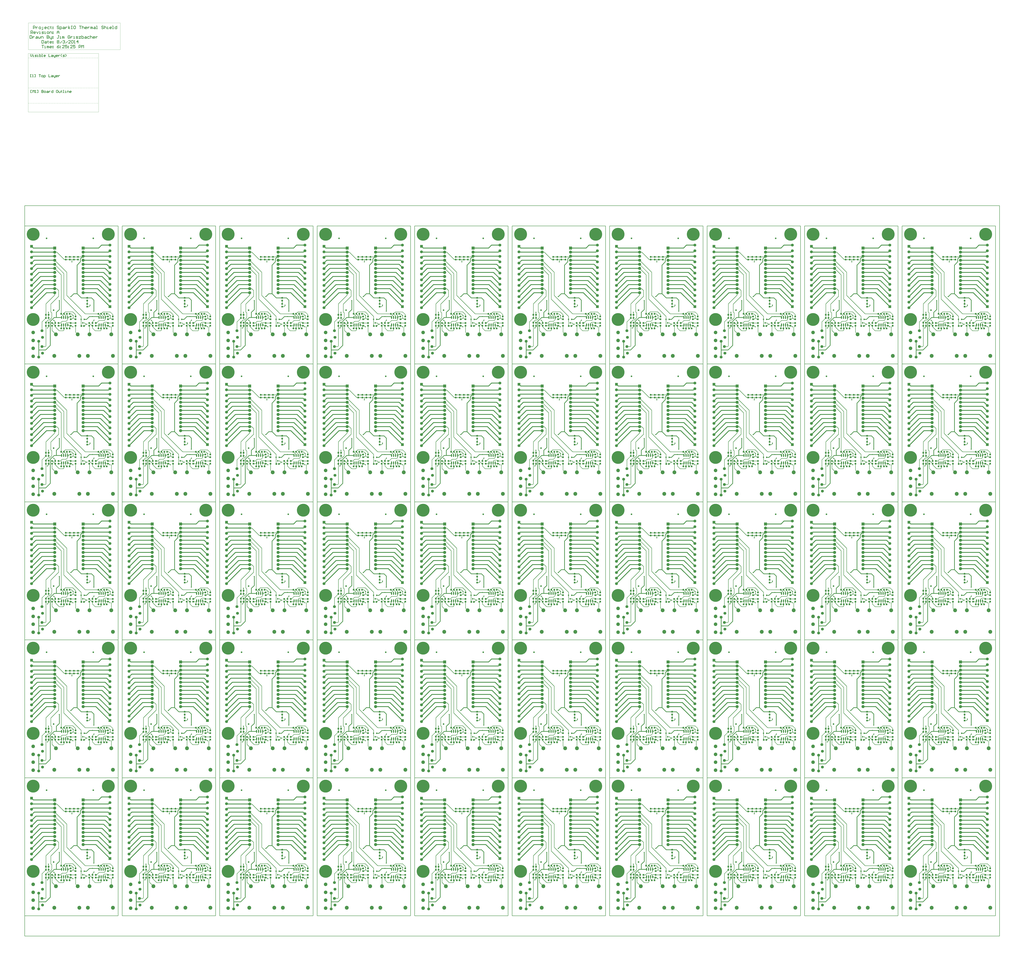
<source format=gtl>
%FSLAX25Y25*%
%MOIN*%
G70*
G01*
G75*
G04 Layer_Physical_Order=1*
G04 Layer_Color=255*
%ADD10C,0.01200*%
G04:AMPARAMS|DCode=11|XSize=37.4mil|YSize=25.59mil|CornerRadius=6.4mil|HoleSize=0mil|Usage=FLASHONLY|Rotation=270.000|XOffset=0mil|YOffset=0mil|HoleType=Round|Shape=RoundedRectangle|*
%AMROUNDEDRECTD11*
21,1,0.03740,0.01280,0,0,270.0*
21,1,0.02461,0.02559,0,0,270.0*
1,1,0.01280,-0.00640,-0.01230*
1,1,0.01280,-0.00640,0.01230*
1,1,0.01280,0.00640,0.01230*
1,1,0.01280,0.00640,-0.01230*
%
%ADD11ROUNDEDRECTD11*%
%ADD12R,0.02559X0.03740*%
%ADD13O,0.02362X0.07480*%
%ADD14R,0.03900X0.04300*%
%ADD15C,0.04000*%
%ADD16R,0.04300X0.03900*%
%ADD17C,0.01500*%
%ADD18C,0.01000*%
%ADD19C,0.02000*%
%ADD20C,0.00394*%
%ADD21R,0.07087X0.07087*%
%ADD22C,0.07087*%
%ADD23C,0.09449*%
%ADD24R,0.07500X0.07500*%
%ADD25C,0.07500*%
%ADD26C,0.08661*%
%ADD27C,0.31496*%
%ADD28C,0.02500*%
D10*
X16599Y2117000D02*
X14600D01*
Y2122998D01*
X16599D01*
X19598Y2117000D02*
X21598D01*
X20598D01*
Y2122998D01*
X19598Y2121998D01*
X24597Y2117000D02*
X26596D01*
Y2122998D01*
X24597D01*
X35593D02*
X39592D01*
X37593D01*
Y2117000D01*
X42591D02*
X44590D01*
X45590Y2118000D01*
Y2119999D01*
X44590Y2120999D01*
X42591D01*
X41591Y2119999D01*
Y2118000D01*
X42591Y2117000D01*
X47589Y2115001D02*
Y2120999D01*
X50588D01*
X51588Y2119999D01*
Y2118000D01*
X50588Y2117000D01*
X47589D01*
X59585Y2122998D02*
Y2117000D01*
X63584D01*
X66583Y2120999D02*
X68582D01*
X69582Y2119999D01*
Y2117000D01*
X66583D01*
X65583Y2118000D01*
X66583Y2118999D01*
X69582D01*
X71582Y2120999D02*
Y2118000D01*
X72581Y2117000D01*
X75580D01*
Y2116000D01*
X74581Y2115001D01*
X73581D01*
X75580Y2117000D02*
Y2120999D01*
X80579Y2117000D02*
X78579D01*
X77580Y2118000D01*
Y2119999D01*
X78579Y2120999D01*
X80579D01*
X81578Y2119999D01*
Y2118999D01*
X77580D01*
X83578Y2120999D02*
Y2117000D01*
Y2118999D01*
X84577Y2119999D01*
X85577Y2120999D01*
X86577D01*
X17199Y2078300D02*
X15200D01*
Y2084298D01*
X17199D01*
X20198Y2078300D02*
Y2084298D01*
X22198Y2082299D01*
X24197Y2084298D01*
Y2078300D01*
X26196D02*
X28196D01*
X27196D01*
Y2084298D01*
X26196Y2083298D01*
X31195Y2078300D02*
X33194D01*
Y2084298D01*
X31195D01*
X42191D02*
Y2078300D01*
X45190D01*
X46190Y2079300D01*
Y2080299D01*
X45190Y2081299D01*
X42191D01*
X45190D01*
X46190Y2082299D01*
Y2083298D01*
X45190Y2084298D01*
X42191D01*
X49189Y2078300D02*
X51188D01*
X52188Y2079300D01*
Y2081299D01*
X51188Y2082299D01*
X49189D01*
X48189Y2081299D01*
Y2079300D01*
X49189Y2078300D01*
X55187Y2082299D02*
X57186D01*
X58186Y2081299D01*
Y2078300D01*
X55187D01*
X54187Y2079300D01*
X55187Y2080299D01*
X58186D01*
X60185Y2082299D02*
Y2078300D01*
Y2080299D01*
X61185Y2081299D01*
X62185Y2082299D01*
X63184D01*
X70182Y2084298D02*
Y2078300D01*
X67183D01*
X66184Y2079300D01*
Y2081299D01*
X67183Y2082299D01*
X70182D01*
X81179Y2084298D02*
X79179D01*
X78180Y2083298D01*
Y2079300D01*
X79179Y2078300D01*
X81179D01*
X82178Y2079300D01*
Y2083298D01*
X81179Y2084298D01*
X84178Y2082299D02*
Y2079300D01*
X85177Y2078300D01*
X88176D01*
Y2082299D01*
X91175Y2083298D02*
Y2082299D01*
X90176D01*
X92175D01*
X91175D01*
Y2079300D01*
X92175Y2078300D01*
X95174D02*
X97174D01*
X96174D01*
Y2084298D01*
X95174D01*
X100172Y2078300D02*
X102172D01*
X101172D01*
Y2082299D01*
X100172D01*
X105171Y2078300D02*
Y2082299D01*
X108170D01*
X109170Y2081299D01*
Y2078300D01*
X114168D02*
X112169D01*
X111169Y2079300D01*
Y2081299D01*
X112169Y2082299D01*
X114168D01*
X115168Y2081299D01*
Y2080299D01*
X111169D01*
X14600Y2172878D02*
Y2168879D01*
X16599Y2166879D01*
X18599Y2168879D01*
Y2172878D01*
X20598Y2166879D02*
X22597D01*
X21598D01*
Y2170878D01*
X20598D01*
X25596Y2166879D02*
X28596D01*
X29595Y2167879D01*
X28596Y2168879D01*
X26596D01*
X25596Y2169879D01*
X26596Y2170878D01*
X29595D01*
X31594Y2166879D02*
X33594D01*
X32594D01*
Y2170878D01*
X31594D01*
X36593Y2172878D02*
Y2166879D01*
X39592D01*
X40592Y2167879D01*
Y2168879D01*
Y2169879D01*
X39592Y2170878D01*
X36593D01*
X42591Y2166879D02*
X44590D01*
X43591D01*
Y2172878D01*
X42591D01*
X50588Y2166879D02*
X48589D01*
X47589Y2167879D01*
Y2169879D01*
X48589Y2170878D01*
X50588D01*
X51588Y2169879D01*
Y2168879D01*
X47589D01*
X59585Y2172878D02*
Y2166879D01*
X63584D01*
X66583Y2170878D02*
X68582D01*
X69582Y2169879D01*
Y2166879D01*
X66583D01*
X65583Y2167879D01*
X66583Y2168879D01*
X69582D01*
X71582Y2170878D02*
Y2167879D01*
X72581Y2166879D01*
X75580D01*
Y2165880D01*
X74581Y2164880D01*
X73581D01*
X75580Y2166879D02*
Y2170878D01*
X80579Y2166879D02*
X78579D01*
X77580Y2167879D01*
Y2169879D01*
X78579Y2170878D01*
X80579D01*
X81578Y2169879D01*
Y2168879D01*
X77580D01*
X83578Y2170878D02*
Y2166879D01*
Y2168879D01*
X84577Y2169879D01*
X85577Y2170878D01*
X86577D01*
X91575Y2166879D02*
X89576Y2168879D01*
Y2170878D01*
X91575Y2172878D01*
X94574Y2166879D02*
X97573D01*
X98573Y2167879D01*
X97573Y2168879D01*
X95574D01*
X94574Y2169879D01*
X95574Y2170878D01*
X98573D01*
X100572Y2166879D02*
X102571Y2168879D01*
Y2170878D01*
X100572Y2172878D01*
X21364Y2235431D02*
Y2242428D01*
X24863D01*
X26029Y2241262D01*
Y2238930D01*
X24863Y2237763D01*
X21364D01*
X28362Y2240096D02*
Y2235431D01*
Y2237763D01*
X29528Y2238930D01*
X30694Y2240096D01*
X31861D01*
X36526Y2235431D02*
X38858D01*
X40025Y2236597D01*
Y2238930D01*
X38858Y2240096D01*
X36526D01*
X35359Y2238930D01*
Y2236597D01*
X36526Y2235431D01*
X42357Y2233098D02*
X43523D01*
X44690Y2234264D01*
Y2240096D01*
X52854Y2235431D02*
X50521D01*
X49355Y2236597D01*
Y2238930D01*
X50521Y2240096D01*
X52854D01*
X54020Y2238930D01*
Y2237763D01*
X49355D01*
X61018Y2240096D02*
X57519D01*
X56353Y2238930D01*
Y2236597D01*
X57519Y2235431D01*
X61018D01*
X64517Y2241262D02*
Y2240096D01*
X63350D01*
X65683D01*
X64517D01*
Y2236597D01*
X65683Y2235431D01*
X69182Y2240096D02*
X70348D01*
Y2238930D01*
X69182D01*
Y2240096D01*
Y2236597D02*
X70348D01*
Y2235431D01*
X69182D01*
Y2236597D01*
X15532Y2223620D02*
Y2230617D01*
X19031D01*
X20198Y2229451D01*
Y2227118D01*
X19031Y2225952D01*
X15532D01*
X17865D02*
X20198Y2223620D01*
X26029D02*
X23697D01*
X22530Y2224786D01*
Y2227118D01*
X23697Y2228285D01*
X26029D01*
X27195Y2227118D01*
Y2225952D01*
X22530D01*
X29528Y2228285D02*
X31861Y2223620D01*
X34193Y2228285D01*
X36526Y2223620D02*
X38858D01*
X37692D01*
Y2228285D01*
X36526D01*
X42357Y2223620D02*
X45856D01*
X47022Y2224786D01*
X45856Y2225952D01*
X43523D01*
X42357Y2227118D01*
X43523Y2228285D01*
X47022D01*
X49355Y2223620D02*
X51688D01*
X50521D01*
Y2228285D01*
X49355D01*
X56353Y2223620D02*
X58685D01*
X59851Y2224786D01*
Y2227118D01*
X58685Y2228285D01*
X56353D01*
X55186Y2227118D01*
Y2224786D01*
X56353Y2223620D01*
X62184D02*
Y2228285D01*
X65683D01*
X66849Y2227118D01*
Y2223620D01*
X69182Y2228285D02*
X70348D01*
Y2227118D01*
X69182D01*
Y2228285D01*
Y2224786D02*
X70348D01*
Y2223620D01*
X69182D01*
Y2224786D01*
X13200Y2218806D02*
Y2211809D01*
X16699D01*
X17865Y2212975D01*
Y2217640D01*
X16699Y2218806D01*
X13200D01*
X20198Y2216474D02*
Y2211809D01*
Y2214141D01*
X21364Y2215307D01*
X22530Y2216474D01*
X23697D01*
X28362D02*
X30694D01*
X31861Y2215307D01*
Y2211809D01*
X28362D01*
X27195Y2212975D01*
X28362Y2214141D01*
X31861D01*
X34193Y2216474D02*
Y2212975D01*
X35359Y2211809D01*
X36526Y2212975D01*
X37692Y2211809D01*
X38858Y2212975D01*
Y2216474D01*
X41191Y2211809D02*
Y2216474D01*
X44690D01*
X45856Y2215307D01*
Y2211809D01*
X55186Y2218806D02*
Y2211809D01*
X58685D01*
X59851Y2212975D01*
Y2214141D01*
X58685Y2215307D01*
X55186D01*
X58685D01*
X59851Y2216474D01*
Y2217640D01*
X58685Y2218806D01*
X55186D01*
X62184Y2216474D02*
Y2212975D01*
X63350Y2211809D01*
X66849D01*
Y2210642D01*
X65683Y2209476D01*
X64517D01*
X66849Y2211809D02*
Y2216474D01*
X69182D02*
X70348D01*
Y2215307D01*
X69182D01*
Y2216474D01*
Y2212975D02*
X70348D01*
Y2211809D01*
X69182D01*
Y2212975D01*
X42357Y2206995D02*
Y2199998D01*
X45856D01*
X47022Y2201164D01*
Y2205829D01*
X45856Y2206995D01*
X42357D01*
X50521Y2204663D02*
X52854D01*
X54020Y2203497D01*
Y2199998D01*
X50521D01*
X49355Y2201164D01*
X50521Y2202330D01*
X54020D01*
X57519Y2205829D02*
Y2204663D01*
X56353D01*
X58685D01*
X57519D01*
Y2201164D01*
X58685Y2199998D01*
X65683D02*
X63350D01*
X62184Y2201164D01*
Y2203497D01*
X63350Y2204663D01*
X65683D01*
X66849Y2203497D01*
Y2202330D01*
X62184D01*
X69182Y2204663D02*
X70348D01*
Y2203497D01*
X69182D01*
Y2204663D01*
Y2201164D02*
X70348D01*
Y2199998D01*
X69182D01*
Y2201164D01*
X42357Y2195184D02*
X47022D01*
X44690D01*
Y2188187D01*
X49355D02*
X51688D01*
X50521D01*
Y2192852D01*
X49355D01*
X55186Y2188187D02*
Y2192852D01*
X56353D01*
X57519Y2191685D01*
Y2188187D01*
Y2191685D01*
X58685Y2192852D01*
X59851Y2191685D01*
Y2188187D01*
X65683D02*
X63350D01*
X62184Y2189353D01*
Y2191685D01*
X63350Y2192852D01*
X65683D01*
X66849Y2191685D01*
Y2190519D01*
X62184D01*
X69182Y2192852D02*
X70348D01*
Y2191685D01*
X69182D01*
Y2192852D01*
Y2189353D02*
X70348D01*
Y2188187D01*
X69182D01*
Y2189353D01*
X84794Y2241262D02*
X83628Y2242428D01*
X81295D01*
X80129Y2241262D01*
Y2240096D01*
X81295Y2238930D01*
X83628D01*
X84794Y2237763D01*
Y2236597D01*
X83628Y2235431D01*
X81295D01*
X80129Y2236597D01*
X87127Y2233098D02*
Y2240096D01*
X90626D01*
X91792Y2238930D01*
Y2236597D01*
X90626Y2235431D01*
X87127D01*
X95291Y2240096D02*
X97623D01*
X98790Y2238930D01*
Y2235431D01*
X95291D01*
X94125Y2236597D01*
X95291Y2237763D01*
X98790D01*
X101122Y2240096D02*
Y2235431D01*
Y2237763D01*
X102289Y2238930D01*
X103455Y2240096D01*
X104621D01*
X108120Y2235431D02*
Y2242428D01*
Y2237763D02*
X111619Y2240096D01*
X108120Y2237763D02*
X111619Y2235431D01*
X115118Y2242428D02*
X117450D01*
X116284D01*
Y2235431D01*
X115118D01*
X117450D01*
X124448Y2242428D02*
X122116D01*
X120949Y2241262D01*
Y2236597D01*
X122116Y2235431D01*
X124448D01*
X125614Y2236597D01*
Y2241262D01*
X124448Y2242428D01*
X134945D02*
X139610D01*
X137277D01*
Y2235431D01*
X141943Y2242428D02*
Y2235431D01*
Y2238930D01*
X143109Y2240096D01*
X145441D01*
X146608Y2238930D01*
Y2235431D01*
X152439D02*
X150107D01*
X148940Y2236597D01*
Y2238930D01*
X150107Y2240096D01*
X152439D01*
X153605Y2238930D01*
Y2237763D01*
X148940D01*
X155938Y2240096D02*
Y2235431D01*
Y2237763D01*
X157104Y2238930D01*
X158271Y2240096D01*
X159437D01*
X162936Y2235431D02*
Y2240096D01*
X164102D01*
X165268Y2238930D01*
Y2235431D01*
Y2238930D01*
X166435Y2240096D01*
X167601Y2238930D01*
Y2235431D01*
X171100Y2240096D02*
X173432D01*
X174599Y2238930D01*
Y2235431D01*
X171100D01*
X169933Y2236597D01*
X171100Y2237763D01*
X174599D01*
X176931Y2235431D02*
X179264D01*
X178097D01*
Y2242428D01*
X176931D01*
X194425Y2241262D02*
X193259Y2242428D01*
X190927D01*
X189760Y2241262D01*
Y2240096D01*
X190927Y2238930D01*
X193259D01*
X194425Y2237763D01*
Y2236597D01*
X193259Y2235431D01*
X190927D01*
X189760Y2236597D01*
X196758Y2242428D02*
Y2235431D01*
Y2238930D01*
X197924Y2240096D01*
X200257D01*
X201423Y2238930D01*
Y2235431D01*
X203756D02*
X206088D01*
X204922D01*
Y2240096D01*
X203756D01*
X213086Y2235431D02*
X210754D01*
X209587Y2236597D01*
Y2238930D01*
X210754Y2240096D01*
X213086D01*
X214252Y2238930D01*
Y2237763D01*
X209587D01*
X216585Y2235431D02*
X218918D01*
X217751D01*
Y2242428D01*
X216585D01*
X227082D02*
Y2235431D01*
X223583D01*
X222416Y2236597D01*
Y2238930D01*
X223583Y2240096D01*
X227082D01*
X80129Y2223620D02*
Y2228285D01*
X82462Y2230617D01*
X84794Y2228285D01*
Y2223620D01*
Y2227118D01*
X80129D01*
X84794Y2218806D02*
X82462D01*
X83628D01*
Y2212975D01*
X82462Y2211809D01*
X81295D01*
X80129Y2212975D01*
X87127Y2211809D02*
X89459D01*
X88293D01*
Y2216474D01*
X87127D01*
X92958Y2211809D02*
Y2216474D01*
X94125D01*
X95291Y2215307D01*
Y2211809D01*
Y2215307D01*
X96457Y2216474D01*
X97623Y2215307D01*
Y2211809D01*
X111619Y2217640D02*
X110453Y2218806D01*
X108120D01*
X106954Y2217640D01*
Y2212975D01*
X108120Y2211809D01*
X110453D01*
X111619Y2212975D01*
Y2215307D01*
X109286D01*
X113952Y2216474D02*
Y2211809D01*
Y2214141D01*
X115118Y2215307D01*
X116284Y2216474D01*
X117450D01*
X120949Y2211809D02*
X123282D01*
X122116D01*
Y2216474D01*
X120949D01*
X126781Y2211809D02*
X130280D01*
X131446Y2212975D01*
X130280Y2214141D01*
X127947D01*
X126781Y2215307D01*
X127947Y2216474D01*
X131446D01*
X133778D02*
X138444D01*
X133778Y2211809D01*
X138444D01*
X140776Y2218806D02*
Y2211809D01*
X144275D01*
X145441Y2212975D01*
Y2214141D01*
Y2215307D01*
X144275Y2216474D01*
X140776D01*
X148940D02*
X151273D01*
X152439Y2215307D01*
Y2211809D01*
X148940D01*
X147774Y2212975D01*
X148940Y2214141D01*
X152439D01*
X159437Y2216474D02*
X155938D01*
X154772Y2215307D01*
Y2212975D01*
X155938Y2211809D01*
X159437D01*
X161769Y2218806D02*
Y2211809D01*
Y2215307D01*
X162936Y2216474D01*
X165268D01*
X166435Y2215307D01*
Y2211809D01*
X172266D02*
X169933D01*
X168767Y2212975D01*
Y2215307D01*
X169933Y2216474D01*
X172266D01*
X173432Y2215307D01*
Y2214141D01*
X168767D01*
X175765Y2216474D02*
Y2211809D01*
Y2214141D01*
X176931Y2215307D01*
X178097Y2216474D01*
X179264D01*
X84794Y2195184D02*
X82462Y2194018D01*
X80129Y2191685D01*
Y2189353D01*
X81295Y2188187D01*
X83628D01*
X84794Y2189353D01*
Y2190519D01*
X83628Y2191685D01*
X80129D01*
X87127Y2192852D02*
X88293D01*
Y2191685D01*
X87127D01*
Y2192852D01*
Y2189353D02*
X88293D01*
Y2188187D01*
X87127D01*
Y2189353D01*
X97623Y2188187D02*
X92958D01*
X97623Y2192852D01*
Y2194018D01*
X96457Y2195184D01*
X94125D01*
X92958Y2194018D01*
X104621Y2195184D02*
X99956D01*
Y2191685D01*
X102289Y2192852D01*
X103455D01*
X104621Y2191685D01*
Y2189353D01*
X103455Y2188187D01*
X101122D01*
X99956Y2189353D01*
X106954Y2192852D02*
X108120D01*
Y2191685D01*
X106954D01*
Y2192852D01*
Y2189353D02*
X108120D01*
Y2188187D01*
X106954D01*
Y2189353D01*
X117450Y2188187D02*
X112785D01*
X117450Y2192852D01*
Y2194018D01*
X116284Y2195184D01*
X113952D01*
X112785Y2194018D01*
X124448Y2195184D02*
X119783D01*
Y2191685D01*
X122116Y2192852D01*
X123282D01*
X124448Y2191685D01*
Y2189353D01*
X123282Y2188187D01*
X120949D01*
X119783Y2189353D01*
X133778Y2188187D02*
Y2195184D01*
X137277D01*
X138444Y2194018D01*
Y2191685D01*
X137277Y2190519D01*
X133778D01*
X140776Y2188187D02*
Y2195184D01*
X143109Y2192852D01*
X145441Y2195184D01*
Y2188187D01*
X80129Y2205829D02*
X81295Y2206995D01*
X83628D01*
X84794Y2205829D01*
Y2204663D01*
X83628Y2203497D01*
X84794Y2202330D01*
Y2201164D01*
X83628Y2199998D01*
X81295D01*
X80129Y2201164D01*
Y2202330D01*
X81295Y2203497D01*
X80129Y2204663D01*
Y2205829D01*
X81295Y2203497D02*
X83628D01*
X87127Y2199998D02*
X91792Y2204663D01*
X94125Y2205829D02*
X95291Y2206995D01*
X97623D01*
X98790Y2205829D01*
Y2204663D01*
X97623Y2203497D01*
X96457D01*
X97623D01*
X98790Y2202330D01*
Y2201164D01*
X97623Y2199998D01*
X95291D01*
X94125Y2201164D01*
X101122Y2199998D02*
X105788Y2204663D01*
X112785Y2199998D02*
X108120D01*
X112785Y2204663D01*
Y2205829D01*
X111619Y2206995D01*
X109286D01*
X108120Y2205829D01*
X115118D02*
X116284Y2206995D01*
X118617D01*
X119783Y2205829D01*
Y2201164D01*
X118617Y2199998D01*
X116284D01*
X115118Y2201164D01*
Y2205829D01*
X122116Y2199998D02*
X124448D01*
X123282D01*
Y2206995D01*
X122116Y2205829D01*
X131446Y2199998D02*
Y2206995D01*
X127947Y2203497D01*
X132612D01*
D11*
X143000Y150969D02*
D03*
X139260Y159631D02*
D03*
X383000Y150969D02*
D03*
X379260Y159631D02*
D03*
X623000Y150969D02*
D03*
X619260Y159631D02*
D03*
X863000Y150969D02*
D03*
X859260Y159631D02*
D03*
X1103000Y150969D02*
D03*
X1099260Y159631D02*
D03*
X1343000Y150969D02*
D03*
X1339260Y159631D02*
D03*
X1583000Y150969D02*
D03*
X1579260Y159631D02*
D03*
X1823000Y150969D02*
D03*
X1819260Y159631D02*
D03*
X2063000Y150969D02*
D03*
X2059260Y159631D02*
D03*
X2303000Y150969D02*
D03*
X2299260Y159631D02*
D03*
X143000Y490969D02*
D03*
X139260Y499631D02*
D03*
X383000Y490969D02*
D03*
X379260Y499631D02*
D03*
X623000Y490969D02*
D03*
X619260Y499631D02*
D03*
X863000Y490969D02*
D03*
X859260Y499631D02*
D03*
X1103000Y490969D02*
D03*
X1099260Y499631D02*
D03*
X1343000Y490969D02*
D03*
X1339260Y499631D02*
D03*
X1583000Y490969D02*
D03*
X1579260Y499631D02*
D03*
X1823000Y490969D02*
D03*
X1819260Y499631D02*
D03*
X2063000Y490969D02*
D03*
X2059260Y499631D02*
D03*
X2303000Y490969D02*
D03*
X2299260Y499631D02*
D03*
X143000Y830969D02*
D03*
X139260Y839631D02*
D03*
X383000Y830969D02*
D03*
X379260Y839631D02*
D03*
X623000Y830969D02*
D03*
X619260Y839631D02*
D03*
X863000Y830969D02*
D03*
X859260Y839631D02*
D03*
X1103000Y830969D02*
D03*
X1099260Y839631D02*
D03*
X1343000Y830969D02*
D03*
X1339260Y839631D02*
D03*
X1583000Y830969D02*
D03*
X1579260Y839631D02*
D03*
X1823000Y830969D02*
D03*
X1819260Y839631D02*
D03*
X2063000Y830969D02*
D03*
X2059260Y839631D02*
D03*
X2303000Y830969D02*
D03*
X2299260Y839631D02*
D03*
X143000Y1170969D02*
D03*
X139260Y1179631D02*
D03*
X383000Y1170969D02*
D03*
X379260Y1179631D02*
D03*
X623000Y1170969D02*
D03*
X619260Y1179631D02*
D03*
X863000Y1170969D02*
D03*
X859260Y1179631D02*
D03*
X1103000Y1170969D02*
D03*
X1099260Y1179631D02*
D03*
X1343000Y1170969D02*
D03*
X1339260Y1179631D02*
D03*
X1583000Y1170969D02*
D03*
X1579260Y1179631D02*
D03*
X1823000Y1170969D02*
D03*
X1819260Y1179631D02*
D03*
X2063000Y1170969D02*
D03*
X2059260Y1179631D02*
D03*
X2303000Y1170969D02*
D03*
X2299260Y1179631D02*
D03*
X143000Y1510969D02*
D03*
X139260Y1519631D02*
D03*
X383000Y1510969D02*
D03*
X379260Y1519631D02*
D03*
X623000Y1510969D02*
D03*
X619260Y1519631D02*
D03*
X863000Y1510969D02*
D03*
X859260Y1519631D02*
D03*
X1103000Y1510969D02*
D03*
X1099260Y1519631D02*
D03*
X1343000Y1510969D02*
D03*
X1339260Y1519631D02*
D03*
X1583000Y1510969D02*
D03*
X1579260Y1519631D02*
D03*
X1823000Y1510969D02*
D03*
X1819260Y1519631D02*
D03*
X2063000Y1510969D02*
D03*
X2059260Y1519631D02*
D03*
X2303000Y1510969D02*
D03*
X2299260Y1519631D02*
D03*
D12*
X146740Y159631D02*
D03*
X386740D02*
D03*
X626740D02*
D03*
X866740D02*
D03*
X1106740D02*
D03*
X1346740D02*
D03*
X1586740D02*
D03*
X1826740D02*
D03*
X2066740D02*
D03*
X2306740D02*
D03*
X146740Y499631D02*
D03*
X386740D02*
D03*
X626740D02*
D03*
X866740D02*
D03*
X1106740D02*
D03*
X1346740D02*
D03*
X1586740D02*
D03*
X1826740D02*
D03*
X2066740D02*
D03*
X2306740D02*
D03*
X146740Y839631D02*
D03*
X386740D02*
D03*
X626740D02*
D03*
X866740D02*
D03*
X1106740D02*
D03*
X1346740D02*
D03*
X1586740D02*
D03*
X1826740D02*
D03*
X2066740D02*
D03*
X2306740D02*
D03*
X146740Y1179631D02*
D03*
X386740D02*
D03*
X626740D02*
D03*
X866740D02*
D03*
X1106740D02*
D03*
X1346740D02*
D03*
X1586740D02*
D03*
X1826740D02*
D03*
X2066740D02*
D03*
X2306740D02*
D03*
X146740Y1519631D02*
D03*
X386740D02*
D03*
X626740D02*
D03*
X866740D02*
D03*
X1106740D02*
D03*
X1346740D02*
D03*
X1586740D02*
D03*
X1826740D02*
D03*
X2066740D02*
D03*
X2306740D02*
D03*
D13*
X106279Y164253D02*
D03*
X101279D02*
D03*
X96279D02*
D03*
X91279D02*
D03*
X106279Y145749D02*
D03*
X101279D02*
D03*
X96279D02*
D03*
X91279D02*
D03*
X198500Y164253D02*
D03*
X193500D02*
D03*
X188500D02*
D03*
X183500D02*
D03*
X198500Y145749D02*
D03*
X193500D02*
D03*
X188500D02*
D03*
X183500D02*
D03*
X346279Y164253D02*
D03*
X341279D02*
D03*
X336279D02*
D03*
X331279D02*
D03*
X346279Y145749D02*
D03*
X341279D02*
D03*
X336279D02*
D03*
X331279D02*
D03*
X438500Y164253D02*
D03*
X433500D02*
D03*
X428500D02*
D03*
X423500D02*
D03*
X438500Y145749D02*
D03*
X433500D02*
D03*
X428500D02*
D03*
X423500D02*
D03*
X586279Y164253D02*
D03*
X581279D02*
D03*
X576279D02*
D03*
X571279D02*
D03*
X586279Y145749D02*
D03*
X581279D02*
D03*
X576279D02*
D03*
X571279D02*
D03*
X678500Y164253D02*
D03*
X673500D02*
D03*
X668500D02*
D03*
X663500D02*
D03*
X678500Y145749D02*
D03*
X673500D02*
D03*
X668500D02*
D03*
X663500D02*
D03*
X826279Y164253D02*
D03*
X821279D02*
D03*
X816279D02*
D03*
X811279D02*
D03*
X826279Y145749D02*
D03*
X821279D02*
D03*
X816279D02*
D03*
X811279D02*
D03*
X918500Y164253D02*
D03*
X913500D02*
D03*
X908500D02*
D03*
X903500D02*
D03*
X918500Y145749D02*
D03*
X913500D02*
D03*
X908500D02*
D03*
X903500D02*
D03*
X1066279Y164253D02*
D03*
X1061279D02*
D03*
X1056279D02*
D03*
X1051279D02*
D03*
X1066279Y145749D02*
D03*
X1061279D02*
D03*
X1056279D02*
D03*
X1051279D02*
D03*
X1158500Y164253D02*
D03*
X1153500D02*
D03*
X1148500D02*
D03*
X1143500D02*
D03*
X1158500Y145749D02*
D03*
X1153500D02*
D03*
X1148500D02*
D03*
X1143500D02*
D03*
X1306279Y164253D02*
D03*
X1301279D02*
D03*
X1296279D02*
D03*
X1291279D02*
D03*
X1306279Y145749D02*
D03*
X1301279D02*
D03*
X1296279D02*
D03*
X1291279D02*
D03*
X1398500Y164253D02*
D03*
X1393500D02*
D03*
X1388500D02*
D03*
X1383500D02*
D03*
X1398500Y145749D02*
D03*
X1393500D02*
D03*
X1388500D02*
D03*
X1383500D02*
D03*
X1546279Y164253D02*
D03*
X1541279D02*
D03*
X1536279D02*
D03*
X1531279D02*
D03*
X1546279Y145749D02*
D03*
X1541279D02*
D03*
X1536279D02*
D03*
X1531279D02*
D03*
X1638500Y164253D02*
D03*
X1633500D02*
D03*
X1628500D02*
D03*
X1623500D02*
D03*
X1638500Y145749D02*
D03*
X1633500D02*
D03*
X1628500D02*
D03*
X1623500D02*
D03*
X1786279Y164253D02*
D03*
X1781279D02*
D03*
X1776279D02*
D03*
X1771279D02*
D03*
X1786279Y145749D02*
D03*
X1781279D02*
D03*
X1776279D02*
D03*
X1771279D02*
D03*
X1878500Y164253D02*
D03*
X1873500D02*
D03*
X1868500D02*
D03*
X1863500D02*
D03*
X1878500Y145749D02*
D03*
X1873500D02*
D03*
X1868500D02*
D03*
X1863500D02*
D03*
X2026279Y164253D02*
D03*
X2021279D02*
D03*
X2016279D02*
D03*
X2011279D02*
D03*
X2026279Y145749D02*
D03*
X2021279D02*
D03*
X2016279D02*
D03*
X2011279D02*
D03*
X2118500Y164253D02*
D03*
X2113500D02*
D03*
X2108500D02*
D03*
X2103500D02*
D03*
X2118500Y145749D02*
D03*
X2113500D02*
D03*
X2108500D02*
D03*
X2103500D02*
D03*
X2266279Y164253D02*
D03*
X2261279D02*
D03*
X2256279D02*
D03*
X2251279D02*
D03*
X2266279Y145749D02*
D03*
X2261279D02*
D03*
X2256279D02*
D03*
X2251279D02*
D03*
X2358500Y164253D02*
D03*
X2353500D02*
D03*
X2348500D02*
D03*
X2343500D02*
D03*
X2358500Y145749D02*
D03*
X2353500D02*
D03*
X2348500D02*
D03*
X2343500D02*
D03*
X106279Y504253D02*
D03*
X101279D02*
D03*
X96279D02*
D03*
X91279D02*
D03*
X106279Y485749D02*
D03*
X101279D02*
D03*
X96279D02*
D03*
X91279D02*
D03*
X198500Y504253D02*
D03*
X193500D02*
D03*
X188500D02*
D03*
X183500D02*
D03*
X198500Y485749D02*
D03*
X193500D02*
D03*
X188500D02*
D03*
X183500D02*
D03*
X346279Y504253D02*
D03*
X341279D02*
D03*
X336279D02*
D03*
X331279D02*
D03*
X346279Y485749D02*
D03*
X341279D02*
D03*
X336279D02*
D03*
X331279D02*
D03*
X438500Y504253D02*
D03*
X433500D02*
D03*
X428500D02*
D03*
X423500D02*
D03*
X438500Y485749D02*
D03*
X433500D02*
D03*
X428500D02*
D03*
X423500D02*
D03*
X586279Y504253D02*
D03*
X581279D02*
D03*
X576279D02*
D03*
X571279D02*
D03*
X586279Y485749D02*
D03*
X581279D02*
D03*
X576279D02*
D03*
X571279D02*
D03*
X678500Y504253D02*
D03*
X673500D02*
D03*
X668500D02*
D03*
X663500D02*
D03*
X678500Y485749D02*
D03*
X673500D02*
D03*
X668500D02*
D03*
X663500D02*
D03*
X826279Y504253D02*
D03*
X821279D02*
D03*
X816279D02*
D03*
X811279D02*
D03*
X826279Y485749D02*
D03*
X821279D02*
D03*
X816279D02*
D03*
X811279D02*
D03*
X918500Y504253D02*
D03*
X913500D02*
D03*
X908500D02*
D03*
X903500D02*
D03*
X918500Y485749D02*
D03*
X913500D02*
D03*
X908500D02*
D03*
X903500D02*
D03*
X1066279Y504253D02*
D03*
X1061279D02*
D03*
X1056279D02*
D03*
X1051279D02*
D03*
X1066279Y485749D02*
D03*
X1061279D02*
D03*
X1056279D02*
D03*
X1051279D02*
D03*
X1158500Y504253D02*
D03*
X1153500D02*
D03*
X1148500D02*
D03*
X1143500D02*
D03*
X1158500Y485749D02*
D03*
X1153500D02*
D03*
X1148500D02*
D03*
X1143500D02*
D03*
X1306279Y504253D02*
D03*
X1301279D02*
D03*
X1296279D02*
D03*
X1291279D02*
D03*
X1306279Y485749D02*
D03*
X1301279D02*
D03*
X1296279D02*
D03*
X1291279D02*
D03*
X1398500Y504253D02*
D03*
X1393500D02*
D03*
X1388500D02*
D03*
X1383500D02*
D03*
X1398500Y485749D02*
D03*
X1393500D02*
D03*
X1388500D02*
D03*
X1383500D02*
D03*
X1546279Y504253D02*
D03*
X1541279D02*
D03*
X1536279D02*
D03*
X1531279D02*
D03*
X1546279Y485749D02*
D03*
X1541279D02*
D03*
X1536279D02*
D03*
X1531279D02*
D03*
X1638500Y504253D02*
D03*
X1633500D02*
D03*
X1628500D02*
D03*
X1623500D02*
D03*
X1638500Y485749D02*
D03*
X1633500D02*
D03*
X1628500D02*
D03*
X1623500D02*
D03*
X1786279Y504253D02*
D03*
X1781279D02*
D03*
X1776279D02*
D03*
X1771279D02*
D03*
X1786279Y485749D02*
D03*
X1781279D02*
D03*
X1776279D02*
D03*
X1771279D02*
D03*
X1878500Y504253D02*
D03*
X1873500D02*
D03*
X1868500D02*
D03*
X1863500D02*
D03*
X1878500Y485749D02*
D03*
X1873500D02*
D03*
X1868500D02*
D03*
X1863500D02*
D03*
X2026279Y504253D02*
D03*
X2021279D02*
D03*
X2016279D02*
D03*
X2011279D02*
D03*
X2026279Y485749D02*
D03*
X2021279D02*
D03*
X2016279D02*
D03*
X2011279D02*
D03*
X2118500Y504253D02*
D03*
X2113500D02*
D03*
X2108500D02*
D03*
X2103500D02*
D03*
X2118500Y485749D02*
D03*
X2113500D02*
D03*
X2108500D02*
D03*
X2103500D02*
D03*
X2266279Y504253D02*
D03*
X2261279D02*
D03*
X2256279D02*
D03*
X2251279D02*
D03*
X2266279Y485749D02*
D03*
X2261279D02*
D03*
X2256279D02*
D03*
X2251279D02*
D03*
X2358500Y504253D02*
D03*
X2353500D02*
D03*
X2348500D02*
D03*
X2343500D02*
D03*
X2358500Y485749D02*
D03*
X2353500D02*
D03*
X2348500D02*
D03*
X2343500D02*
D03*
X106279Y844253D02*
D03*
X101279D02*
D03*
X96279D02*
D03*
X91279D02*
D03*
X106279Y825749D02*
D03*
X101279D02*
D03*
X96279D02*
D03*
X91279D02*
D03*
X198500Y844253D02*
D03*
X193500D02*
D03*
X188500D02*
D03*
X183500D02*
D03*
X198500Y825749D02*
D03*
X193500D02*
D03*
X188500D02*
D03*
X183500D02*
D03*
X346279Y844253D02*
D03*
X341279D02*
D03*
X336279D02*
D03*
X331279D02*
D03*
X346279Y825749D02*
D03*
X341279D02*
D03*
X336279D02*
D03*
X331279D02*
D03*
X438500Y844253D02*
D03*
X433500D02*
D03*
X428500D02*
D03*
X423500D02*
D03*
X438500Y825749D02*
D03*
X433500D02*
D03*
X428500D02*
D03*
X423500D02*
D03*
X586279Y844253D02*
D03*
X581279D02*
D03*
X576279D02*
D03*
X571279D02*
D03*
X586279Y825749D02*
D03*
X581279D02*
D03*
X576279D02*
D03*
X571279D02*
D03*
X678500Y844253D02*
D03*
X673500D02*
D03*
X668500D02*
D03*
X663500D02*
D03*
X678500Y825749D02*
D03*
X673500D02*
D03*
X668500D02*
D03*
X663500D02*
D03*
X826279Y844253D02*
D03*
X821279D02*
D03*
X816279D02*
D03*
X811279D02*
D03*
X826279Y825749D02*
D03*
X821279D02*
D03*
X816279D02*
D03*
X811279D02*
D03*
X918500Y844253D02*
D03*
X913500D02*
D03*
X908500D02*
D03*
X903500D02*
D03*
X918500Y825749D02*
D03*
X913500D02*
D03*
X908500D02*
D03*
X903500D02*
D03*
X1066279Y844253D02*
D03*
X1061279D02*
D03*
X1056279D02*
D03*
X1051279D02*
D03*
X1066279Y825749D02*
D03*
X1061279D02*
D03*
X1056279D02*
D03*
X1051279D02*
D03*
X1158500Y844253D02*
D03*
X1153500D02*
D03*
X1148500D02*
D03*
X1143500D02*
D03*
X1158500Y825749D02*
D03*
X1153500D02*
D03*
X1148500D02*
D03*
X1143500D02*
D03*
X1306279Y844253D02*
D03*
X1301279D02*
D03*
X1296279D02*
D03*
X1291279D02*
D03*
X1306279Y825749D02*
D03*
X1301279D02*
D03*
X1296279D02*
D03*
X1291279D02*
D03*
X1398500Y844253D02*
D03*
X1393500D02*
D03*
X1388500D02*
D03*
X1383500D02*
D03*
X1398500Y825749D02*
D03*
X1393500D02*
D03*
X1388500D02*
D03*
X1383500D02*
D03*
X1546279Y844253D02*
D03*
X1541279D02*
D03*
X1536279D02*
D03*
X1531279D02*
D03*
X1546279Y825749D02*
D03*
X1541279D02*
D03*
X1536279D02*
D03*
X1531279D02*
D03*
X1638500Y844253D02*
D03*
X1633500D02*
D03*
X1628500D02*
D03*
X1623500D02*
D03*
X1638500Y825749D02*
D03*
X1633500D02*
D03*
X1628500D02*
D03*
X1623500D02*
D03*
X1786279Y844253D02*
D03*
X1781279D02*
D03*
X1776279D02*
D03*
X1771279D02*
D03*
X1786279Y825749D02*
D03*
X1781279D02*
D03*
X1776279D02*
D03*
X1771279D02*
D03*
X1878500Y844253D02*
D03*
X1873500D02*
D03*
X1868500D02*
D03*
X1863500D02*
D03*
X1878500Y825749D02*
D03*
X1873500D02*
D03*
X1868500D02*
D03*
X1863500D02*
D03*
X2026279Y844253D02*
D03*
X2021279D02*
D03*
X2016279D02*
D03*
X2011279D02*
D03*
X2026279Y825749D02*
D03*
X2021279D02*
D03*
X2016279D02*
D03*
X2011279D02*
D03*
X2118500Y844253D02*
D03*
X2113500D02*
D03*
X2108500D02*
D03*
X2103500D02*
D03*
X2118500Y825749D02*
D03*
X2113500D02*
D03*
X2108500D02*
D03*
X2103500D02*
D03*
X2266279Y844253D02*
D03*
X2261279D02*
D03*
X2256279D02*
D03*
X2251279D02*
D03*
X2266279Y825749D02*
D03*
X2261279D02*
D03*
X2256279D02*
D03*
X2251279D02*
D03*
X2358500Y844253D02*
D03*
X2353500D02*
D03*
X2348500D02*
D03*
X2343500D02*
D03*
X2358500Y825749D02*
D03*
X2353500D02*
D03*
X2348500D02*
D03*
X2343500D02*
D03*
X106279Y1184253D02*
D03*
X101279D02*
D03*
X96279D02*
D03*
X91279D02*
D03*
X106279Y1165749D02*
D03*
X101279D02*
D03*
X96279D02*
D03*
X91279D02*
D03*
X198500Y1184253D02*
D03*
X193500D02*
D03*
X188500D02*
D03*
X183500D02*
D03*
X198500Y1165749D02*
D03*
X193500D02*
D03*
X188500D02*
D03*
X183500D02*
D03*
X346279Y1184253D02*
D03*
X341279D02*
D03*
X336279D02*
D03*
X331279D02*
D03*
X346279Y1165749D02*
D03*
X341279D02*
D03*
X336279D02*
D03*
X331279D02*
D03*
X438500Y1184253D02*
D03*
X433500D02*
D03*
X428500D02*
D03*
X423500D02*
D03*
X438500Y1165749D02*
D03*
X433500D02*
D03*
X428500D02*
D03*
X423500D02*
D03*
X586279Y1184253D02*
D03*
X581279D02*
D03*
X576279D02*
D03*
X571279D02*
D03*
X586279Y1165749D02*
D03*
X581279D02*
D03*
X576279D02*
D03*
X571279D02*
D03*
X678500Y1184253D02*
D03*
X673500D02*
D03*
X668500D02*
D03*
X663500D02*
D03*
X678500Y1165749D02*
D03*
X673500D02*
D03*
X668500D02*
D03*
X663500D02*
D03*
X826279Y1184253D02*
D03*
X821279D02*
D03*
X816279D02*
D03*
X811279D02*
D03*
X826279Y1165749D02*
D03*
X821279D02*
D03*
X816279D02*
D03*
X811279D02*
D03*
X918500Y1184253D02*
D03*
X913500D02*
D03*
X908500D02*
D03*
X903500D02*
D03*
X918500Y1165749D02*
D03*
X913500D02*
D03*
X908500D02*
D03*
X903500D02*
D03*
X1066279Y1184253D02*
D03*
X1061279D02*
D03*
X1056279D02*
D03*
X1051279D02*
D03*
X1066279Y1165749D02*
D03*
X1061279D02*
D03*
X1056279D02*
D03*
X1051279D02*
D03*
X1158500Y1184253D02*
D03*
X1153500D02*
D03*
X1148500D02*
D03*
X1143500D02*
D03*
X1158500Y1165749D02*
D03*
X1153500D02*
D03*
X1148500D02*
D03*
X1143500D02*
D03*
X1306279Y1184253D02*
D03*
X1301279D02*
D03*
X1296279D02*
D03*
X1291279D02*
D03*
X1306279Y1165749D02*
D03*
X1301279D02*
D03*
X1296279D02*
D03*
X1291279D02*
D03*
X1398500Y1184253D02*
D03*
X1393500D02*
D03*
X1388500D02*
D03*
X1383500D02*
D03*
X1398500Y1165749D02*
D03*
X1393500D02*
D03*
X1388500D02*
D03*
X1383500D02*
D03*
X1546279Y1184253D02*
D03*
X1541279D02*
D03*
X1536279D02*
D03*
X1531279D02*
D03*
X1546279Y1165749D02*
D03*
X1541279D02*
D03*
X1536279D02*
D03*
X1531279D02*
D03*
X1638500Y1184253D02*
D03*
X1633500D02*
D03*
X1628500D02*
D03*
X1623500D02*
D03*
X1638500Y1165749D02*
D03*
X1633500D02*
D03*
X1628500D02*
D03*
X1623500D02*
D03*
X1786279Y1184253D02*
D03*
X1781279D02*
D03*
X1776279D02*
D03*
X1771279D02*
D03*
X1786279Y1165749D02*
D03*
X1781279D02*
D03*
X1776279D02*
D03*
X1771279D02*
D03*
X1878500Y1184253D02*
D03*
X1873500D02*
D03*
X1868500D02*
D03*
X1863500D02*
D03*
X1878500Y1165749D02*
D03*
X1873500D02*
D03*
X1868500D02*
D03*
X1863500D02*
D03*
X2026279Y1184253D02*
D03*
X2021279D02*
D03*
X2016279D02*
D03*
X2011279D02*
D03*
X2026279Y1165749D02*
D03*
X2021279D02*
D03*
X2016279D02*
D03*
X2011279D02*
D03*
X2118500Y1184253D02*
D03*
X2113500D02*
D03*
X2108500D02*
D03*
X2103500D02*
D03*
X2118500Y1165749D02*
D03*
X2113500D02*
D03*
X2108500D02*
D03*
X2103500D02*
D03*
X2266279Y1184253D02*
D03*
X2261279D02*
D03*
X2256279D02*
D03*
X2251279D02*
D03*
X2266279Y1165749D02*
D03*
X2261279D02*
D03*
X2256279D02*
D03*
X2251279D02*
D03*
X2358500Y1184253D02*
D03*
X2353500D02*
D03*
X2348500D02*
D03*
X2343500D02*
D03*
X2358500Y1165749D02*
D03*
X2353500D02*
D03*
X2348500D02*
D03*
X2343500D02*
D03*
X106279Y1524253D02*
D03*
X101279D02*
D03*
X96279D02*
D03*
X91279D02*
D03*
X106279Y1505749D02*
D03*
X101279D02*
D03*
X96279D02*
D03*
X91279D02*
D03*
X198500Y1524253D02*
D03*
X193500D02*
D03*
X188500D02*
D03*
X183500D02*
D03*
X198500Y1505749D02*
D03*
X193500D02*
D03*
X188500D02*
D03*
X183500D02*
D03*
X346279Y1524253D02*
D03*
X341279D02*
D03*
X336279D02*
D03*
X331279D02*
D03*
X346279Y1505749D02*
D03*
X341279D02*
D03*
X336279D02*
D03*
X331279D02*
D03*
X438500Y1524253D02*
D03*
X433500D02*
D03*
X428500D02*
D03*
X423500D02*
D03*
X438500Y1505749D02*
D03*
X433500D02*
D03*
X428500D02*
D03*
X423500D02*
D03*
X586279Y1524253D02*
D03*
X581279D02*
D03*
X576279D02*
D03*
X571279D02*
D03*
X586279Y1505749D02*
D03*
X581279D02*
D03*
X576279D02*
D03*
X571279D02*
D03*
X678500Y1524253D02*
D03*
X673500D02*
D03*
X668500D02*
D03*
X663500D02*
D03*
X678500Y1505749D02*
D03*
X673500D02*
D03*
X668500D02*
D03*
X663500D02*
D03*
X826279Y1524253D02*
D03*
X821279D02*
D03*
X816279D02*
D03*
X811279D02*
D03*
X826279Y1505749D02*
D03*
X821279D02*
D03*
X816279D02*
D03*
X811279D02*
D03*
X918500Y1524253D02*
D03*
X913500D02*
D03*
X908500D02*
D03*
X903500D02*
D03*
X918500Y1505749D02*
D03*
X913500D02*
D03*
X908500D02*
D03*
X903500D02*
D03*
X1066279Y1524253D02*
D03*
X1061279D02*
D03*
X1056279D02*
D03*
X1051279D02*
D03*
X1066279Y1505749D02*
D03*
X1061279D02*
D03*
X1056279D02*
D03*
X1051279D02*
D03*
X1158500Y1524253D02*
D03*
X1153500D02*
D03*
X1148500D02*
D03*
X1143500D02*
D03*
X1158500Y1505749D02*
D03*
X1153500D02*
D03*
X1148500D02*
D03*
X1143500D02*
D03*
X1306279Y1524253D02*
D03*
X1301279D02*
D03*
X1296279D02*
D03*
X1291279D02*
D03*
X1306279Y1505749D02*
D03*
X1301279D02*
D03*
X1296279D02*
D03*
X1291279D02*
D03*
X1398500Y1524253D02*
D03*
X1393500D02*
D03*
X1388500D02*
D03*
X1383500D02*
D03*
X1398500Y1505749D02*
D03*
X1393500D02*
D03*
X1388500D02*
D03*
X1383500D02*
D03*
X1546279Y1524253D02*
D03*
X1541279D02*
D03*
X1536279D02*
D03*
X1531279D02*
D03*
X1546279Y1505749D02*
D03*
X1541279D02*
D03*
X1536279D02*
D03*
X1531279D02*
D03*
X1638500Y1524253D02*
D03*
X1633500D02*
D03*
X1628500D02*
D03*
X1623500D02*
D03*
X1638500Y1505749D02*
D03*
X1633500D02*
D03*
X1628500D02*
D03*
X1623500D02*
D03*
X1786279Y1524253D02*
D03*
X1781279D02*
D03*
X1776279D02*
D03*
X1771279D02*
D03*
X1786279Y1505749D02*
D03*
X1781279D02*
D03*
X1776279D02*
D03*
X1771279D02*
D03*
X1878500Y1524253D02*
D03*
X1873500D02*
D03*
X1868500D02*
D03*
X1863500D02*
D03*
X1878500Y1505749D02*
D03*
X1873500D02*
D03*
X1868500D02*
D03*
X1863500D02*
D03*
X2026279Y1524253D02*
D03*
X2021279D02*
D03*
X2016279D02*
D03*
X2011279D02*
D03*
X2026279Y1505749D02*
D03*
X2021279D02*
D03*
X2016279D02*
D03*
X2011279D02*
D03*
X2118500Y1524253D02*
D03*
X2113500D02*
D03*
X2108500D02*
D03*
X2103500D02*
D03*
X2118500Y1505749D02*
D03*
X2113500D02*
D03*
X2108500D02*
D03*
X2103500D02*
D03*
X2266279Y1524253D02*
D03*
X2261279D02*
D03*
X2256279D02*
D03*
X2251279D02*
D03*
X2266279Y1505749D02*
D03*
X2261279D02*
D03*
X2256279D02*
D03*
X2251279D02*
D03*
X2358500Y1524253D02*
D03*
X2353500D02*
D03*
X2348500D02*
D03*
X2343500D02*
D03*
X2358500Y1505749D02*
D03*
X2353500D02*
D03*
X2348500D02*
D03*
X2343500D02*
D03*
D14*
X154000Y197600D02*
D03*
Y191000D02*
D03*
X75425Y150600D02*
D03*
Y144000D02*
D03*
X154000Y212600D02*
D03*
Y206000D02*
D03*
X217000Y150600D02*
D03*
Y144000D02*
D03*
X175000Y150600D02*
D03*
Y144000D02*
D03*
X159000Y150600D02*
D03*
Y144000D02*
D03*
X217000Y160000D02*
D03*
Y166600D02*
D03*
X125425Y150600D02*
D03*
Y144000D02*
D03*
X83425Y150600D02*
D03*
Y144000D02*
D03*
X67425Y150600D02*
D03*
Y144000D02*
D03*
X125425Y160000D02*
D03*
Y166600D02*
D03*
X101500Y313600D02*
D03*
Y307000D02*
D03*
X121500Y313600D02*
D03*
Y307000D02*
D03*
X131500Y313600D02*
D03*
Y307000D02*
D03*
X111500Y313600D02*
D03*
Y307000D02*
D03*
X205000Y166600D02*
D03*
Y160000D02*
D03*
Y150600D02*
D03*
Y144000D02*
D03*
X167000Y150600D02*
D03*
Y144000D02*
D03*
X113425Y166600D02*
D03*
Y160000D02*
D03*
Y150600D02*
D03*
Y144000D02*
D03*
X394000Y197600D02*
D03*
Y191000D02*
D03*
X315425Y150600D02*
D03*
Y144000D02*
D03*
X394000Y212600D02*
D03*
Y206000D02*
D03*
X457000Y150600D02*
D03*
Y144000D02*
D03*
X415000Y150600D02*
D03*
Y144000D02*
D03*
X399000Y150600D02*
D03*
Y144000D02*
D03*
X457000Y160000D02*
D03*
Y166600D02*
D03*
X365425Y150600D02*
D03*
Y144000D02*
D03*
X323425Y150600D02*
D03*
Y144000D02*
D03*
X307425Y150600D02*
D03*
Y144000D02*
D03*
X365425Y160000D02*
D03*
Y166600D02*
D03*
X341500Y313600D02*
D03*
Y307000D02*
D03*
X361500Y313600D02*
D03*
Y307000D02*
D03*
X371500Y313600D02*
D03*
Y307000D02*
D03*
X351500Y313600D02*
D03*
Y307000D02*
D03*
X445000Y166600D02*
D03*
Y160000D02*
D03*
Y150600D02*
D03*
Y144000D02*
D03*
X407000Y150600D02*
D03*
Y144000D02*
D03*
X353425Y166600D02*
D03*
Y160000D02*
D03*
Y150600D02*
D03*
Y144000D02*
D03*
X634000Y197600D02*
D03*
Y191000D02*
D03*
X555425Y150600D02*
D03*
Y144000D02*
D03*
X634000Y212600D02*
D03*
Y206000D02*
D03*
X697000Y150600D02*
D03*
Y144000D02*
D03*
X655000Y150600D02*
D03*
Y144000D02*
D03*
X639000Y150600D02*
D03*
Y144000D02*
D03*
X697000Y160000D02*
D03*
Y166600D02*
D03*
X605425Y150600D02*
D03*
Y144000D02*
D03*
X563425Y150600D02*
D03*
Y144000D02*
D03*
X547425Y150600D02*
D03*
Y144000D02*
D03*
X605425Y160000D02*
D03*
Y166600D02*
D03*
X581500Y313600D02*
D03*
Y307000D02*
D03*
X601500Y313600D02*
D03*
Y307000D02*
D03*
X611500Y313600D02*
D03*
Y307000D02*
D03*
X591500Y313600D02*
D03*
Y307000D02*
D03*
X685000Y166600D02*
D03*
Y160000D02*
D03*
Y150600D02*
D03*
Y144000D02*
D03*
X647000Y150600D02*
D03*
Y144000D02*
D03*
X593425Y166600D02*
D03*
Y160000D02*
D03*
Y150600D02*
D03*
Y144000D02*
D03*
X874000Y197600D02*
D03*
Y191000D02*
D03*
X795425Y150600D02*
D03*
Y144000D02*
D03*
X874000Y212600D02*
D03*
Y206000D02*
D03*
X937000Y150600D02*
D03*
Y144000D02*
D03*
X895000Y150600D02*
D03*
Y144000D02*
D03*
X879000Y150600D02*
D03*
Y144000D02*
D03*
X937000Y160000D02*
D03*
Y166600D02*
D03*
X845425Y150600D02*
D03*
Y144000D02*
D03*
X803425Y150600D02*
D03*
Y144000D02*
D03*
X787425Y150600D02*
D03*
Y144000D02*
D03*
X845425Y160000D02*
D03*
Y166600D02*
D03*
X821500Y313600D02*
D03*
Y307000D02*
D03*
X841500Y313600D02*
D03*
Y307000D02*
D03*
X851500Y313600D02*
D03*
Y307000D02*
D03*
X831500Y313600D02*
D03*
Y307000D02*
D03*
X925000Y166600D02*
D03*
Y160000D02*
D03*
Y150600D02*
D03*
Y144000D02*
D03*
X887000Y150600D02*
D03*
Y144000D02*
D03*
X833425Y166600D02*
D03*
Y160000D02*
D03*
Y150600D02*
D03*
Y144000D02*
D03*
X1114000Y197600D02*
D03*
Y191000D02*
D03*
X1035425Y150600D02*
D03*
Y144000D02*
D03*
X1114000Y212600D02*
D03*
Y206000D02*
D03*
X1177000Y150600D02*
D03*
Y144000D02*
D03*
X1135000Y150600D02*
D03*
Y144000D02*
D03*
X1119000Y150600D02*
D03*
Y144000D02*
D03*
X1177000Y160000D02*
D03*
Y166600D02*
D03*
X1085425Y150600D02*
D03*
Y144000D02*
D03*
X1043425Y150600D02*
D03*
Y144000D02*
D03*
X1027425Y150600D02*
D03*
Y144000D02*
D03*
X1085425Y160000D02*
D03*
Y166600D02*
D03*
X1061500Y313600D02*
D03*
Y307000D02*
D03*
X1081500Y313600D02*
D03*
Y307000D02*
D03*
X1091500Y313600D02*
D03*
Y307000D02*
D03*
X1071500Y313600D02*
D03*
Y307000D02*
D03*
X1165000Y166600D02*
D03*
Y160000D02*
D03*
Y150600D02*
D03*
Y144000D02*
D03*
X1127000Y150600D02*
D03*
Y144000D02*
D03*
X1073425Y166600D02*
D03*
Y160000D02*
D03*
Y150600D02*
D03*
Y144000D02*
D03*
X1354000Y197600D02*
D03*
Y191000D02*
D03*
X1275425Y150600D02*
D03*
Y144000D02*
D03*
X1354000Y212600D02*
D03*
Y206000D02*
D03*
X1417000Y150600D02*
D03*
Y144000D02*
D03*
X1375000Y150600D02*
D03*
Y144000D02*
D03*
X1359000Y150600D02*
D03*
Y144000D02*
D03*
X1417000Y160000D02*
D03*
Y166600D02*
D03*
X1325425Y150600D02*
D03*
Y144000D02*
D03*
X1283425Y150600D02*
D03*
Y144000D02*
D03*
X1267425Y150600D02*
D03*
Y144000D02*
D03*
X1325425Y160000D02*
D03*
Y166600D02*
D03*
X1301500Y313600D02*
D03*
Y307000D02*
D03*
X1321500Y313600D02*
D03*
Y307000D02*
D03*
X1331500Y313600D02*
D03*
Y307000D02*
D03*
X1311500Y313600D02*
D03*
Y307000D02*
D03*
X1405000Y166600D02*
D03*
Y160000D02*
D03*
Y150600D02*
D03*
Y144000D02*
D03*
X1367000Y150600D02*
D03*
Y144000D02*
D03*
X1313425Y166600D02*
D03*
Y160000D02*
D03*
Y150600D02*
D03*
Y144000D02*
D03*
X1594000Y197600D02*
D03*
Y191000D02*
D03*
X1515425Y150600D02*
D03*
Y144000D02*
D03*
X1594000Y212600D02*
D03*
Y206000D02*
D03*
X1657000Y150600D02*
D03*
Y144000D02*
D03*
X1615000Y150600D02*
D03*
Y144000D02*
D03*
X1599000Y150600D02*
D03*
Y144000D02*
D03*
X1657000Y160000D02*
D03*
Y166600D02*
D03*
X1565425Y150600D02*
D03*
Y144000D02*
D03*
X1523425Y150600D02*
D03*
Y144000D02*
D03*
X1507425Y150600D02*
D03*
Y144000D02*
D03*
X1565425Y160000D02*
D03*
Y166600D02*
D03*
X1541500Y313600D02*
D03*
Y307000D02*
D03*
X1561500Y313600D02*
D03*
Y307000D02*
D03*
X1571500Y313600D02*
D03*
Y307000D02*
D03*
X1551500Y313600D02*
D03*
Y307000D02*
D03*
X1645000Y166600D02*
D03*
Y160000D02*
D03*
Y150600D02*
D03*
Y144000D02*
D03*
X1607000Y150600D02*
D03*
Y144000D02*
D03*
X1553425Y166600D02*
D03*
Y160000D02*
D03*
Y150600D02*
D03*
Y144000D02*
D03*
X1834000Y197600D02*
D03*
Y191000D02*
D03*
X1755425Y150600D02*
D03*
Y144000D02*
D03*
X1834000Y212600D02*
D03*
Y206000D02*
D03*
X1897000Y150600D02*
D03*
Y144000D02*
D03*
X1855000Y150600D02*
D03*
Y144000D02*
D03*
X1839000Y150600D02*
D03*
Y144000D02*
D03*
X1897000Y160000D02*
D03*
Y166600D02*
D03*
X1805425Y150600D02*
D03*
Y144000D02*
D03*
X1763425Y150600D02*
D03*
Y144000D02*
D03*
X1747425Y150600D02*
D03*
Y144000D02*
D03*
X1805425Y160000D02*
D03*
Y166600D02*
D03*
X1781500Y313600D02*
D03*
Y307000D02*
D03*
X1801500Y313600D02*
D03*
Y307000D02*
D03*
X1811500Y313600D02*
D03*
Y307000D02*
D03*
X1791500Y313600D02*
D03*
Y307000D02*
D03*
X1885000Y166600D02*
D03*
Y160000D02*
D03*
Y150600D02*
D03*
Y144000D02*
D03*
X1847000Y150600D02*
D03*
Y144000D02*
D03*
X1793425Y166600D02*
D03*
Y160000D02*
D03*
Y150600D02*
D03*
Y144000D02*
D03*
X2074000Y197600D02*
D03*
Y191000D02*
D03*
X1995425Y150600D02*
D03*
Y144000D02*
D03*
X2074000Y212600D02*
D03*
Y206000D02*
D03*
X2137000Y150600D02*
D03*
Y144000D02*
D03*
X2095000Y150600D02*
D03*
Y144000D02*
D03*
X2079000Y150600D02*
D03*
Y144000D02*
D03*
X2137000Y160000D02*
D03*
Y166600D02*
D03*
X2045425Y150600D02*
D03*
Y144000D02*
D03*
X2003425Y150600D02*
D03*
Y144000D02*
D03*
X1987425Y150600D02*
D03*
Y144000D02*
D03*
X2045425Y160000D02*
D03*
Y166600D02*
D03*
X2021500Y313600D02*
D03*
Y307000D02*
D03*
X2041500Y313600D02*
D03*
Y307000D02*
D03*
X2051500Y313600D02*
D03*
Y307000D02*
D03*
X2031500Y313600D02*
D03*
Y307000D02*
D03*
X2125000Y166600D02*
D03*
Y160000D02*
D03*
Y150600D02*
D03*
Y144000D02*
D03*
X2087000Y150600D02*
D03*
Y144000D02*
D03*
X2033425Y166600D02*
D03*
Y160000D02*
D03*
Y150600D02*
D03*
Y144000D02*
D03*
X2314000Y197600D02*
D03*
Y191000D02*
D03*
X2235425Y150600D02*
D03*
Y144000D02*
D03*
X2314000Y212600D02*
D03*
Y206000D02*
D03*
X2377000Y150600D02*
D03*
Y144000D02*
D03*
X2335000Y150600D02*
D03*
Y144000D02*
D03*
X2319000Y150600D02*
D03*
Y144000D02*
D03*
X2377000Y160000D02*
D03*
Y166600D02*
D03*
X2285425Y150600D02*
D03*
Y144000D02*
D03*
X2243425Y150600D02*
D03*
Y144000D02*
D03*
X2227425Y150600D02*
D03*
Y144000D02*
D03*
X2285425Y160000D02*
D03*
Y166600D02*
D03*
X2261500Y313600D02*
D03*
Y307000D02*
D03*
X2281500Y313600D02*
D03*
Y307000D02*
D03*
X2291500Y313600D02*
D03*
Y307000D02*
D03*
X2271500Y313600D02*
D03*
Y307000D02*
D03*
X2365000Y166600D02*
D03*
Y160000D02*
D03*
Y150600D02*
D03*
Y144000D02*
D03*
X2327000Y150600D02*
D03*
Y144000D02*
D03*
X2273425Y166600D02*
D03*
Y160000D02*
D03*
Y150600D02*
D03*
Y144000D02*
D03*
X154000Y537600D02*
D03*
Y531000D02*
D03*
X75425Y490600D02*
D03*
Y484000D02*
D03*
X154000Y552600D02*
D03*
Y546000D02*
D03*
X217000Y490600D02*
D03*
Y484000D02*
D03*
X175000Y490600D02*
D03*
Y484000D02*
D03*
X159000Y490600D02*
D03*
Y484000D02*
D03*
X217000Y500000D02*
D03*
Y506600D02*
D03*
X125425Y490600D02*
D03*
Y484000D02*
D03*
X83425Y490600D02*
D03*
Y484000D02*
D03*
X67425Y490600D02*
D03*
Y484000D02*
D03*
X125425Y500000D02*
D03*
Y506600D02*
D03*
X101500Y653600D02*
D03*
Y647000D02*
D03*
X121500Y653600D02*
D03*
Y647000D02*
D03*
X131500Y653600D02*
D03*
Y647000D02*
D03*
X111500Y653600D02*
D03*
Y647000D02*
D03*
X205000Y506600D02*
D03*
Y500000D02*
D03*
Y490600D02*
D03*
Y484000D02*
D03*
X167000Y490600D02*
D03*
Y484000D02*
D03*
X113425Y506600D02*
D03*
Y500000D02*
D03*
Y490600D02*
D03*
Y484000D02*
D03*
X394000Y537600D02*
D03*
Y531000D02*
D03*
X315425Y490600D02*
D03*
Y484000D02*
D03*
X394000Y552600D02*
D03*
Y546000D02*
D03*
X457000Y490600D02*
D03*
Y484000D02*
D03*
X415000Y490600D02*
D03*
Y484000D02*
D03*
X399000Y490600D02*
D03*
Y484000D02*
D03*
X457000Y500000D02*
D03*
Y506600D02*
D03*
X365425Y490600D02*
D03*
Y484000D02*
D03*
X323425Y490600D02*
D03*
Y484000D02*
D03*
X307425Y490600D02*
D03*
Y484000D02*
D03*
X365425Y500000D02*
D03*
Y506600D02*
D03*
X341500Y653600D02*
D03*
Y647000D02*
D03*
X361500Y653600D02*
D03*
Y647000D02*
D03*
X371500Y653600D02*
D03*
Y647000D02*
D03*
X351500Y653600D02*
D03*
Y647000D02*
D03*
X445000Y506600D02*
D03*
Y500000D02*
D03*
Y490600D02*
D03*
Y484000D02*
D03*
X407000Y490600D02*
D03*
Y484000D02*
D03*
X353425Y506600D02*
D03*
Y500000D02*
D03*
Y490600D02*
D03*
Y484000D02*
D03*
X634000Y537600D02*
D03*
Y531000D02*
D03*
X555425Y490600D02*
D03*
Y484000D02*
D03*
X634000Y552600D02*
D03*
Y546000D02*
D03*
X697000Y490600D02*
D03*
Y484000D02*
D03*
X655000Y490600D02*
D03*
Y484000D02*
D03*
X639000Y490600D02*
D03*
Y484000D02*
D03*
X697000Y500000D02*
D03*
Y506600D02*
D03*
X605425Y490600D02*
D03*
Y484000D02*
D03*
X563425Y490600D02*
D03*
Y484000D02*
D03*
X547425Y490600D02*
D03*
Y484000D02*
D03*
X605425Y500000D02*
D03*
Y506600D02*
D03*
X581500Y653600D02*
D03*
Y647000D02*
D03*
X601500Y653600D02*
D03*
Y647000D02*
D03*
X611500Y653600D02*
D03*
Y647000D02*
D03*
X591500Y653600D02*
D03*
Y647000D02*
D03*
X685000Y506600D02*
D03*
Y500000D02*
D03*
Y490600D02*
D03*
Y484000D02*
D03*
X647000Y490600D02*
D03*
Y484000D02*
D03*
X593425Y506600D02*
D03*
Y500000D02*
D03*
Y490600D02*
D03*
Y484000D02*
D03*
X874000Y537600D02*
D03*
Y531000D02*
D03*
X795425Y490600D02*
D03*
Y484000D02*
D03*
X874000Y552600D02*
D03*
Y546000D02*
D03*
X937000Y490600D02*
D03*
Y484000D02*
D03*
X895000Y490600D02*
D03*
Y484000D02*
D03*
X879000Y490600D02*
D03*
Y484000D02*
D03*
X937000Y500000D02*
D03*
Y506600D02*
D03*
X845425Y490600D02*
D03*
Y484000D02*
D03*
X803425Y490600D02*
D03*
Y484000D02*
D03*
X787425Y490600D02*
D03*
Y484000D02*
D03*
X845425Y500000D02*
D03*
Y506600D02*
D03*
X821500Y653600D02*
D03*
Y647000D02*
D03*
X841500Y653600D02*
D03*
Y647000D02*
D03*
X851500Y653600D02*
D03*
Y647000D02*
D03*
X831500Y653600D02*
D03*
Y647000D02*
D03*
X925000Y506600D02*
D03*
Y500000D02*
D03*
Y490600D02*
D03*
Y484000D02*
D03*
X887000Y490600D02*
D03*
Y484000D02*
D03*
X833425Y506600D02*
D03*
Y500000D02*
D03*
Y490600D02*
D03*
Y484000D02*
D03*
X1114000Y537600D02*
D03*
Y531000D02*
D03*
X1035425Y490600D02*
D03*
Y484000D02*
D03*
X1114000Y552600D02*
D03*
Y546000D02*
D03*
X1177000Y490600D02*
D03*
Y484000D02*
D03*
X1135000Y490600D02*
D03*
Y484000D02*
D03*
X1119000Y490600D02*
D03*
Y484000D02*
D03*
X1177000Y500000D02*
D03*
Y506600D02*
D03*
X1085425Y490600D02*
D03*
Y484000D02*
D03*
X1043425Y490600D02*
D03*
Y484000D02*
D03*
X1027425Y490600D02*
D03*
Y484000D02*
D03*
X1085425Y500000D02*
D03*
Y506600D02*
D03*
X1061500Y653600D02*
D03*
Y647000D02*
D03*
X1081500Y653600D02*
D03*
Y647000D02*
D03*
X1091500Y653600D02*
D03*
Y647000D02*
D03*
X1071500Y653600D02*
D03*
Y647000D02*
D03*
X1165000Y506600D02*
D03*
Y500000D02*
D03*
Y490600D02*
D03*
Y484000D02*
D03*
X1127000Y490600D02*
D03*
Y484000D02*
D03*
X1073425Y506600D02*
D03*
Y500000D02*
D03*
Y490600D02*
D03*
Y484000D02*
D03*
X1354000Y537600D02*
D03*
Y531000D02*
D03*
X1275425Y490600D02*
D03*
Y484000D02*
D03*
X1354000Y552600D02*
D03*
Y546000D02*
D03*
X1417000Y490600D02*
D03*
Y484000D02*
D03*
X1375000Y490600D02*
D03*
Y484000D02*
D03*
X1359000Y490600D02*
D03*
Y484000D02*
D03*
X1417000Y500000D02*
D03*
Y506600D02*
D03*
X1325425Y490600D02*
D03*
Y484000D02*
D03*
X1283425Y490600D02*
D03*
Y484000D02*
D03*
X1267425Y490600D02*
D03*
Y484000D02*
D03*
X1325425Y500000D02*
D03*
Y506600D02*
D03*
X1301500Y653600D02*
D03*
Y647000D02*
D03*
X1321500Y653600D02*
D03*
Y647000D02*
D03*
X1331500Y653600D02*
D03*
Y647000D02*
D03*
X1311500Y653600D02*
D03*
Y647000D02*
D03*
X1405000Y506600D02*
D03*
Y500000D02*
D03*
Y490600D02*
D03*
Y484000D02*
D03*
X1367000Y490600D02*
D03*
Y484000D02*
D03*
X1313425Y506600D02*
D03*
Y500000D02*
D03*
Y490600D02*
D03*
Y484000D02*
D03*
X1594000Y537600D02*
D03*
Y531000D02*
D03*
X1515425Y490600D02*
D03*
Y484000D02*
D03*
X1594000Y552600D02*
D03*
Y546000D02*
D03*
X1657000Y490600D02*
D03*
Y484000D02*
D03*
X1615000Y490600D02*
D03*
Y484000D02*
D03*
X1599000Y490600D02*
D03*
Y484000D02*
D03*
X1657000Y500000D02*
D03*
Y506600D02*
D03*
X1565425Y490600D02*
D03*
Y484000D02*
D03*
X1523425Y490600D02*
D03*
Y484000D02*
D03*
X1507425Y490600D02*
D03*
Y484000D02*
D03*
X1565425Y500000D02*
D03*
Y506600D02*
D03*
X1541500Y653600D02*
D03*
Y647000D02*
D03*
X1561500Y653600D02*
D03*
Y647000D02*
D03*
X1571500Y653600D02*
D03*
Y647000D02*
D03*
X1551500Y653600D02*
D03*
Y647000D02*
D03*
X1645000Y506600D02*
D03*
Y500000D02*
D03*
Y490600D02*
D03*
Y484000D02*
D03*
X1607000Y490600D02*
D03*
Y484000D02*
D03*
X1553425Y506600D02*
D03*
Y500000D02*
D03*
Y490600D02*
D03*
Y484000D02*
D03*
X1834000Y537600D02*
D03*
Y531000D02*
D03*
X1755425Y490600D02*
D03*
Y484000D02*
D03*
X1834000Y552600D02*
D03*
Y546000D02*
D03*
X1897000Y490600D02*
D03*
Y484000D02*
D03*
X1855000Y490600D02*
D03*
Y484000D02*
D03*
X1839000Y490600D02*
D03*
Y484000D02*
D03*
X1897000Y500000D02*
D03*
Y506600D02*
D03*
X1805425Y490600D02*
D03*
Y484000D02*
D03*
X1763425Y490600D02*
D03*
Y484000D02*
D03*
X1747425Y490600D02*
D03*
Y484000D02*
D03*
X1805425Y500000D02*
D03*
Y506600D02*
D03*
X1781500Y653600D02*
D03*
Y647000D02*
D03*
X1801500Y653600D02*
D03*
Y647000D02*
D03*
X1811500Y653600D02*
D03*
Y647000D02*
D03*
X1791500Y653600D02*
D03*
Y647000D02*
D03*
X1885000Y506600D02*
D03*
Y500000D02*
D03*
Y490600D02*
D03*
Y484000D02*
D03*
X1847000Y490600D02*
D03*
Y484000D02*
D03*
X1793425Y506600D02*
D03*
Y500000D02*
D03*
Y490600D02*
D03*
Y484000D02*
D03*
X2074000Y537600D02*
D03*
Y531000D02*
D03*
X1995425Y490600D02*
D03*
Y484000D02*
D03*
X2074000Y552600D02*
D03*
Y546000D02*
D03*
X2137000Y490600D02*
D03*
Y484000D02*
D03*
X2095000Y490600D02*
D03*
Y484000D02*
D03*
X2079000Y490600D02*
D03*
Y484000D02*
D03*
X2137000Y500000D02*
D03*
Y506600D02*
D03*
X2045425Y490600D02*
D03*
Y484000D02*
D03*
X2003425Y490600D02*
D03*
Y484000D02*
D03*
X1987425Y490600D02*
D03*
Y484000D02*
D03*
X2045425Y500000D02*
D03*
Y506600D02*
D03*
X2021500Y653600D02*
D03*
Y647000D02*
D03*
X2041500Y653600D02*
D03*
Y647000D02*
D03*
X2051500Y653600D02*
D03*
Y647000D02*
D03*
X2031500Y653600D02*
D03*
Y647000D02*
D03*
X2125000Y506600D02*
D03*
Y500000D02*
D03*
Y490600D02*
D03*
Y484000D02*
D03*
X2087000Y490600D02*
D03*
Y484000D02*
D03*
X2033425Y506600D02*
D03*
Y500000D02*
D03*
Y490600D02*
D03*
Y484000D02*
D03*
X2314000Y537600D02*
D03*
Y531000D02*
D03*
X2235425Y490600D02*
D03*
Y484000D02*
D03*
X2314000Y552600D02*
D03*
Y546000D02*
D03*
X2377000Y490600D02*
D03*
Y484000D02*
D03*
X2335000Y490600D02*
D03*
Y484000D02*
D03*
X2319000Y490600D02*
D03*
Y484000D02*
D03*
X2377000Y500000D02*
D03*
Y506600D02*
D03*
X2285425Y490600D02*
D03*
Y484000D02*
D03*
X2243425Y490600D02*
D03*
Y484000D02*
D03*
X2227425Y490600D02*
D03*
Y484000D02*
D03*
X2285425Y500000D02*
D03*
Y506600D02*
D03*
X2261500Y653600D02*
D03*
Y647000D02*
D03*
X2281500Y653600D02*
D03*
Y647000D02*
D03*
X2291500Y653600D02*
D03*
Y647000D02*
D03*
X2271500Y653600D02*
D03*
Y647000D02*
D03*
X2365000Y506600D02*
D03*
Y500000D02*
D03*
Y490600D02*
D03*
Y484000D02*
D03*
X2327000Y490600D02*
D03*
Y484000D02*
D03*
X2273425Y506600D02*
D03*
Y500000D02*
D03*
Y490600D02*
D03*
Y484000D02*
D03*
X154000Y877600D02*
D03*
Y871000D02*
D03*
X75425Y830600D02*
D03*
Y824000D02*
D03*
X154000Y892600D02*
D03*
Y886000D02*
D03*
X217000Y830600D02*
D03*
Y824000D02*
D03*
X175000Y830600D02*
D03*
Y824000D02*
D03*
X159000Y830600D02*
D03*
Y824000D02*
D03*
X217000Y840000D02*
D03*
Y846600D02*
D03*
X125425Y830600D02*
D03*
Y824000D02*
D03*
X83425Y830600D02*
D03*
Y824000D02*
D03*
X67425Y830600D02*
D03*
Y824000D02*
D03*
X125425Y840000D02*
D03*
Y846600D02*
D03*
X101500Y993600D02*
D03*
Y987000D02*
D03*
X121500Y993600D02*
D03*
Y987000D02*
D03*
X131500Y993600D02*
D03*
Y987000D02*
D03*
X111500Y993600D02*
D03*
Y987000D02*
D03*
X205000Y846600D02*
D03*
Y840000D02*
D03*
Y830600D02*
D03*
Y824000D02*
D03*
X167000Y830600D02*
D03*
Y824000D02*
D03*
X113425Y846600D02*
D03*
Y840000D02*
D03*
Y830600D02*
D03*
Y824000D02*
D03*
X394000Y877600D02*
D03*
Y871000D02*
D03*
X315425Y830600D02*
D03*
Y824000D02*
D03*
X394000Y892600D02*
D03*
Y886000D02*
D03*
X457000Y830600D02*
D03*
Y824000D02*
D03*
X415000Y830600D02*
D03*
Y824000D02*
D03*
X399000Y830600D02*
D03*
Y824000D02*
D03*
X457000Y840000D02*
D03*
Y846600D02*
D03*
X365425Y830600D02*
D03*
Y824000D02*
D03*
X323425Y830600D02*
D03*
Y824000D02*
D03*
X307425Y830600D02*
D03*
Y824000D02*
D03*
X365425Y840000D02*
D03*
Y846600D02*
D03*
X341500Y993600D02*
D03*
Y987000D02*
D03*
X361500Y993600D02*
D03*
Y987000D02*
D03*
X371500Y993600D02*
D03*
Y987000D02*
D03*
X351500Y993600D02*
D03*
Y987000D02*
D03*
X445000Y846600D02*
D03*
Y840000D02*
D03*
Y830600D02*
D03*
Y824000D02*
D03*
X407000Y830600D02*
D03*
Y824000D02*
D03*
X353425Y846600D02*
D03*
Y840000D02*
D03*
Y830600D02*
D03*
Y824000D02*
D03*
X634000Y877600D02*
D03*
Y871000D02*
D03*
X555425Y830600D02*
D03*
Y824000D02*
D03*
X634000Y892600D02*
D03*
Y886000D02*
D03*
X697000Y830600D02*
D03*
Y824000D02*
D03*
X655000Y830600D02*
D03*
Y824000D02*
D03*
X639000Y830600D02*
D03*
Y824000D02*
D03*
X697000Y840000D02*
D03*
Y846600D02*
D03*
X605425Y830600D02*
D03*
Y824000D02*
D03*
X563425Y830600D02*
D03*
Y824000D02*
D03*
X547425Y830600D02*
D03*
Y824000D02*
D03*
X605425Y840000D02*
D03*
Y846600D02*
D03*
X581500Y993600D02*
D03*
Y987000D02*
D03*
X601500Y993600D02*
D03*
Y987000D02*
D03*
X611500Y993600D02*
D03*
Y987000D02*
D03*
X591500Y993600D02*
D03*
Y987000D02*
D03*
X685000Y846600D02*
D03*
Y840000D02*
D03*
Y830600D02*
D03*
Y824000D02*
D03*
X647000Y830600D02*
D03*
Y824000D02*
D03*
X593425Y846600D02*
D03*
Y840000D02*
D03*
Y830600D02*
D03*
Y824000D02*
D03*
X874000Y877600D02*
D03*
Y871000D02*
D03*
X795425Y830600D02*
D03*
Y824000D02*
D03*
X874000Y892600D02*
D03*
Y886000D02*
D03*
X937000Y830600D02*
D03*
Y824000D02*
D03*
X895000Y830600D02*
D03*
Y824000D02*
D03*
X879000Y830600D02*
D03*
Y824000D02*
D03*
X937000Y840000D02*
D03*
Y846600D02*
D03*
X845425Y830600D02*
D03*
Y824000D02*
D03*
X803425Y830600D02*
D03*
Y824000D02*
D03*
X787425Y830600D02*
D03*
Y824000D02*
D03*
X845425Y840000D02*
D03*
Y846600D02*
D03*
X821500Y993600D02*
D03*
Y987000D02*
D03*
X841500Y993600D02*
D03*
Y987000D02*
D03*
X851500Y993600D02*
D03*
Y987000D02*
D03*
X831500Y993600D02*
D03*
Y987000D02*
D03*
X925000Y846600D02*
D03*
Y840000D02*
D03*
Y830600D02*
D03*
Y824000D02*
D03*
X887000Y830600D02*
D03*
Y824000D02*
D03*
X833425Y846600D02*
D03*
Y840000D02*
D03*
Y830600D02*
D03*
Y824000D02*
D03*
X1114000Y877600D02*
D03*
Y871000D02*
D03*
X1035425Y830600D02*
D03*
Y824000D02*
D03*
X1114000Y892600D02*
D03*
Y886000D02*
D03*
X1177000Y830600D02*
D03*
Y824000D02*
D03*
X1135000Y830600D02*
D03*
Y824000D02*
D03*
X1119000Y830600D02*
D03*
Y824000D02*
D03*
X1177000Y840000D02*
D03*
Y846600D02*
D03*
X1085425Y830600D02*
D03*
Y824000D02*
D03*
X1043425Y830600D02*
D03*
Y824000D02*
D03*
X1027425Y830600D02*
D03*
Y824000D02*
D03*
X1085425Y840000D02*
D03*
Y846600D02*
D03*
X1061500Y993600D02*
D03*
Y987000D02*
D03*
X1081500Y993600D02*
D03*
Y987000D02*
D03*
X1091500Y993600D02*
D03*
Y987000D02*
D03*
X1071500Y993600D02*
D03*
Y987000D02*
D03*
X1165000Y846600D02*
D03*
Y840000D02*
D03*
Y830600D02*
D03*
Y824000D02*
D03*
X1127000Y830600D02*
D03*
Y824000D02*
D03*
X1073425Y846600D02*
D03*
Y840000D02*
D03*
Y830600D02*
D03*
Y824000D02*
D03*
X1354000Y877600D02*
D03*
Y871000D02*
D03*
X1275425Y830600D02*
D03*
Y824000D02*
D03*
X1354000Y892600D02*
D03*
Y886000D02*
D03*
X1417000Y830600D02*
D03*
Y824000D02*
D03*
X1375000Y830600D02*
D03*
Y824000D02*
D03*
X1359000Y830600D02*
D03*
Y824000D02*
D03*
X1417000Y840000D02*
D03*
Y846600D02*
D03*
X1325425Y830600D02*
D03*
Y824000D02*
D03*
X1283425Y830600D02*
D03*
Y824000D02*
D03*
X1267425Y830600D02*
D03*
Y824000D02*
D03*
X1325425Y840000D02*
D03*
Y846600D02*
D03*
X1301500Y993600D02*
D03*
Y987000D02*
D03*
X1321500Y993600D02*
D03*
Y987000D02*
D03*
X1331500Y993600D02*
D03*
Y987000D02*
D03*
X1311500Y993600D02*
D03*
Y987000D02*
D03*
X1405000Y846600D02*
D03*
Y840000D02*
D03*
Y830600D02*
D03*
Y824000D02*
D03*
X1367000Y830600D02*
D03*
Y824000D02*
D03*
X1313425Y846600D02*
D03*
Y840000D02*
D03*
Y830600D02*
D03*
Y824000D02*
D03*
X1594000Y877600D02*
D03*
Y871000D02*
D03*
X1515425Y830600D02*
D03*
Y824000D02*
D03*
X1594000Y892600D02*
D03*
Y886000D02*
D03*
X1657000Y830600D02*
D03*
Y824000D02*
D03*
X1615000Y830600D02*
D03*
Y824000D02*
D03*
X1599000Y830600D02*
D03*
Y824000D02*
D03*
X1657000Y840000D02*
D03*
Y846600D02*
D03*
X1565425Y830600D02*
D03*
Y824000D02*
D03*
X1523425Y830600D02*
D03*
Y824000D02*
D03*
X1507425Y830600D02*
D03*
Y824000D02*
D03*
X1565425Y840000D02*
D03*
Y846600D02*
D03*
X1541500Y993600D02*
D03*
Y987000D02*
D03*
X1561500Y993600D02*
D03*
Y987000D02*
D03*
X1571500Y993600D02*
D03*
Y987000D02*
D03*
X1551500Y993600D02*
D03*
Y987000D02*
D03*
X1645000Y846600D02*
D03*
Y840000D02*
D03*
Y830600D02*
D03*
Y824000D02*
D03*
X1607000Y830600D02*
D03*
Y824000D02*
D03*
X1553425Y846600D02*
D03*
Y840000D02*
D03*
Y830600D02*
D03*
Y824000D02*
D03*
X1834000Y877600D02*
D03*
Y871000D02*
D03*
X1755425Y830600D02*
D03*
Y824000D02*
D03*
X1834000Y892600D02*
D03*
Y886000D02*
D03*
X1897000Y830600D02*
D03*
Y824000D02*
D03*
X1855000Y830600D02*
D03*
Y824000D02*
D03*
X1839000Y830600D02*
D03*
Y824000D02*
D03*
X1897000Y840000D02*
D03*
Y846600D02*
D03*
X1805425Y830600D02*
D03*
Y824000D02*
D03*
X1763425Y830600D02*
D03*
Y824000D02*
D03*
X1747425Y830600D02*
D03*
Y824000D02*
D03*
X1805425Y840000D02*
D03*
Y846600D02*
D03*
X1781500Y993600D02*
D03*
Y987000D02*
D03*
X1801500Y993600D02*
D03*
Y987000D02*
D03*
X1811500Y993600D02*
D03*
Y987000D02*
D03*
X1791500Y993600D02*
D03*
Y987000D02*
D03*
X1885000Y846600D02*
D03*
Y840000D02*
D03*
Y830600D02*
D03*
Y824000D02*
D03*
X1847000Y830600D02*
D03*
Y824000D02*
D03*
X1793425Y846600D02*
D03*
Y840000D02*
D03*
Y830600D02*
D03*
Y824000D02*
D03*
X2074000Y877600D02*
D03*
Y871000D02*
D03*
X1995425Y830600D02*
D03*
Y824000D02*
D03*
X2074000Y892600D02*
D03*
Y886000D02*
D03*
X2137000Y830600D02*
D03*
Y824000D02*
D03*
X2095000Y830600D02*
D03*
Y824000D02*
D03*
X2079000Y830600D02*
D03*
Y824000D02*
D03*
X2137000Y840000D02*
D03*
Y846600D02*
D03*
X2045425Y830600D02*
D03*
Y824000D02*
D03*
X2003425Y830600D02*
D03*
Y824000D02*
D03*
X1987425Y830600D02*
D03*
Y824000D02*
D03*
X2045425Y840000D02*
D03*
Y846600D02*
D03*
X2021500Y993600D02*
D03*
Y987000D02*
D03*
X2041500Y993600D02*
D03*
Y987000D02*
D03*
X2051500Y993600D02*
D03*
Y987000D02*
D03*
X2031500Y993600D02*
D03*
Y987000D02*
D03*
X2125000Y846600D02*
D03*
Y840000D02*
D03*
Y830600D02*
D03*
Y824000D02*
D03*
X2087000Y830600D02*
D03*
Y824000D02*
D03*
X2033425Y846600D02*
D03*
Y840000D02*
D03*
Y830600D02*
D03*
Y824000D02*
D03*
X2314000Y877600D02*
D03*
Y871000D02*
D03*
X2235425Y830600D02*
D03*
Y824000D02*
D03*
X2314000Y892600D02*
D03*
Y886000D02*
D03*
X2377000Y830600D02*
D03*
Y824000D02*
D03*
X2335000Y830600D02*
D03*
Y824000D02*
D03*
X2319000Y830600D02*
D03*
Y824000D02*
D03*
X2377000Y840000D02*
D03*
Y846600D02*
D03*
X2285425Y830600D02*
D03*
Y824000D02*
D03*
X2243425Y830600D02*
D03*
Y824000D02*
D03*
X2227425Y830600D02*
D03*
Y824000D02*
D03*
X2285425Y840000D02*
D03*
Y846600D02*
D03*
X2261500Y993600D02*
D03*
Y987000D02*
D03*
X2281500Y993600D02*
D03*
Y987000D02*
D03*
X2291500Y993600D02*
D03*
Y987000D02*
D03*
X2271500Y993600D02*
D03*
Y987000D02*
D03*
X2365000Y846600D02*
D03*
Y840000D02*
D03*
Y830600D02*
D03*
Y824000D02*
D03*
X2327000Y830600D02*
D03*
Y824000D02*
D03*
X2273425Y846600D02*
D03*
Y840000D02*
D03*
Y830600D02*
D03*
Y824000D02*
D03*
X154000Y1217600D02*
D03*
Y1211000D02*
D03*
X75425Y1170600D02*
D03*
Y1164000D02*
D03*
X154000Y1232600D02*
D03*
Y1226000D02*
D03*
X217000Y1170600D02*
D03*
Y1164000D02*
D03*
X175000Y1170600D02*
D03*
Y1164000D02*
D03*
X159000Y1170600D02*
D03*
Y1164000D02*
D03*
X217000Y1180000D02*
D03*
Y1186600D02*
D03*
X125425Y1170600D02*
D03*
Y1164000D02*
D03*
X83425Y1170600D02*
D03*
Y1164000D02*
D03*
X67425Y1170600D02*
D03*
Y1164000D02*
D03*
X125425Y1180000D02*
D03*
Y1186600D02*
D03*
X101500Y1333600D02*
D03*
Y1327000D02*
D03*
X121500Y1333600D02*
D03*
Y1327000D02*
D03*
X131500Y1333600D02*
D03*
Y1327000D02*
D03*
X111500Y1333600D02*
D03*
Y1327000D02*
D03*
X205000Y1186600D02*
D03*
Y1180000D02*
D03*
Y1170600D02*
D03*
Y1164000D02*
D03*
X167000Y1170600D02*
D03*
Y1164000D02*
D03*
X113425Y1186600D02*
D03*
Y1180000D02*
D03*
Y1170600D02*
D03*
Y1164000D02*
D03*
X394000Y1217600D02*
D03*
Y1211000D02*
D03*
X315425Y1170600D02*
D03*
Y1164000D02*
D03*
X394000Y1232600D02*
D03*
Y1226000D02*
D03*
X457000Y1170600D02*
D03*
Y1164000D02*
D03*
X415000Y1170600D02*
D03*
Y1164000D02*
D03*
X399000Y1170600D02*
D03*
Y1164000D02*
D03*
X457000Y1180000D02*
D03*
Y1186600D02*
D03*
X365425Y1170600D02*
D03*
Y1164000D02*
D03*
X323425Y1170600D02*
D03*
Y1164000D02*
D03*
X307425Y1170600D02*
D03*
Y1164000D02*
D03*
X365425Y1180000D02*
D03*
Y1186600D02*
D03*
X341500Y1333600D02*
D03*
Y1327000D02*
D03*
X361500Y1333600D02*
D03*
Y1327000D02*
D03*
X371500Y1333600D02*
D03*
Y1327000D02*
D03*
X351500Y1333600D02*
D03*
Y1327000D02*
D03*
X445000Y1186600D02*
D03*
Y1180000D02*
D03*
Y1170600D02*
D03*
Y1164000D02*
D03*
X407000Y1170600D02*
D03*
Y1164000D02*
D03*
X353425Y1186600D02*
D03*
Y1180000D02*
D03*
Y1170600D02*
D03*
Y1164000D02*
D03*
X634000Y1217600D02*
D03*
Y1211000D02*
D03*
X555425Y1170600D02*
D03*
Y1164000D02*
D03*
X634000Y1232600D02*
D03*
Y1226000D02*
D03*
X697000Y1170600D02*
D03*
Y1164000D02*
D03*
X655000Y1170600D02*
D03*
Y1164000D02*
D03*
X639000Y1170600D02*
D03*
Y1164000D02*
D03*
X697000Y1180000D02*
D03*
Y1186600D02*
D03*
X605425Y1170600D02*
D03*
Y1164000D02*
D03*
X563425Y1170600D02*
D03*
Y1164000D02*
D03*
X547425Y1170600D02*
D03*
Y1164000D02*
D03*
X605425Y1180000D02*
D03*
Y1186600D02*
D03*
X581500Y1333600D02*
D03*
Y1327000D02*
D03*
X601500Y1333600D02*
D03*
Y1327000D02*
D03*
X611500Y1333600D02*
D03*
Y1327000D02*
D03*
X591500Y1333600D02*
D03*
Y1327000D02*
D03*
X685000Y1186600D02*
D03*
Y1180000D02*
D03*
Y1170600D02*
D03*
Y1164000D02*
D03*
X647000Y1170600D02*
D03*
Y1164000D02*
D03*
X593425Y1186600D02*
D03*
Y1180000D02*
D03*
Y1170600D02*
D03*
Y1164000D02*
D03*
X874000Y1217600D02*
D03*
Y1211000D02*
D03*
X795425Y1170600D02*
D03*
Y1164000D02*
D03*
X874000Y1232600D02*
D03*
Y1226000D02*
D03*
X937000Y1170600D02*
D03*
Y1164000D02*
D03*
X895000Y1170600D02*
D03*
Y1164000D02*
D03*
X879000Y1170600D02*
D03*
Y1164000D02*
D03*
X937000Y1180000D02*
D03*
Y1186600D02*
D03*
X845425Y1170600D02*
D03*
Y1164000D02*
D03*
X803425Y1170600D02*
D03*
Y1164000D02*
D03*
X787425Y1170600D02*
D03*
Y1164000D02*
D03*
X845425Y1180000D02*
D03*
Y1186600D02*
D03*
X821500Y1333600D02*
D03*
Y1327000D02*
D03*
X841500Y1333600D02*
D03*
Y1327000D02*
D03*
X851500Y1333600D02*
D03*
Y1327000D02*
D03*
X831500Y1333600D02*
D03*
Y1327000D02*
D03*
X925000Y1186600D02*
D03*
Y1180000D02*
D03*
Y1170600D02*
D03*
Y1164000D02*
D03*
X887000Y1170600D02*
D03*
Y1164000D02*
D03*
X833425Y1186600D02*
D03*
Y1180000D02*
D03*
Y1170600D02*
D03*
Y1164000D02*
D03*
X1114000Y1217600D02*
D03*
Y1211000D02*
D03*
X1035425Y1170600D02*
D03*
Y1164000D02*
D03*
X1114000Y1232600D02*
D03*
Y1226000D02*
D03*
X1177000Y1170600D02*
D03*
Y1164000D02*
D03*
X1135000Y1170600D02*
D03*
Y1164000D02*
D03*
X1119000Y1170600D02*
D03*
Y1164000D02*
D03*
X1177000Y1180000D02*
D03*
Y1186600D02*
D03*
X1085425Y1170600D02*
D03*
Y1164000D02*
D03*
X1043425Y1170600D02*
D03*
Y1164000D02*
D03*
X1027425Y1170600D02*
D03*
Y1164000D02*
D03*
X1085425Y1180000D02*
D03*
Y1186600D02*
D03*
X1061500Y1333600D02*
D03*
Y1327000D02*
D03*
X1081500Y1333600D02*
D03*
Y1327000D02*
D03*
X1091500Y1333600D02*
D03*
Y1327000D02*
D03*
X1071500Y1333600D02*
D03*
Y1327000D02*
D03*
X1165000Y1186600D02*
D03*
Y1180000D02*
D03*
Y1170600D02*
D03*
Y1164000D02*
D03*
X1127000Y1170600D02*
D03*
Y1164000D02*
D03*
X1073425Y1186600D02*
D03*
Y1180000D02*
D03*
Y1170600D02*
D03*
Y1164000D02*
D03*
X1354000Y1217600D02*
D03*
Y1211000D02*
D03*
X1275425Y1170600D02*
D03*
Y1164000D02*
D03*
X1354000Y1232600D02*
D03*
Y1226000D02*
D03*
X1417000Y1170600D02*
D03*
Y1164000D02*
D03*
X1375000Y1170600D02*
D03*
Y1164000D02*
D03*
X1359000Y1170600D02*
D03*
Y1164000D02*
D03*
X1417000Y1180000D02*
D03*
Y1186600D02*
D03*
X1325425Y1170600D02*
D03*
Y1164000D02*
D03*
X1283425Y1170600D02*
D03*
Y1164000D02*
D03*
X1267425Y1170600D02*
D03*
Y1164000D02*
D03*
X1325425Y1180000D02*
D03*
Y1186600D02*
D03*
X1301500Y1333600D02*
D03*
Y1327000D02*
D03*
X1321500Y1333600D02*
D03*
Y1327000D02*
D03*
X1331500Y1333600D02*
D03*
Y1327000D02*
D03*
X1311500Y1333600D02*
D03*
Y1327000D02*
D03*
X1405000Y1186600D02*
D03*
Y1180000D02*
D03*
Y1170600D02*
D03*
Y1164000D02*
D03*
X1367000Y1170600D02*
D03*
Y1164000D02*
D03*
X1313425Y1186600D02*
D03*
Y1180000D02*
D03*
Y1170600D02*
D03*
Y1164000D02*
D03*
X1594000Y1217600D02*
D03*
Y1211000D02*
D03*
X1515425Y1170600D02*
D03*
Y1164000D02*
D03*
X1594000Y1232600D02*
D03*
Y1226000D02*
D03*
X1657000Y1170600D02*
D03*
Y1164000D02*
D03*
X1615000Y1170600D02*
D03*
Y1164000D02*
D03*
X1599000Y1170600D02*
D03*
Y1164000D02*
D03*
X1657000Y1180000D02*
D03*
Y1186600D02*
D03*
X1565425Y1170600D02*
D03*
Y1164000D02*
D03*
X1523425Y1170600D02*
D03*
Y1164000D02*
D03*
X1507425Y1170600D02*
D03*
Y1164000D02*
D03*
X1565425Y1180000D02*
D03*
Y1186600D02*
D03*
X1541500Y1333600D02*
D03*
Y1327000D02*
D03*
X1561500Y1333600D02*
D03*
Y1327000D02*
D03*
X1571500Y1333600D02*
D03*
Y1327000D02*
D03*
X1551500Y1333600D02*
D03*
Y1327000D02*
D03*
X1645000Y1186600D02*
D03*
Y1180000D02*
D03*
Y1170600D02*
D03*
Y1164000D02*
D03*
X1607000Y1170600D02*
D03*
Y1164000D02*
D03*
X1553425Y1186600D02*
D03*
Y1180000D02*
D03*
Y1170600D02*
D03*
Y1164000D02*
D03*
X1834000Y1217600D02*
D03*
Y1211000D02*
D03*
X1755425Y1170600D02*
D03*
Y1164000D02*
D03*
X1834000Y1232600D02*
D03*
Y1226000D02*
D03*
X1897000Y1170600D02*
D03*
Y1164000D02*
D03*
X1855000Y1170600D02*
D03*
Y1164000D02*
D03*
X1839000Y1170600D02*
D03*
Y1164000D02*
D03*
X1897000Y1180000D02*
D03*
Y1186600D02*
D03*
X1805425Y1170600D02*
D03*
Y1164000D02*
D03*
X1763425Y1170600D02*
D03*
Y1164000D02*
D03*
X1747425Y1170600D02*
D03*
Y1164000D02*
D03*
X1805425Y1180000D02*
D03*
Y1186600D02*
D03*
X1781500Y1333600D02*
D03*
Y1327000D02*
D03*
X1801500Y1333600D02*
D03*
Y1327000D02*
D03*
X1811500Y1333600D02*
D03*
Y1327000D02*
D03*
X1791500Y1333600D02*
D03*
Y1327000D02*
D03*
X1885000Y1186600D02*
D03*
Y1180000D02*
D03*
Y1170600D02*
D03*
Y1164000D02*
D03*
X1847000Y1170600D02*
D03*
Y1164000D02*
D03*
X1793425Y1186600D02*
D03*
Y1180000D02*
D03*
Y1170600D02*
D03*
Y1164000D02*
D03*
X2074000Y1217600D02*
D03*
Y1211000D02*
D03*
X1995425Y1170600D02*
D03*
Y1164000D02*
D03*
X2074000Y1232600D02*
D03*
Y1226000D02*
D03*
X2137000Y1170600D02*
D03*
Y1164000D02*
D03*
X2095000Y1170600D02*
D03*
Y1164000D02*
D03*
X2079000Y1170600D02*
D03*
Y1164000D02*
D03*
X2137000Y1180000D02*
D03*
Y1186600D02*
D03*
X2045425Y1170600D02*
D03*
Y1164000D02*
D03*
X2003425Y1170600D02*
D03*
Y1164000D02*
D03*
X1987425Y1170600D02*
D03*
Y1164000D02*
D03*
X2045425Y1180000D02*
D03*
Y1186600D02*
D03*
X2021500Y1333600D02*
D03*
Y1327000D02*
D03*
X2041500Y1333600D02*
D03*
Y1327000D02*
D03*
X2051500Y1333600D02*
D03*
Y1327000D02*
D03*
X2031500Y1333600D02*
D03*
Y1327000D02*
D03*
X2125000Y1186600D02*
D03*
Y1180000D02*
D03*
Y1170600D02*
D03*
Y1164000D02*
D03*
X2087000Y1170600D02*
D03*
Y1164000D02*
D03*
X2033425Y1186600D02*
D03*
Y1180000D02*
D03*
Y1170600D02*
D03*
Y1164000D02*
D03*
X2314000Y1217600D02*
D03*
Y1211000D02*
D03*
X2235425Y1170600D02*
D03*
Y1164000D02*
D03*
X2314000Y1232600D02*
D03*
Y1226000D02*
D03*
X2377000Y1170600D02*
D03*
Y1164000D02*
D03*
X2335000Y1170600D02*
D03*
Y1164000D02*
D03*
X2319000Y1170600D02*
D03*
Y1164000D02*
D03*
X2377000Y1180000D02*
D03*
Y1186600D02*
D03*
X2285425Y1170600D02*
D03*
Y1164000D02*
D03*
X2243425Y1170600D02*
D03*
Y1164000D02*
D03*
X2227425Y1170600D02*
D03*
Y1164000D02*
D03*
X2285425Y1180000D02*
D03*
Y1186600D02*
D03*
X2261500Y1333600D02*
D03*
Y1327000D02*
D03*
X2281500Y1333600D02*
D03*
Y1327000D02*
D03*
X2291500Y1333600D02*
D03*
Y1327000D02*
D03*
X2271500Y1333600D02*
D03*
Y1327000D02*
D03*
X2365000Y1186600D02*
D03*
Y1180000D02*
D03*
Y1170600D02*
D03*
Y1164000D02*
D03*
X2327000Y1170600D02*
D03*
Y1164000D02*
D03*
X2273425Y1186600D02*
D03*
Y1180000D02*
D03*
Y1170600D02*
D03*
Y1164000D02*
D03*
X154000Y1557600D02*
D03*
Y1551000D02*
D03*
X75425Y1510600D02*
D03*
Y1504000D02*
D03*
X154000Y1572600D02*
D03*
Y1566000D02*
D03*
X217000Y1510600D02*
D03*
Y1504000D02*
D03*
X175000Y1510600D02*
D03*
Y1504000D02*
D03*
X159000Y1510600D02*
D03*
Y1504000D02*
D03*
X217000Y1520000D02*
D03*
Y1526600D02*
D03*
X125425Y1510600D02*
D03*
Y1504000D02*
D03*
X83425Y1510600D02*
D03*
Y1504000D02*
D03*
X67425Y1510600D02*
D03*
Y1504000D02*
D03*
X125425Y1520000D02*
D03*
Y1526600D02*
D03*
X101500Y1673600D02*
D03*
Y1667000D02*
D03*
X121500Y1673600D02*
D03*
Y1667000D02*
D03*
X131500Y1673600D02*
D03*
Y1667000D02*
D03*
X111500Y1673600D02*
D03*
Y1667000D02*
D03*
X205000Y1526600D02*
D03*
Y1520000D02*
D03*
Y1510600D02*
D03*
Y1504000D02*
D03*
X167000Y1510600D02*
D03*
Y1504000D02*
D03*
X113425Y1526600D02*
D03*
Y1520000D02*
D03*
Y1510600D02*
D03*
Y1504000D02*
D03*
X394000Y1557600D02*
D03*
Y1551000D02*
D03*
X315425Y1510600D02*
D03*
Y1504000D02*
D03*
X394000Y1572600D02*
D03*
Y1566000D02*
D03*
X457000Y1510600D02*
D03*
Y1504000D02*
D03*
X415000Y1510600D02*
D03*
Y1504000D02*
D03*
X399000Y1510600D02*
D03*
Y1504000D02*
D03*
X457000Y1520000D02*
D03*
Y1526600D02*
D03*
X365425Y1510600D02*
D03*
Y1504000D02*
D03*
X323425Y1510600D02*
D03*
Y1504000D02*
D03*
X307425Y1510600D02*
D03*
Y1504000D02*
D03*
X365425Y1520000D02*
D03*
Y1526600D02*
D03*
X341500Y1673600D02*
D03*
Y1667000D02*
D03*
X361500Y1673600D02*
D03*
Y1667000D02*
D03*
X371500Y1673600D02*
D03*
Y1667000D02*
D03*
X351500Y1673600D02*
D03*
Y1667000D02*
D03*
X445000Y1526600D02*
D03*
Y1520000D02*
D03*
Y1510600D02*
D03*
Y1504000D02*
D03*
X407000Y1510600D02*
D03*
Y1504000D02*
D03*
X353425Y1526600D02*
D03*
Y1520000D02*
D03*
Y1510600D02*
D03*
Y1504000D02*
D03*
X634000Y1557600D02*
D03*
Y1551000D02*
D03*
X555425Y1510600D02*
D03*
Y1504000D02*
D03*
X634000Y1572600D02*
D03*
Y1566000D02*
D03*
X697000Y1510600D02*
D03*
Y1504000D02*
D03*
X655000Y1510600D02*
D03*
Y1504000D02*
D03*
X639000Y1510600D02*
D03*
Y1504000D02*
D03*
X697000Y1520000D02*
D03*
Y1526600D02*
D03*
X605425Y1510600D02*
D03*
Y1504000D02*
D03*
X563425Y1510600D02*
D03*
Y1504000D02*
D03*
X547425Y1510600D02*
D03*
Y1504000D02*
D03*
X605425Y1520000D02*
D03*
Y1526600D02*
D03*
X581500Y1673600D02*
D03*
Y1667000D02*
D03*
X601500Y1673600D02*
D03*
Y1667000D02*
D03*
X611500Y1673600D02*
D03*
Y1667000D02*
D03*
X591500Y1673600D02*
D03*
Y1667000D02*
D03*
X685000Y1526600D02*
D03*
Y1520000D02*
D03*
Y1510600D02*
D03*
Y1504000D02*
D03*
X647000Y1510600D02*
D03*
Y1504000D02*
D03*
X593425Y1526600D02*
D03*
Y1520000D02*
D03*
Y1510600D02*
D03*
Y1504000D02*
D03*
X874000Y1557600D02*
D03*
Y1551000D02*
D03*
X795425Y1510600D02*
D03*
Y1504000D02*
D03*
X874000Y1572600D02*
D03*
Y1566000D02*
D03*
X937000Y1510600D02*
D03*
Y1504000D02*
D03*
X895000Y1510600D02*
D03*
Y1504000D02*
D03*
X879000Y1510600D02*
D03*
Y1504000D02*
D03*
X937000Y1520000D02*
D03*
Y1526600D02*
D03*
X845425Y1510600D02*
D03*
Y1504000D02*
D03*
X803425Y1510600D02*
D03*
Y1504000D02*
D03*
X787425Y1510600D02*
D03*
Y1504000D02*
D03*
X845425Y1520000D02*
D03*
Y1526600D02*
D03*
X821500Y1673600D02*
D03*
Y1667000D02*
D03*
X841500Y1673600D02*
D03*
Y1667000D02*
D03*
X851500Y1673600D02*
D03*
Y1667000D02*
D03*
X831500Y1673600D02*
D03*
Y1667000D02*
D03*
X925000Y1526600D02*
D03*
Y1520000D02*
D03*
Y1510600D02*
D03*
Y1504000D02*
D03*
X887000Y1510600D02*
D03*
Y1504000D02*
D03*
X833425Y1526600D02*
D03*
Y1520000D02*
D03*
Y1510600D02*
D03*
Y1504000D02*
D03*
X1114000Y1557600D02*
D03*
Y1551000D02*
D03*
X1035425Y1510600D02*
D03*
Y1504000D02*
D03*
X1114000Y1572600D02*
D03*
Y1566000D02*
D03*
X1177000Y1510600D02*
D03*
Y1504000D02*
D03*
X1135000Y1510600D02*
D03*
Y1504000D02*
D03*
X1119000Y1510600D02*
D03*
Y1504000D02*
D03*
X1177000Y1520000D02*
D03*
Y1526600D02*
D03*
X1085425Y1510600D02*
D03*
Y1504000D02*
D03*
X1043425Y1510600D02*
D03*
Y1504000D02*
D03*
X1027425Y1510600D02*
D03*
Y1504000D02*
D03*
X1085425Y1520000D02*
D03*
Y1526600D02*
D03*
X1061500Y1673600D02*
D03*
Y1667000D02*
D03*
X1081500Y1673600D02*
D03*
Y1667000D02*
D03*
X1091500Y1673600D02*
D03*
Y1667000D02*
D03*
X1071500Y1673600D02*
D03*
Y1667000D02*
D03*
X1165000Y1526600D02*
D03*
Y1520000D02*
D03*
Y1510600D02*
D03*
Y1504000D02*
D03*
X1127000Y1510600D02*
D03*
Y1504000D02*
D03*
X1073425Y1526600D02*
D03*
Y1520000D02*
D03*
Y1510600D02*
D03*
Y1504000D02*
D03*
X1354000Y1557600D02*
D03*
Y1551000D02*
D03*
X1275425Y1510600D02*
D03*
Y1504000D02*
D03*
X1354000Y1572600D02*
D03*
Y1566000D02*
D03*
X1417000Y1510600D02*
D03*
Y1504000D02*
D03*
X1375000Y1510600D02*
D03*
Y1504000D02*
D03*
X1359000Y1510600D02*
D03*
Y1504000D02*
D03*
X1417000Y1520000D02*
D03*
Y1526600D02*
D03*
X1325425Y1510600D02*
D03*
Y1504000D02*
D03*
X1283425Y1510600D02*
D03*
Y1504000D02*
D03*
X1267425Y1510600D02*
D03*
Y1504000D02*
D03*
X1325425Y1520000D02*
D03*
Y1526600D02*
D03*
X1301500Y1673600D02*
D03*
Y1667000D02*
D03*
X1321500Y1673600D02*
D03*
Y1667000D02*
D03*
X1331500Y1673600D02*
D03*
Y1667000D02*
D03*
X1311500Y1673600D02*
D03*
Y1667000D02*
D03*
X1405000Y1526600D02*
D03*
Y1520000D02*
D03*
Y1510600D02*
D03*
Y1504000D02*
D03*
X1367000Y1510600D02*
D03*
Y1504000D02*
D03*
X1313425Y1526600D02*
D03*
Y1520000D02*
D03*
Y1510600D02*
D03*
Y1504000D02*
D03*
X1594000Y1557600D02*
D03*
Y1551000D02*
D03*
X1515425Y1510600D02*
D03*
Y1504000D02*
D03*
X1594000Y1572600D02*
D03*
Y1566000D02*
D03*
X1657000Y1510600D02*
D03*
Y1504000D02*
D03*
X1615000Y1510600D02*
D03*
Y1504000D02*
D03*
X1599000Y1510600D02*
D03*
Y1504000D02*
D03*
X1657000Y1520000D02*
D03*
Y1526600D02*
D03*
X1565425Y1510600D02*
D03*
Y1504000D02*
D03*
X1523425Y1510600D02*
D03*
Y1504000D02*
D03*
X1507425Y1510600D02*
D03*
Y1504000D02*
D03*
X1565425Y1520000D02*
D03*
Y1526600D02*
D03*
X1541500Y1673600D02*
D03*
Y1667000D02*
D03*
X1561500Y1673600D02*
D03*
Y1667000D02*
D03*
X1571500Y1673600D02*
D03*
Y1667000D02*
D03*
X1551500Y1673600D02*
D03*
Y1667000D02*
D03*
X1645000Y1526600D02*
D03*
Y1520000D02*
D03*
Y1510600D02*
D03*
Y1504000D02*
D03*
X1607000Y1510600D02*
D03*
Y1504000D02*
D03*
X1553425Y1526600D02*
D03*
Y1520000D02*
D03*
Y1510600D02*
D03*
Y1504000D02*
D03*
X1834000Y1557600D02*
D03*
Y1551000D02*
D03*
X1755425Y1510600D02*
D03*
Y1504000D02*
D03*
X1834000Y1572600D02*
D03*
Y1566000D02*
D03*
X1897000Y1510600D02*
D03*
Y1504000D02*
D03*
X1855000Y1510600D02*
D03*
Y1504000D02*
D03*
X1839000Y1510600D02*
D03*
Y1504000D02*
D03*
X1897000Y1520000D02*
D03*
Y1526600D02*
D03*
X1805425Y1510600D02*
D03*
Y1504000D02*
D03*
X1763425Y1510600D02*
D03*
Y1504000D02*
D03*
X1747425Y1510600D02*
D03*
Y1504000D02*
D03*
X1805425Y1520000D02*
D03*
Y1526600D02*
D03*
X1781500Y1673600D02*
D03*
Y1667000D02*
D03*
X1801500Y1673600D02*
D03*
Y1667000D02*
D03*
X1811500Y1673600D02*
D03*
Y1667000D02*
D03*
X1791500Y1673600D02*
D03*
Y1667000D02*
D03*
X1885000Y1526600D02*
D03*
Y1520000D02*
D03*
Y1510600D02*
D03*
Y1504000D02*
D03*
X1847000Y1510600D02*
D03*
Y1504000D02*
D03*
X1793425Y1526600D02*
D03*
Y1520000D02*
D03*
Y1510600D02*
D03*
Y1504000D02*
D03*
X2074000Y1557600D02*
D03*
Y1551000D02*
D03*
X1995425Y1510600D02*
D03*
Y1504000D02*
D03*
X2074000Y1572600D02*
D03*
Y1566000D02*
D03*
X2137000Y1510600D02*
D03*
Y1504000D02*
D03*
X2095000Y1510600D02*
D03*
Y1504000D02*
D03*
X2079000Y1510600D02*
D03*
Y1504000D02*
D03*
X2137000Y1520000D02*
D03*
Y1526600D02*
D03*
X2045425Y1510600D02*
D03*
Y1504000D02*
D03*
X2003425Y1510600D02*
D03*
Y1504000D02*
D03*
X1987425Y1510600D02*
D03*
Y1504000D02*
D03*
X2045425Y1520000D02*
D03*
Y1526600D02*
D03*
X2021500Y1673600D02*
D03*
Y1667000D02*
D03*
X2041500Y1673600D02*
D03*
Y1667000D02*
D03*
X2051500Y1673600D02*
D03*
Y1667000D02*
D03*
X2031500Y1673600D02*
D03*
Y1667000D02*
D03*
X2125000Y1526600D02*
D03*
Y1520000D02*
D03*
Y1510600D02*
D03*
Y1504000D02*
D03*
X2087000Y1510600D02*
D03*
Y1504000D02*
D03*
X2033425Y1526600D02*
D03*
Y1520000D02*
D03*
Y1510600D02*
D03*
Y1504000D02*
D03*
X2314000Y1557600D02*
D03*
Y1551000D02*
D03*
X2235425Y1510600D02*
D03*
Y1504000D02*
D03*
X2314000Y1572600D02*
D03*
Y1566000D02*
D03*
X2377000Y1510600D02*
D03*
Y1504000D02*
D03*
X2335000Y1510600D02*
D03*
Y1504000D02*
D03*
X2319000Y1510600D02*
D03*
Y1504000D02*
D03*
X2377000Y1520000D02*
D03*
Y1526600D02*
D03*
X2285425Y1510600D02*
D03*
Y1504000D02*
D03*
X2243425Y1510600D02*
D03*
Y1504000D02*
D03*
X2227425Y1510600D02*
D03*
Y1504000D02*
D03*
X2285425Y1520000D02*
D03*
Y1526600D02*
D03*
X2261500Y1673600D02*
D03*
Y1667000D02*
D03*
X2281500Y1673600D02*
D03*
Y1667000D02*
D03*
X2291500Y1673600D02*
D03*
Y1667000D02*
D03*
X2271500Y1673600D02*
D03*
Y1667000D02*
D03*
X2365000Y1526600D02*
D03*
Y1520000D02*
D03*
Y1510600D02*
D03*
Y1504000D02*
D03*
X2327000Y1510600D02*
D03*
Y1504000D02*
D03*
X2273425Y1526600D02*
D03*
Y1520000D02*
D03*
Y1510600D02*
D03*
Y1504000D02*
D03*
D15*
X54000Y359300D02*
D03*
X71600Y182200D02*
D03*
X169000Y359300D02*
D03*
X294000D02*
D03*
X311600Y182200D02*
D03*
X409000Y359300D02*
D03*
X534000D02*
D03*
X551600Y182200D02*
D03*
X649000Y359300D02*
D03*
X774000D02*
D03*
X791600Y182200D02*
D03*
X889000Y359300D02*
D03*
X1014000D02*
D03*
X1031600Y182200D02*
D03*
X1129000Y359300D02*
D03*
X1254000D02*
D03*
X1271600Y182200D02*
D03*
X1369000Y359300D02*
D03*
X1494000D02*
D03*
X1511600Y182200D02*
D03*
X1609000Y359300D02*
D03*
X1734000D02*
D03*
X1751600Y182200D02*
D03*
X1849000Y359300D02*
D03*
X1974000D02*
D03*
X1991600Y182200D02*
D03*
X2089000Y359300D02*
D03*
X2214000D02*
D03*
X2231600Y182200D02*
D03*
X2329000Y359300D02*
D03*
X54000Y699300D02*
D03*
X71600Y522200D02*
D03*
X169000Y699300D02*
D03*
X294000D02*
D03*
X311600Y522200D02*
D03*
X409000Y699300D02*
D03*
X534000D02*
D03*
X551600Y522200D02*
D03*
X649000Y699300D02*
D03*
X774000D02*
D03*
X791600Y522200D02*
D03*
X889000Y699300D02*
D03*
X1014000D02*
D03*
X1031600Y522200D02*
D03*
X1129000Y699300D02*
D03*
X1254000D02*
D03*
X1271600Y522200D02*
D03*
X1369000Y699300D02*
D03*
X1494000D02*
D03*
X1511600Y522200D02*
D03*
X1609000Y699300D02*
D03*
X1734000D02*
D03*
X1751600Y522200D02*
D03*
X1849000Y699300D02*
D03*
X1974000D02*
D03*
X1991600Y522200D02*
D03*
X2089000Y699300D02*
D03*
X2214000D02*
D03*
X2231600Y522200D02*
D03*
X2329000Y699300D02*
D03*
X54000Y1039300D02*
D03*
X71600Y862200D02*
D03*
X169000Y1039300D02*
D03*
X294000D02*
D03*
X311600Y862200D02*
D03*
X409000Y1039300D02*
D03*
X534000D02*
D03*
X551600Y862200D02*
D03*
X649000Y1039300D02*
D03*
X774000D02*
D03*
X791600Y862200D02*
D03*
X889000Y1039300D02*
D03*
X1014000D02*
D03*
X1031600Y862200D02*
D03*
X1129000Y1039300D02*
D03*
X1254000D02*
D03*
X1271600Y862200D02*
D03*
X1369000Y1039300D02*
D03*
X1494000D02*
D03*
X1511600Y862200D02*
D03*
X1609000Y1039300D02*
D03*
X1734000D02*
D03*
X1751600Y862200D02*
D03*
X1849000Y1039300D02*
D03*
X1974000D02*
D03*
X1991600Y862200D02*
D03*
X2089000Y1039300D02*
D03*
X2214000D02*
D03*
X2231600Y862200D02*
D03*
X2329000Y1039300D02*
D03*
X54000Y1379300D02*
D03*
X71600Y1202200D02*
D03*
X169000Y1379300D02*
D03*
X294000D02*
D03*
X311600Y1202200D02*
D03*
X409000Y1379300D02*
D03*
X534000D02*
D03*
X551600Y1202200D02*
D03*
X649000Y1379300D02*
D03*
X774000D02*
D03*
X791600Y1202200D02*
D03*
X889000Y1379300D02*
D03*
X1014000D02*
D03*
X1031600Y1202200D02*
D03*
X1129000Y1379300D02*
D03*
X1254000D02*
D03*
X1271600Y1202200D02*
D03*
X1369000Y1379300D02*
D03*
X1494000D02*
D03*
X1511600Y1202200D02*
D03*
X1609000Y1379300D02*
D03*
X1734000D02*
D03*
X1751600Y1202200D02*
D03*
X1849000Y1379300D02*
D03*
X1974000D02*
D03*
X1991600Y1202200D02*
D03*
X2089000Y1379300D02*
D03*
X2214000D02*
D03*
X2231600Y1202200D02*
D03*
X2329000Y1379300D02*
D03*
X54000Y1719300D02*
D03*
X71600Y1542200D02*
D03*
X169000Y1719300D02*
D03*
X294000D02*
D03*
X311600Y1542200D02*
D03*
X409000Y1719300D02*
D03*
X534000D02*
D03*
X551600Y1542200D02*
D03*
X649000Y1719300D02*
D03*
X774000D02*
D03*
X791600Y1542200D02*
D03*
X889000Y1719300D02*
D03*
X1014000D02*
D03*
X1031600Y1542200D02*
D03*
X1129000Y1719300D02*
D03*
X1254000D02*
D03*
X1271600Y1542200D02*
D03*
X1369000Y1719300D02*
D03*
X1494000D02*
D03*
X1511600Y1542200D02*
D03*
X1609000Y1719300D02*
D03*
X1734000D02*
D03*
X1751600Y1542200D02*
D03*
X1849000Y1719300D02*
D03*
X1974000D02*
D03*
X1991600Y1542200D02*
D03*
X2089000Y1719300D02*
D03*
X2214000D02*
D03*
X2231600Y1542200D02*
D03*
X2329000Y1719300D02*
D03*
D16*
X202300Y137300D02*
D03*
X195700D02*
D03*
X52393Y143678D02*
D03*
X58993D02*
D03*
X52393Y162968D02*
D03*
X58993D02*
D03*
X202300Y173300D02*
D03*
X195700D02*
D03*
X181700D02*
D03*
X188300D02*
D03*
X181700Y137300D02*
D03*
X188300D02*
D03*
X110725Y137300D02*
D03*
X104125D02*
D03*
X110725Y173300D02*
D03*
X104125D02*
D03*
X90125D02*
D03*
X96725D02*
D03*
X90125Y137300D02*
D03*
X96725D02*
D03*
X52393Y151678D02*
D03*
X58993D02*
D03*
X52393Y170967D02*
D03*
X58993D02*
D03*
X139700Y143300D02*
D03*
X146300D02*
D03*
X442300Y137300D02*
D03*
X435700D02*
D03*
X292393Y143678D02*
D03*
X298993D02*
D03*
X292393Y162968D02*
D03*
X298993D02*
D03*
X442300Y173300D02*
D03*
X435700D02*
D03*
X421700D02*
D03*
X428300D02*
D03*
X421700Y137300D02*
D03*
X428300D02*
D03*
X350725Y137300D02*
D03*
X344125D02*
D03*
X350725Y173300D02*
D03*
X344125D02*
D03*
X330125D02*
D03*
X336725D02*
D03*
X330125Y137300D02*
D03*
X336725D02*
D03*
X292393Y151678D02*
D03*
X298993D02*
D03*
X292393Y170967D02*
D03*
X298993D02*
D03*
X379700Y143300D02*
D03*
X386300D02*
D03*
X682300Y137300D02*
D03*
X675700D02*
D03*
X532393Y143678D02*
D03*
X538993D02*
D03*
X532393Y162968D02*
D03*
X538993D02*
D03*
X682300Y173300D02*
D03*
X675700D02*
D03*
X661700D02*
D03*
X668300D02*
D03*
X661700Y137300D02*
D03*
X668300D02*
D03*
X590725Y137300D02*
D03*
X584125D02*
D03*
X590725Y173300D02*
D03*
X584125D02*
D03*
X570125D02*
D03*
X576725D02*
D03*
X570125Y137300D02*
D03*
X576725D02*
D03*
X532393Y151678D02*
D03*
X538993D02*
D03*
X532393Y170967D02*
D03*
X538993D02*
D03*
X619700Y143300D02*
D03*
X626300D02*
D03*
X922300Y137300D02*
D03*
X915700D02*
D03*
X772393Y143678D02*
D03*
X778993D02*
D03*
X772393Y162968D02*
D03*
X778993D02*
D03*
X922300Y173300D02*
D03*
X915700D02*
D03*
X901700D02*
D03*
X908300D02*
D03*
X901700Y137300D02*
D03*
X908300D02*
D03*
X830725Y137300D02*
D03*
X824125D02*
D03*
X830725Y173300D02*
D03*
X824125D02*
D03*
X810125D02*
D03*
X816725D02*
D03*
X810125Y137300D02*
D03*
X816725D02*
D03*
X772393Y151678D02*
D03*
X778993D02*
D03*
X772393Y170967D02*
D03*
X778993D02*
D03*
X859700Y143300D02*
D03*
X866300D02*
D03*
X1162300Y137300D02*
D03*
X1155700D02*
D03*
X1012393Y143678D02*
D03*
X1018993D02*
D03*
X1012393Y162968D02*
D03*
X1018993D02*
D03*
X1162300Y173300D02*
D03*
X1155700D02*
D03*
X1141700D02*
D03*
X1148300D02*
D03*
X1141700Y137300D02*
D03*
X1148300D02*
D03*
X1070725Y137300D02*
D03*
X1064125D02*
D03*
X1070725Y173300D02*
D03*
X1064125D02*
D03*
X1050125D02*
D03*
X1056725D02*
D03*
X1050125Y137300D02*
D03*
X1056725D02*
D03*
X1012393Y151678D02*
D03*
X1018993D02*
D03*
X1012393Y170967D02*
D03*
X1018993D02*
D03*
X1099700Y143300D02*
D03*
X1106300D02*
D03*
X1402300Y137300D02*
D03*
X1395700D02*
D03*
X1252393Y143678D02*
D03*
X1258993D02*
D03*
X1252393Y162968D02*
D03*
X1258993D02*
D03*
X1402300Y173300D02*
D03*
X1395700D02*
D03*
X1381700D02*
D03*
X1388300D02*
D03*
X1381700Y137300D02*
D03*
X1388300D02*
D03*
X1310725Y137300D02*
D03*
X1304125D02*
D03*
X1310725Y173300D02*
D03*
X1304125D02*
D03*
X1290125D02*
D03*
X1296725D02*
D03*
X1290125Y137300D02*
D03*
X1296725D02*
D03*
X1252393Y151678D02*
D03*
X1258993D02*
D03*
X1252393Y170967D02*
D03*
X1258993D02*
D03*
X1339700Y143300D02*
D03*
X1346300D02*
D03*
X1642300Y137300D02*
D03*
X1635700D02*
D03*
X1492393Y143678D02*
D03*
X1498993D02*
D03*
X1492393Y162968D02*
D03*
X1498993D02*
D03*
X1642300Y173300D02*
D03*
X1635700D02*
D03*
X1621700D02*
D03*
X1628300D02*
D03*
X1621700Y137300D02*
D03*
X1628300D02*
D03*
X1550725Y137300D02*
D03*
X1544125D02*
D03*
X1550725Y173300D02*
D03*
X1544125D02*
D03*
X1530125D02*
D03*
X1536725D02*
D03*
X1530125Y137300D02*
D03*
X1536725D02*
D03*
X1492393Y151678D02*
D03*
X1498993D02*
D03*
X1492393Y170967D02*
D03*
X1498993D02*
D03*
X1579700Y143300D02*
D03*
X1586300D02*
D03*
X1882300Y137300D02*
D03*
X1875700D02*
D03*
X1732393Y143678D02*
D03*
X1738993D02*
D03*
X1732393Y162968D02*
D03*
X1738993D02*
D03*
X1882300Y173300D02*
D03*
X1875700D02*
D03*
X1861700D02*
D03*
X1868300D02*
D03*
X1861700Y137300D02*
D03*
X1868300D02*
D03*
X1790725Y137300D02*
D03*
X1784125D02*
D03*
X1790725Y173300D02*
D03*
X1784125D02*
D03*
X1770125D02*
D03*
X1776725D02*
D03*
X1770125Y137300D02*
D03*
X1776725D02*
D03*
X1732393Y151678D02*
D03*
X1738993D02*
D03*
X1732393Y170967D02*
D03*
X1738993D02*
D03*
X1819700Y143300D02*
D03*
X1826300D02*
D03*
X2122300Y137300D02*
D03*
X2115700D02*
D03*
X1972393Y143678D02*
D03*
X1978993D02*
D03*
X1972393Y162968D02*
D03*
X1978993D02*
D03*
X2122300Y173300D02*
D03*
X2115700D02*
D03*
X2101700D02*
D03*
X2108300D02*
D03*
X2101700Y137300D02*
D03*
X2108300D02*
D03*
X2030725Y137300D02*
D03*
X2024125D02*
D03*
X2030725Y173300D02*
D03*
X2024125D02*
D03*
X2010125D02*
D03*
X2016725D02*
D03*
X2010125Y137300D02*
D03*
X2016725D02*
D03*
X1972393Y151678D02*
D03*
X1978993D02*
D03*
X1972393Y170967D02*
D03*
X1978993D02*
D03*
X2059700Y143300D02*
D03*
X2066300D02*
D03*
X2362300Y137300D02*
D03*
X2355700D02*
D03*
X2212393Y143678D02*
D03*
X2218993D02*
D03*
X2212393Y162968D02*
D03*
X2218993D02*
D03*
X2362300Y173300D02*
D03*
X2355700D02*
D03*
X2341700D02*
D03*
X2348300D02*
D03*
X2341700Y137300D02*
D03*
X2348300D02*
D03*
X2270725Y137300D02*
D03*
X2264125D02*
D03*
X2270725Y173300D02*
D03*
X2264125D02*
D03*
X2250125D02*
D03*
X2256725D02*
D03*
X2250125Y137300D02*
D03*
X2256725D02*
D03*
X2212393Y151678D02*
D03*
X2218993D02*
D03*
X2212393Y170967D02*
D03*
X2218993D02*
D03*
X2299700Y143300D02*
D03*
X2306300D02*
D03*
X202300Y477300D02*
D03*
X195700D02*
D03*
X52393Y483678D02*
D03*
X58993D02*
D03*
X52393Y502968D02*
D03*
X58993D02*
D03*
X202300Y513300D02*
D03*
X195700D02*
D03*
X181700D02*
D03*
X188300D02*
D03*
X181700Y477300D02*
D03*
X188300D02*
D03*
X110725Y477300D02*
D03*
X104125D02*
D03*
X110725Y513300D02*
D03*
X104125D02*
D03*
X90125D02*
D03*
X96725D02*
D03*
X90125Y477300D02*
D03*
X96725D02*
D03*
X52393Y491678D02*
D03*
X58993D02*
D03*
X52393Y510967D02*
D03*
X58993D02*
D03*
X139700Y483300D02*
D03*
X146300D02*
D03*
X442300Y477300D02*
D03*
X435700D02*
D03*
X292393Y483678D02*
D03*
X298993D02*
D03*
X292393Y502968D02*
D03*
X298993D02*
D03*
X442300Y513300D02*
D03*
X435700D02*
D03*
X421700D02*
D03*
X428300D02*
D03*
X421700Y477300D02*
D03*
X428300D02*
D03*
X350725Y477300D02*
D03*
X344125D02*
D03*
X350725Y513300D02*
D03*
X344125D02*
D03*
X330125D02*
D03*
X336725D02*
D03*
X330125Y477300D02*
D03*
X336725D02*
D03*
X292393Y491678D02*
D03*
X298993D02*
D03*
X292393Y510967D02*
D03*
X298993D02*
D03*
X379700Y483300D02*
D03*
X386300D02*
D03*
X682300Y477300D02*
D03*
X675700D02*
D03*
X532393Y483678D02*
D03*
X538993D02*
D03*
X532393Y502968D02*
D03*
X538993D02*
D03*
X682300Y513300D02*
D03*
X675700D02*
D03*
X661700D02*
D03*
X668300D02*
D03*
X661700Y477300D02*
D03*
X668300D02*
D03*
X590725Y477300D02*
D03*
X584125D02*
D03*
X590725Y513300D02*
D03*
X584125D02*
D03*
X570125D02*
D03*
X576725D02*
D03*
X570125Y477300D02*
D03*
X576725D02*
D03*
X532393Y491678D02*
D03*
X538993D02*
D03*
X532393Y510967D02*
D03*
X538993D02*
D03*
X619700Y483300D02*
D03*
X626300D02*
D03*
X922300Y477300D02*
D03*
X915700D02*
D03*
X772393Y483678D02*
D03*
X778993D02*
D03*
X772393Y502968D02*
D03*
X778993D02*
D03*
X922300Y513300D02*
D03*
X915700D02*
D03*
X901700D02*
D03*
X908300D02*
D03*
X901700Y477300D02*
D03*
X908300D02*
D03*
X830725Y477300D02*
D03*
X824125D02*
D03*
X830725Y513300D02*
D03*
X824125D02*
D03*
X810125D02*
D03*
X816725D02*
D03*
X810125Y477300D02*
D03*
X816725D02*
D03*
X772393Y491678D02*
D03*
X778993D02*
D03*
X772393Y510967D02*
D03*
X778993D02*
D03*
X859700Y483300D02*
D03*
X866300D02*
D03*
X1162300Y477300D02*
D03*
X1155700D02*
D03*
X1012393Y483678D02*
D03*
X1018993D02*
D03*
X1012393Y502968D02*
D03*
X1018993D02*
D03*
X1162300Y513300D02*
D03*
X1155700D02*
D03*
X1141700D02*
D03*
X1148300D02*
D03*
X1141700Y477300D02*
D03*
X1148300D02*
D03*
X1070725Y477300D02*
D03*
X1064125D02*
D03*
X1070725Y513300D02*
D03*
X1064125D02*
D03*
X1050125D02*
D03*
X1056725D02*
D03*
X1050125Y477300D02*
D03*
X1056725D02*
D03*
X1012393Y491678D02*
D03*
X1018993D02*
D03*
X1012393Y510967D02*
D03*
X1018993D02*
D03*
X1099700Y483300D02*
D03*
X1106300D02*
D03*
X1402300Y477300D02*
D03*
X1395700D02*
D03*
X1252393Y483678D02*
D03*
X1258993D02*
D03*
X1252393Y502968D02*
D03*
X1258993D02*
D03*
X1402300Y513300D02*
D03*
X1395700D02*
D03*
X1381700D02*
D03*
X1388300D02*
D03*
X1381700Y477300D02*
D03*
X1388300D02*
D03*
X1310725Y477300D02*
D03*
X1304125D02*
D03*
X1310725Y513300D02*
D03*
X1304125D02*
D03*
X1290125D02*
D03*
X1296725D02*
D03*
X1290125Y477300D02*
D03*
X1296725D02*
D03*
X1252393Y491678D02*
D03*
X1258993D02*
D03*
X1252393Y510967D02*
D03*
X1258993D02*
D03*
X1339700Y483300D02*
D03*
X1346300D02*
D03*
X1642300Y477300D02*
D03*
X1635700D02*
D03*
X1492393Y483678D02*
D03*
X1498993D02*
D03*
X1492393Y502968D02*
D03*
X1498993D02*
D03*
X1642300Y513300D02*
D03*
X1635700D02*
D03*
X1621700D02*
D03*
X1628300D02*
D03*
X1621700Y477300D02*
D03*
X1628300D02*
D03*
X1550725Y477300D02*
D03*
X1544125D02*
D03*
X1550725Y513300D02*
D03*
X1544125D02*
D03*
X1530125D02*
D03*
X1536725D02*
D03*
X1530125Y477300D02*
D03*
X1536725D02*
D03*
X1492393Y491678D02*
D03*
X1498993D02*
D03*
X1492393Y510967D02*
D03*
X1498993D02*
D03*
X1579700Y483300D02*
D03*
X1586300D02*
D03*
X1882300Y477300D02*
D03*
X1875700D02*
D03*
X1732393Y483678D02*
D03*
X1738993D02*
D03*
X1732393Y502968D02*
D03*
X1738993D02*
D03*
X1882300Y513300D02*
D03*
X1875700D02*
D03*
X1861700D02*
D03*
X1868300D02*
D03*
X1861700Y477300D02*
D03*
X1868300D02*
D03*
X1790725Y477300D02*
D03*
X1784125D02*
D03*
X1790725Y513300D02*
D03*
X1784125D02*
D03*
X1770125D02*
D03*
X1776725D02*
D03*
X1770125Y477300D02*
D03*
X1776725D02*
D03*
X1732393Y491678D02*
D03*
X1738993D02*
D03*
X1732393Y510967D02*
D03*
X1738993D02*
D03*
X1819700Y483300D02*
D03*
X1826300D02*
D03*
X2122300Y477300D02*
D03*
X2115700D02*
D03*
X1972393Y483678D02*
D03*
X1978993D02*
D03*
X1972393Y502968D02*
D03*
X1978993D02*
D03*
X2122300Y513300D02*
D03*
X2115700D02*
D03*
X2101700D02*
D03*
X2108300D02*
D03*
X2101700Y477300D02*
D03*
X2108300D02*
D03*
X2030725Y477300D02*
D03*
X2024125D02*
D03*
X2030725Y513300D02*
D03*
X2024125D02*
D03*
X2010125D02*
D03*
X2016725D02*
D03*
X2010125Y477300D02*
D03*
X2016725D02*
D03*
X1972393Y491678D02*
D03*
X1978993D02*
D03*
X1972393Y510967D02*
D03*
X1978993D02*
D03*
X2059700Y483300D02*
D03*
X2066300D02*
D03*
X2362300Y477300D02*
D03*
X2355700D02*
D03*
X2212393Y483678D02*
D03*
X2218993D02*
D03*
X2212393Y502968D02*
D03*
X2218993D02*
D03*
X2362300Y513300D02*
D03*
X2355700D02*
D03*
X2341700D02*
D03*
X2348300D02*
D03*
X2341700Y477300D02*
D03*
X2348300D02*
D03*
X2270725Y477300D02*
D03*
X2264125D02*
D03*
X2270725Y513300D02*
D03*
X2264125D02*
D03*
X2250125D02*
D03*
X2256725D02*
D03*
X2250125Y477300D02*
D03*
X2256725D02*
D03*
X2212393Y491678D02*
D03*
X2218993D02*
D03*
X2212393Y510967D02*
D03*
X2218993D02*
D03*
X2299700Y483300D02*
D03*
X2306300D02*
D03*
X202300Y817300D02*
D03*
X195700D02*
D03*
X52393Y823678D02*
D03*
X58993D02*
D03*
X52393Y842968D02*
D03*
X58993D02*
D03*
X202300Y853300D02*
D03*
X195700D02*
D03*
X181700D02*
D03*
X188300D02*
D03*
X181700Y817300D02*
D03*
X188300D02*
D03*
X110725Y817300D02*
D03*
X104125D02*
D03*
X110725Y853300D02*
D03*
X104125D02*
D03*
X90125D02*
D03*
X96725D02*
D03*
X90125Y817300D02*
D03*
X96725D02*
D03*
X52393Y831678D02*
D03*
X58993D02*
D03*
X52393Y850968D02*
D03*
X58993D02*
D03*
X139700Y823300D02*
D03*
X146300D02*
D03*
X442300Y817300D02*
D03*
X435700D02*
D03*
X292393Y823678D02*
D03*
X298993D02*
D03*
X292393Y842968D02*
D03*
X298993D02*
D03*
X442300Y853300D02*
D03*
X435700D02*
D03*
X421700D02*
D03*
X428300D02*
D03*
X421700Y817300D02*
D03*
X428300D02*
D03*
X350725Y817300D02*
D03*
X344125D02*
D03*
X350725Y853300D02*
D03*
X344125D02*
D03*
X330125D02*
D03*
X336725D02*
D03*
X330125Y817300D02*
D03*
X336725D02*
D03*
X292393Y831678D02*
D03*
X298993D02*
D03*
X292393Y850968D02*
D03*
X298993D02*
D03*
X379700Y823300D02*
D03*
X386300D02*
D03*
X682300Y817300D02*
D03*
X675700D02*
D03*
X532393Y823678D02*
D03*
X538993D02*
D03*
X532393Y842968D02*
D03*
X538993D02*
D03*
X682300Y853300D02*
D03*
X675700D02*
D03*
X661700D02*
D03*
X668300D02*
D03*
X661700Y817300D02*
D03*
X668300D02*
D03*
X590725Y817300D02*
D03*
X584125D02*
D03*
X590725Y853300D02*
D03*
X584125D02*
D03*
X570125D02*
D03*
X576725D02*
D03*
X570125Y817300D02*
D03*
X576725D02*
D03*
X532393Y831678D02*
D03*
X538993D02*
D03*
X532393Y850968D02*
D03*
X538993D02*
D03*
X619700Y823300D02*
D03*
X626300D02*
D03*
X922300Y817300D02*
D03*
X915700D02*
D03*
X772393Y823678D02*
D03*
X778993D02*
D03*
X772393Y842968D02*
D03*
X778993D02*
D03*
X922300Y853300D02*
D03*
X915700D02*
D03*
X901700D02*
D03*
X908300D02*
D03*
X901700Y817300D02*
D03*
X908300D02*
D03*
X830725Y817300D02*
D03*
X824125D02*
D03*
X830725Y853300D02*
D03*
X824125D02*
D03*
X810125D02*
D03*
X816725D02*
D03*
X810125Y817300D02*
D03*
X816725D02*
D03*
X772393Y831678D02*
D03*
X778993D02*
D03*
X772393Y850968D02*
D03*
X778993D02*
D03*
X859700Y823300D02*
D03*
X866300D02*
D03*
X1162300Y817300D02*
D03*
X1155700D02*
D03*
X1012393Y823678D02*
D03*
X1018993D02*
D03*
X1012393Y842968D02*
D03*
X1018993D02*
D03*
X1162300Y853300D02*
D03*
X1155700D02*
D03*
X1141700D02*
D03*
X1148300D02*
D03*
X1141700Y817300D02*
D03*
X1148300D02*
D03*
X1070725Y817300D02*
D03*
X1064125D02*
D03*
X1070725Y853300D02*
D03*
X1064125D02*
D03*
X1050125D02*
D03*
X1056725D02*
D03*
X1050125Y817300D02*
D03*
X1056725D02*
D03*
X1012393Y831678D02*
D03*
X1018993D02*
D03*
X1012393Y850968D02*
D03*
X1018993D02*
D03*
X1099700Y823300D02*
D03*
X1106300D02*
D03*
X1402300Y817300D02*
D03*
X1395700D02*
D03*
X1252393Y823678D02*
D03*
X1258993D02*
D03*
X1252393Y842968D02*
D03*
X1258993D02*
D03*
X1402300Y853300D02*
D03*
X1395700D02*
D03*
X1381700D02*
D03*
X1388300D02*
D03*
X1381700Y817300D02*
D03*
X1388300D02*
D03*
X1310725Y817300D02*
D03*
X1304125D02*
D03*
X1310725Y853300D02*
D03*
X1304125D02*
D03*
X1290125D02*
D03*
X1296725D02*
D03*
X1290125Y817300D02*
D03*
X1296725D02*
D03*
X1252393Y831678D02*
D03*
X1258993D02*
D03*
X1252393Y850968D02*
D03*
X1258993D02*
D03*
X1339700Y823300D02*
D03*
X1346300D02*
D03*
X1642300Y817300D02*
D03*
X1635700D02*
D03*
X1492393Y823678D02*
D03*
X1498993D02*
D03*
X1492393Y842968D02*
D03*
X1498993D02*
D03*
X1642300Y853300D02*
D03*
X1635700D02*
D03*
X1621700D02*
D03*
X1628300D02*
D03*
X1621700Y817300D02*
D03*
X1628300D02*
D03*
X1550725Y817300D02*
D03*
X1544125D02*
D03*
X1550725Y853300D02*
D03*
X1544125D02*
D03*
X1530125D02*
D03*
X1536725D02*
D03*
X1530125Y817300D02*
D03*
X1536725D02*
D03*
X1492393Y831678D02*
D03*
X1498993D02*
D03*
X1492393Y850968D02*
D03*
X1498993D02*
D03*
X1579700Y823300D02*
D03*
X1586300D02*
D03*
X1882300Y817300D02*
D03*
X1875700D02*
D03*
X1732393Y823678D02*
D03*
X1738993D02*
D03*
X1732393Y842968D02*
D03*
X1738993D02*
D03*
X1882300Y853300D02*
D03*
X1875700D02*
D03*
X1861700D02*
D03*
X1868300D02*
D03*
X1861700Y817300D02*
D03*
X1868300D02*
D03*
X1790725Y817300D02*
D03*
X1784125D02*
D03*
X1790725Y853300D02*
D03*
X1784125D02*
D03*
X1770125D02*
D03*
X1776725D02*
D03*
X1770125Y817300D02*
D03*
X1776725D02*
D03*
X1732393Y831678D02*
D03*
X1738993D02*
D03*
X1732393Y850968D02*
D03*
X1738993D02*
D03*
X1819700Y823300D02*
D03*
X1826300D02*
D03*
X2122300Y817300D02*
D03*
X2115700D02*
D03*
X1972393Y823678D02*
D03*
X1978993D02*
D03*
X1972393Y842968D02*
D03*
X1978993D02*
D03*
X2122300Y853300D02*
D03*
X2115700D02*
D03*
X2101700D02*
D03*
X2108300D02*
D03*
X2101700Y817300D02*
D03*
X2108300D02*
D03*
X2030725Y817300D02*
D03*
X2024125D02*
D03*
X2030725Y853300D02*
D03*
X2024125D02*
D03*
X2010125D02*
D03*
X2016725D02*
D03*
X2010125Y817300D02*
D03*
X2016725D02*
D03*
X1972393Y831678D02*
D03*
X1978993D02*
D03*
X1972393Y850968D02*
D03*
X1978993D02*
D03*
X2059700Y823300D02*
D03*
X2066300D02*
D03*
X2362300Y817300D02*
D03*
X2355700D02*
D03*
X2212393Y823678D02*
D03*
X2218993D02*
D03*
X2212393Y842968D02*
D03*
X2218993D02*
D03*
X2362300Y853300D02*
D03*
X2355700D02*
D03*
X2341700D02*
D03*
X2348300D02*
D03*
X2341700Y817300D02*
D03*
X2348300D02*
D03*
X2270725Y817300D02*
D03*
X2264125D02*
D03*
X2270725Y853300D02*
D03*
X2264125D02*
D03*
X2250125D02*
D03*
X2256725D02*
D03*
X2250125Y817300D02*
D03*
X2256725D02*
D03*
X2212393Y831678D02*
D03*
X2218993D02*
D03*
X2212393Y850968D02*
D03*
X2218993D02*
D03*
X2299700Y823300D02*
D03*
X2306300D02*
D03*
X202300Y1157300D02*
D03*
X195700D02*
D03*
X52393Y1163678D02*
D03*
X58993D02*
D03*
X52393Y1182967D02*
D03*
X58993D02*
D03*
X202300Y1193300D02*
D03*
X195700D02*
D03*
X181700D02*
D03*
X188300D02*
D03*
X181700Y1157300D02*
D03*
X188300D02*
D03*
X110725Y1157300D02*
D03*
X104125D02*
D03*
X110725Y1193300D02*
D03*
X104125D02*
D03*
X90125D02*
D03*
X96725D02*
D03*
X90125Y1157300D02*
D03*
X96725D02*
D03*
X52393Y1171678D02*
D03*
X58993D02*
D03*
X52393Y1190967D02*
D03*
X58993D02*
D03*
X139700Y1163300D02*
D03*
X146300D02*
D03*
X442300Y1157300D02*
D03*
X435700D02*
D03*
X292393Y1163678D02*
D03*
X298993D02*
D03*
X292393Y1182967D02*
D03*
X298993D02*
D03*
X442300Y1193300D02*
D03*
X435700D02*
D03*
X421700D02*
D03*
X428300D02*
D03*
X421700Y1157300D02*
D03*
X428300D02*
D03*
X350725Y1157300D02*
D03*
X344125D02*
D03*
X350725Y1193300D02*
D03*
X344125D02*
D03*
X330125D02*
D03*
X336725D02*
D03*
X330125Y1157300D02*
D03*
X336725D02*
D03*
X292393Y1171678D02*
D03*
X298993D02*
D03*
X292393Y1190967D02*
D03*
X298993D02*
D03*
X379700Y1163300D02*
D03*
X386300D02*
D03*
X682300Y1157300D02*
D03*
X675700D02*
D03*
X532393Y1163678D02*
D03*
X538993D02*
D03*
X532393Y1182967D02*
D03*
X538993D02*
D03*
X682300Y1193300D02*
D03*
X675700D02*
D03*
X661700D02*
D03*
X668300D02*
D03*
X661700Y1157300D02*
D03*
X668300D02*
D03*
X590725Y1157300D02*
D03*
X584125D02*
D03*
X590725Y1193300D02*
D03*
X584125D02*
D03*
X570125D02*
D03*
X576725D02*
D03*
X570125Y1157300D02*
D03*
X576725D02*
D03*
X532393Y1171678D02*
D03*
X538993D02*
D03*
X532393Y1190967D02*
D03*
X538993D02*
D03*
X619700Y1163300D02*
D03*
X626300D02*
D03*
X922300Y1157300D02*
D03*
X915700D02*
D03*
X772393Y1163678D02*
D03*
X778993D02*
D03*
X772393Y1182967D02*
D03*
X778993D02*
D03*
X922300Y1193300D02*
D03*
X915700D02*
D03*
X901700D02*
D03*
X908300D02*
D03*
X901700Y1157300D02*
D03*
X908300D02*
D03*
X830725Y1157300D02*
D03*
X824125D02*
D03*
X830725Y1193300D02*
D03*
X824125D02*
D03*
X810125D02*
D03*
X816725D02*
D03*
X810125Y1157300D02*
D03*
X816725D02*
D03*
X772393Y1171678D02*
D03*
X778993D02*
D03*
X772393Y1190967D02*
D03*
X778993D02*
D03*
X859700Y1163300D02*
D03*
X866300D02*
D03*
X1162300Y1157300D02*
D03*
X1155700D02*
D03*
X1012393Y1163678D02*
D03*
X1018993D02*
D03*
X1012393Y1182967D02*
D03*
X1018993D02*
D03*
X1162300Y1193300D02*
D03*
X1155700D02*
D03*
X1141700D02*
D03*
X1148300D02*
D03*
X1141700Y1157300D02*
D03*
X1148300D02*
D03*
X1070725Y1157300D02*
D03*
X1064125D02*
D03*
X1070725Y1193300D02*
D03*
X1064125D02*
D03*
X1050125D02*
D03*
X1056725D02*
D03*
X1050125Y1157300D02*
D03*
X1056725D02*
D03*
X1012393Y1171678D02*
D03*
X1018993D02*
D03*
X1012393Y1190967D02*
D03*
X1018993D02*
D03*
X1099700Y1163300D02*
D03*
X1106300D02*
D03*
X1402300Y1157300D02*
D03*
X1395700D02*
D03*
X1252393Y1163678D02*
D03*
X1258993D02*
D03*
X1252393Y1182967D02*
D03*
X1258993D02*
D03*
X1402300Y1193300D02*
D03*
X1395700D02*
D03*
X1381700D02*
D03*
X1388300D02*
D03*
X1381700Y1157300D02*
D03*
X1388300D02*
D03*
X1310725Y1157300D02*
D03*
X1304125D02*
D03*
X1310725Y1193300D02*
D03*
X1304125D02*
D03*
X1290125D02*
D03*
X1296725D02*
D03*
X1290125Y1157300D02*
D03*
X1296725D02*
D03*
X1252393Y1171678D02*
D03*
X1258993D02*
D03*
X1252393Y1190967D02*
D03*
X1258993D02*
D03*
X1339700Y1163300D02*
D03*
X1346300D02*
D03*
X1642300Y1157300D02*
D03*
X1635700D02*
D03*
X1492393Y1163678D02*
D03*
X1498993D02*
D03*
X1492393Y1182967D02*
D03*
X1498993D02*
D03*
X1642300Y1193300D02*
D03*
X1635700D02*
D03*
X1621700D02*
D03*
X1628300D02*
D03*
X1621700Y1157300D02*
D03*
X1628300D02*
D03*
X1550725Y1157300D02*
D03*
X1544125D02*
D03*
X1550725Y1193300D02*
D03*
X1544125D02*
D03*
X1530125D02*
D03*
X1536725D02*
D03*
X1530125Y1157300D02*
D03*
X1536725D02*
D03*
X1492393Y1171678D02*
D03*
X1498993D02*
D03*
X1492393Y1190967D02*
D03*
X1498993D02*
D03*
X1579700Y1163300D02*
D03*
X1586300D02*
D03*
X1882300Y1157300D02*
D03*
X1875700D02*
D03*
X1732393Y1163678D02*
D03*
X1738993D02*
D03*
X1732393Y1182967D02*
D03*
X1738993D02*
D03*
X1882300Y1193300D02*
D03*
X1875700D02*
D03*
X1861700D02*
D03*
X1868300D02*
D03*
X1861700Y1157300D02*
D03*
X1868300D02*
D03*
X1790725Y1157300D02*
D03*
X1784125D02*
D03*
X1790725Y1193300D02*
D03*
X1784125D02*
D03*
X1770125D02*
D03*
X1776725D02*
D03*
X1770125Y1157300D02*
D03*
X1776725D02*
D03*
X1732393Y1171678D02*
D03*
X1738993D02*
D03*
X1732393Y1190967D02*
D03*
X1738993D02*
D03*
X1819700Y1163300D02*
D03*
X1826300D02*
D03*
X2122300Y1157300D02*
D03*
X2115700D02*
D03*
X1972393Y1163678D02*
D03*
X1978993D02*
D03*
X1972393Y1182967D02*
D03*
X1978993D02*
D03*
X2122300Y1193300D02*
D03*
X2115700D02*
D03*
X2101700D02*
D03*
X2108300D02*
D03*
X2101700Y1157300D02*
D03*
X2108300D02*
D03*
X2030725Y1157300D02*
D03*
X2024125D02*
D03*
X2030725Y1193300D02*
D03*
X2024125D02*
D03*
X2010125D02*
D03*
X2016725D02*
D03*
X2010125Y1157300D02*
D03*
X2016725D02*
D03*
X1972393Y1171678D02*
D03*
X1978993D02*
D03*
X1972393Y1190967D02*
D03*
X1978993D02*
D03*
X2059700Y1163300D02*
D03*
X2066300D02*
D03*
X2362300Y1157300D02*
D03*
X2355700D02*
D03*
X2212393Y1163678D02*
D03*
X2218993D02*
D03*
X2212393Y1182967D02*
D03*
X2218993D02*
D03*
X2362300Y1193300D02*
D03*
X2355700D02*
D03*
X2341700D02*
D03*
X2348300D02*
D03*
X2341700Y1157300D02*
D03*
X2348300D02*
D03*
X2270725Y1157300D02*
D03*
X2264125D02*
D03*
X2270725Y1193300D02*
D03*
X2264125D02*
D03*
X2250125D02*
D03*
X2256725D02*
D03*
X2250125Y1157300D02*
D03*
X2256725D02*
D03*
X2212393Y1171678D02*
D03*
X2218993D02*
D03*
X2212393Y1190967D02*
D03*
X2218993D02*
D03*
X2299700Y1163300D02*
D03*
X2306300D02*
D03*
X202300Y1497300D02*
D03*
X195700D02*
D03*
X52393Y1503678D02*
D03*
X58993D02*
D03*
X52393Y1522968D02*
D03*
X58993D02*
D03*
X202300Y1533300D02*
D03*
X195700D02*
D03*
X181700D02*
D03*
X188300D02*
D03*
X181700Y1497300D02*
D03*
X188300D02*
D03*
X110725Y1497300D02*
D03*
X104125D02*
D03*
X110725Y1533300D02*
D03*
X104125D02*
D03*
X90125D02*
D03*
X96725D02*
D03*
X90125Y1497300D02*
D03*
X96725D02*
D03*
X52393Y1511678D02*
D03*
X58993D02*
D03*
X52393Y1530968D02*
D03*
X58993D02*
D03*
X139700Y1503300D02*
D03*
X146300D02*
D03*
X442300Y1497300D02*
D03*
X435700D02*
D03*
X292393Y1503678D02*
D03*
X298993D02*
D03*
X292393Y1522968D02*
D03*
X298993D02*
D03*
X442300Y1533300D02*
D03*
X435700D02*
D03*
X421700D02*
D03*
X428300D02*
D03*
X421700Y1497300D02*
D03*
X428300D02*
D03*
X350725Y1497300D02*
D03*
X344125D02*
D03*
X350725Y1533300D02*
D03*
X344125D02*
D03*
X330125D02*
D03*
X336725D02*
D03*
X330125Y1497300D02*
D03*
X336725D02*
D03*
X292393Y1511678D02*
D03*
X298993D02*
D03*
X292393Y1530968D02*
D03*
X298993D02*
D03*
X379700Y1503300D02*
D03*
X386300D02*
D03*
X682300Y1497300D02*
D03*
X675700D02*
D03*
X532393Y1503678D02*
D03*
X538993D02*
D03*
X532393Y1522968D02*
D03*
X538993D02*
D03*
X682300Y1533300D02*
D03*
X675700D02*
D03*
X661700D02*
D03*
X668300D02*
D03*
X661700Y1497300D02*
D03*
X668300D02*
D03*
X590725Y1497300D02*
D03*
X584125D02*
D03*
X590725Y1533300D02*
D03*
X584125D02*
D03*
X570125D02*
D03*
X576725D02*
D03*
X570125Y1497300D02*
D03*
X576725D02*
D03*
X532393Y1511678D02*
D03*
X538993D02*
D03*
X532393Y1530968D02*
D03*
X538993D02*
D03*
X619700Y1503300D02*
D03*
X626300D02*
D03*
X922300Y1497300D02*
D03*
X915700D02*
D03*
X772393Y1503678D02*
D03*
X778993D02*
D03*
X772393Y1522968D02*
D03*
X778993D02*
D03*
X922300Y1533300D02*
D03*
X915700D02*
D03*
X901700D02*
D03*
X908300D02*
D03*
X901700Y1497300D02*
D03*
X908300D02*
D03*
X830725Y1497300D02*
D03*
X824125D02*
D03*
X830725Y1533300D02*
D03*
X824125D02*
D03*
X810125D02*
D03*
X816725D02*
D03*
X810125Y1497300D02*
D03*
X816725D02*
D03*
X772393Y1511678D02*
D03*
X778993D02*
D03*
X772393Y1530968D02*
D03*
X778993D02*
D03*
X859700Y1503300D02*
D03*
X866300D02*
D03*
X1162300Y1497300D02*
D03*
X1155700D02*
D03*
X1012393Y1503678D02*
D03*
X1018993D02*
D03*
X1012393Y1522968D02*
D03*
X1018993D02*
D03*
X1162300Y1533300D02*
D03*
X1155700D02*
D03*
X1141700D02*
D03*
X1148300D02*
D03*
X1141700Y1497300D02*
D03*
X1148300D02*
D03*
X1070725Y1497300D02*
D03*
X1064125D02*
D03*
X1070725Y1533300D02*
D03*
X1064125D02*
D03*
X1050125D02*
D03*
X1056725D02*
D03*
X1050125Y1497300D02*
D03*
X1056725D02*
D03*
X1012393Y1511678D02*
D03*
X1018993D02*
D03*
X1012393Y1530968D02*
D03*
X1018993D02*
D03*
X1099700Y1503300D02*
D03*
X1106300D02*
D03*
X1402300Y1497300D02*
D03*
X1395700D02*
D03*
X1252393Y1503678D02*
D03*
X1258993D02*
D03*
X1252393Y1522968D02*
D03*
X1258993D02*
D03*
X1402300Y1533300D02*
D03*
X1395700D02*
D03*
X1381700D02*
D03*
X1388300D02*
D03*
X1381700Y1497300D02*
D03*
X1388300D02*
D03*
X1310725Y1497300D02*
D03*
X1304125D02*
D03*
X1310725Y1533300D02*
D03*
X1304125D02*
D03*
X1290125D02*
D03*
X1296725D02*
D03*
X1290125Y1497300D02*
D03*
X1296725D02*
D03*
X1252393Y1511678D02*
D03*
X1258993D02*
D03*
X1252393Y1530968D02*
D03*
X1258993D02*
D03*
X1339700Y1503300D02*
D03*
X1346300D02*
D03*
X1642300Y1497300D02*
D03*
X1635700D02*
D03*
X1492393Y1503678D02*
D03*
X1498993D02*
D03*
X1492393Y1522968D02*
D03*
X1498993D02*
D03*
X1642300Y1533300D02*
D03*
X1635700D02*
D03*
X1621700D02*
D03*
X1628300D02*
D03*
X1621700Y1497300D02*
D03*
X1628300D02*
D03*
X1550725Y1497300D02*
D03*
X1544125D02*
D03*
X1550725Y1533300D02*
D03*
X1544125D02*
D03*
X1530125D02*
D03*
X1536725D02*
D03*
X1530125Y1497300D02*
D03*
X1536725D02*
D03*
X1492393Y1511678D02*
D03*
X1498993D02*
D03*
X1492393Y1530968D02*
D03*
X1498993D02*
D03*
X1579700Y1503300D02*
D03*
X1586300D02*
D03*
X1882300Y1497300D02*
D03*
X1875700D02*
D03*
X1732393Y1503678D02*
D03*
X1738993D02*
D03*
X1732393Y1522968D02*
D03*
X1738993D02*
D03*
X1882300Y1533300D02*
D03*
X1875700D02*
D03*
X1861700D02*
D03*
X1868300D02*
D03*
X1861700Y1497300D02*
D03*
X1868300D02*
D03*
X1790725Y1497300D02*
D03*
X1784125D02*
D03*
X1790725Y1533300D02*
D03*
X1784125D02*
D03*
X1770125D02*
D03*
X1776725D02*
D03*
X1770125Y1497300D02*
D03*
X1776725D02*
D03*
X1732393Y1511678D02*
D03*
X1738993D02*
D03*
X1732393Y1530968D02*
D03*
X1738993D02*
D03*
X1819700Y1503300D02*
D03*
X1826300D02*
D03*
X2122300Y1497300D02*
D03*
X2115700D02*
D03*
X1972393Y1503678D02*
D03*
X1978993D02*
D03*
X1972393Y1522968D02*
D03*
X1978993D02*
D03*
X2122300Y1533300D02*
D03*
X2115700D02*
D03*
X2101700D02*
D03*
X2108300D02*
D03*
X2101700Y1497300D02*
D03*
X2108300D02*
D03*
X2030725Y1497300D02*
D03*
X2024125D02*
D03*
X2030725Y1533300D02*
D03*
X2024125D02*
D03*
X2010125D02*
D03*
X2016725D02*
D03*
X2010125Y1497300D02*
D03*
X2016725D02*
D03*
X1972393Y1511678D02*
D03*
X1978993D02*
D03*
X1972393Y1530968D02*
D03*
X1978993D02*
D03*
X2059700Y1503300D02*
D03*
X2066300D02*
D03*
X2362300Y1497300D02*
D03*
X2355700D02*
D03*
X2212393Y1503678D02*
D03*
X2218993D02*
D03*
X2212393Y1522968D02*
D03*
X2218993D02*
D03*
X2362300Y1533300D02*
D03*
X2355700D02*
D03*
X2341700D02*
D03*
X2348300D02*
D03*
X2341700Y1497300D02*
D03*
X2348300D02*
D03*
X2270725Y1497300D02*
D03*
X2264125D02*
D03*
X2270725Y1533300D02*
D03*
X2264125D02*
D03*
X2250125D02*
D03*
X2256725D02*
D03*
X2250125Y1497300D02*
D03*
X2256725D02*
D03*
X2212393Y1511678D02*
D03*
X2218993D02*
D03*
X2212393Y1530968D02*
D03*
X2218993D02*
D03*
X2299700Y1503300D02*
D03*
X2306300D02*
D03*
D17*
X146740Y159631D02*
X152531D01*
X34945Y84300D02*
X51900D01*
X63300Y95700D01*
X78300Y164253D02*
X91279D01*
X72653D02*
X78300D01*
Y176900D01*
X85400Y184000D01*
Y205900D01*
X113700Y215400D02*
X121300Y223000D01*
X129000D01*
X137300Y308600D02*
X144000Y315300D01*
X137300Y301500D02*
Y308600D01*
X129000Y293200D02*
X137300Y301500D01*
X129000Y223000D02*
Y293200D01*
Y223000D02*
X139400Y212600D01*
X154000D01*
X164800D01*
X170500Y206900D01*
Y179700D02*
Y206900D01*
X63300Y154900D02*
X72653Y164253D01*
X63300Y95700D02*
Y154900D01*
X34945Y66457D02*
Y105457D01*
X152531Y159631D02*
X159600Y166700D01*
X167300D02*
X181053D01*
X183500Y164253D01*
X159600Y166700D02*
X167300D01*
X386740Y159631D02*
X392531D01*
X274945Y84300D02*
X291900D01*
X303300Y95700D01*
X318300Y164253D02*
X331279D01*
X312653D02*
X318300D01*
Y176900D01*
X325400Y184000D01*
Y205900D01*
X353700Y215400D02*
X361300Y223000D01*
X369000D01*
X377300Y308600D02*
X384000Y315300D01*
X377300Y301500D02*
Y308600D01*
X369000Y293200D02*
X377300Y301500D01*
X369000Y223000D02*
Y293200D01*
Y223000D02*
X379400Y212600D01*
X394000D01*
X404800D01*
X410500Y206900D01*
Y179700D02*
Y206900D01*
X303300Y154900D02*
X312653Y164253D01*
X303300Y95700D02*
Y154900D01*
X274945Y66457D02*
Y105457D01*
X392531Y159631D02*
X399600Y166700D01*
X407300D02*
X421053D01*
X423500Y164253D01*
X399600Y166700D02*
X407300D01*
X626740Y159631D02*
X632531D01*
X514945Y84300D02*
X531900D01*
X543300Y95700D01*
X558300Y164253D02*
X571279D01*
X552653D02*
X558300D01*
Y176900D01*
X565400Y184000D01*
Y205900D01*
X593700Y215400D02*
X601300Y223000D01*
X609000D01*
X617300Y308600D02*
X624000Y315300D01*
X617300Y301500D02*
Y308600D01*
X609000Y293200D02*
X617300Y301500D01*
X609000Y223000D02*
Y293200D01*
Y223000D02*
X619400Y212600D01*
X634000D01*
X644800D01*
X650500Y206900D01*
Y179700D02*
Y206900D01*
X543300Y154900D02*
X552653Y164253D01*
X543300Y95700D02*
Y154900D01*
X514945Y66457D02*
Y105457D01*
X632531Y159631D02*
X639600Y166700D01*
X647300D02*
X661053D01*
X663500Y164253D01*
X639600Y166700D02*
X647300D01*
X866740Y159631D02*
X872531D01*
X754945Y84300D02*
X771900D01*
X783300Y95700D01*
X798300Y164253D02*
X811279D01*
X792653D02*
X798300D01*
Y176900D01*
X805400Y184000D01*
Y205900D01*
X833700Y215400D02*
X841300Y223000D01*
X849000D01*
X857300Y308600D02*
X864000Y315300D01*
X857300Y301500D02*
Y308600D01*
X849000Y293200D02*
X857300Y301500D01*
X849000Y223000D02*
Y293200D01*
Y223000D02*
X859400Y212600D01*
X874000D01*
X884800D01*
X890500Y206900D01*
Y179700D02*
Y206900D01*
X783300Y154900D02*
X792653Y164253D01*
X783300Y95700D02*
Y154900D01*
X754945Y66457D02*
Y105457D01*
X872531Y159631D02*
X879600Y166700D01*
X887300D02*
X901053D01*
X903500Y164253D01*
X879600Y166700D02*
X887300D01*
X1106740Y159631D02*
X1112531D01*
X994945Y84300D02*
X1011900D01*
X1023300Y95700D01*
X1038300Y164253D02*
X1051279D01*
X1032653D02*
X1038300D01*
Y176900D01*
X1045400Y184000D01*
Y205900D01*
X1073700Y215400D02*
X1081300Y223000D01*
X1089000D01*
X1097300Y308600D02*
X1104000Y315300D01*
X1097300Y301500D02*
Y308600D01*
X1089000Y293200D02*
X1097300Y301500D01*
X1089000Y223000D02*
Y293200D01*
Y223000D02*
X1099400Y212600D01*
X1114000D01*
X1124800D01*
X1130500Y206900D01*
Y179700D02*
Y206900D01*
X1023300Y154900D02*
X1032653Y164253D01*
X1023300Y95700D02*
Y154900D01*
X994945Y66457D02*
Y105457D01*
X1112531Y159631D02*
X1119600Y166700D01*
X1127300D02*
X1141053D01*
X1143500Y164253D01*
X1119600Y166700D02*
X1127300D01*
X1346740Y159631D02*
X1352531D01*
X1234945Y84300D02*
X1251900D01*
X1263300Y95700D01*
X1278300Y164253D02*
X1291279D01*
X1272653D02*
X1278300D01*
Y176900D01*
X1285400Y184000D01*
Y205900D01*
X1313700Y215400D02*
X1321300Y223000D01*
X1329000D01*
X1337300Y308600D02*
X1344000Y315300D01*
X1337300Y301500D02*
Y308600D01*
X1329000Y293200D02*
X1337300Y301500D01*
X1329000Y223000D02*
Y293200D01*
Y223000D02*
X1339400Y212600D01*
X1354000D01*
X1364800D01*
X1370500Y206900D01*
Y179700D02*
Y206900D01*
X1263300Y154900D02*
X1272653Y164253D01*
X1263300Y95700D02*
Y154900D01*
X1234945Y66457D02*
Y105457D01*
X1352531Y159631D02*
X1359600Y166700D01*
X1367300D02*
X1381053D01*
X1383500Y164253D01*
X1359600Y166700D02*
X1367300D01*
X1586740Y159631D02*
X1592531D01*
X1474945Y84300D02*
X1491900D01*
X1503300Y95700D01*
X1518300Y164253D02*
X1531279D01*
X1512653D02*
X1518300D01*
Y176900D01*
X1525400Y184000D01*
Y205900D01*
X1553700Y215400D02*
X1561300Y223000D01*
X1569000D01*
X1577300Y308600D02*
X1584000Y315300D01*
X1577300Y301500D02*
Y308600D01*
X1569000Y293200D02*
X1577300Y301500D01*
X1569000Y223000D02*
Y293200D01*
Y223000D02*
X1579400Y212600D01*
X1594000D01*
X1604800D01*
X1610500Y206900D01*
Y179700D02*
Y206900D01*
X1503300Y154900D02*
X1512653Y164253D01*
X1503300Y95700D02*
Y154900D01*
X1474945Y66457D02*
Y105457D01*
X1592531Y159631D02*
X1599600Y166700D01*
X1607300D02*
X1621053D01*
X1623500Y164253D01*
X1599600Y166700D02*
X1607300D01*
X1826740Y159631D02*
X1832531D01*
X1714945Y84300D02*
X1731900D01*
X1743300Y95700D01*
X1758300Y164253D02*
X1771279D01*
X1752653D02*
X1758300D01*
Y176900D01*
X1765400Y184000D01*
Y205900D01*
X1793700Y215400D02*
X1801300Y223000D01*
X1809000D01*
X1817300Y308600D02*
X1824000Y315300D01*
X1817300Y301500D02*
Y308600D01*
X1809000Y293200D02*
X1817300Y301500D01*
X1809000Y223000D02*
Y293200D01*
Y223000D02*
X1819400Y212600D01*
X1834000D01*
X1844800D01*
X1850500Y206900D01*
Y179700D02*
Y206900D01*
X1743300Y154900D02*
X1752653Y164253D01*
X1743300Y95700D02*
Y154900D01*
X1714945Y66457D02*
Y105457D01*
X1832531Y159631D02*
X1839600Y166700D01*
X1847300D02*
X1861053D01*
X1863500Y164253D01*
X1839600Y166700D02*
X1847300D01*
X2066740Y159631D02*
X2072531D01*
X1954945Y84300D02*
X1971900D01*
X1983300Y95700D01*
X1998300Y164253D02*
X2011279D01*
X1992653D02*
X1998300D01*
Y176900D01*
X2005400Y184000D01*
Y205900D01*
X2033700Y215400D02*
X2041300Y223000D01*
X2049000D01*
X2057300Y308600D02*
X2064000Y315300D01*
X2057300Y301500D02*
Y308600D01*
X2049000Y293200D02*
X2057300Y301500D01*
X2049000Y223000D02*
Y293200D01*
Y223000D02*
X2059400Y212600D01*
X2074000D01*
X2084800D01*
X2090500Y206900D01*
Y179700D02*
Y206900D01*
X1983300Y154900D02*
X1992653Y164253D01*
X1983300Y95700D02*
Y154900D01*
X1954945Y66457D02*
Y105457D01*
X2072531Y159631D02*
X2079600Y166700D01*
X2087300D02*
X2101053D01*
X2103500Y164253D01*
X2079600Y166700D02*
X2087300D01*
X2306740Y159631D02*
X2312531D01*
X2194945Y84300D02*
X2211900D01*
X2223300Y95700D01*
X2238300Y164253D02*
X2251279D01*
X2232653D02*
X2238300D01*
Y176900D01*
X2245400Y184000D01*
Y205900D01*
X2273700Y215400D02*
X2281300Y223000D01*
X2289000D01*
X2297300Y308600D02*
X2304000Y315300D01*
X2297300Y301500D02*
Y308600D01*
X2289000Y293200D02*
X2297300Y301500D01*
X2289000Y223000D02*
Y293200D01*
Y223000D02*
X2299400Y212600D01*
X2314000D01*
X2324800D01*
X2330500Y206900D01*
Y179700D02*
Y206900D01*
X2223300Y154900D02*
X2232653Y164253D01*
X2223300Y95700D02*
Y154900D01*
X2194945Y66457D02*
Y105457D01*
X2312531Y159631D02*
X2319600Y166700D01*
X2327300D02*
X2341053D01*
X2343500Y164253D01*
X2319600Y166700D02*
X2327300D01*
X146740Y499631D02*
X152531D01*
X34945Y424300D02*
X51900D01*
X63300Y435700D01*
X78300Y504253D02*
X91279D01*
X72653D02*
X78300D01*
Y516900D01*
X85400Y524000D01*
Y545900D01*
X113700Y555400D02*
X121300Y563000D01*
X129000D01*
X137300Y648600D02*
X144000Y655300D01*
X137300Y641500D02*
Y648600D01*
X129000Y633200D02*
X137300Y641500D01*
X129000Y563000D02*
Y633200D01*
Y563000D02*
X139400Y552600D01*
X154000D01*
X164800D01*
X170500Y546900D01*
Y519700D02*
Y546900D01*
X63300Y494900D02*
X72653Y504253D01*
X63300Y435700D02*
Y494900D01*
X34945Y406458D02*
Y445458D01*
X152531Y499631D02*
X159600Y506700D01*
X167300D02*
X181053D01*
X183500Y504253D01*
X159600Y506700D02*
X167300D01*
X386740Y499631D02*
X392531D01*
X274945Y424300D02*
X291900D01*
X303300Y435700D01*
X318300Y504253D02*
X331279D01*
X312653D02*
X318300D01*
Y516900D01*
X325400Y524000D01*
Y545900D01*
X353700Y555400D02*
X361300Y563000D01*
X369000D01*
X377300Y648600D02*
X384000Y655300D01*
X377300Y641500D02*
Y648600D01*
X369000Y633200D02*
X377300Y641500D01*
X369000Y563000D02*
Y633200D01*
Y563000D02*
X379400Y552600D01*
X394000D01*
X404800D01*
X410500Y546900D01*
Y519700D02*
Y546900D01*
X303300Y494900D02*
X312653Y504253D01*
X303300Y435700D02*
Y494900D01*
X274945Y406458D02*
Y445458D01*
X392531Y499631D02*
X399600Y506700D01*
X407300D02*
X421053D01*
X423500Y504253D01*
X399600Y506700D02*
X407300D01*
X626740Y499631D02*
X632531D01*
X514945Y424300D02*
X531900D01*
X543300Y435700D01*
X558300Y504253D02*
X571279D01*
X552653D02*
X558300D01*
Y516900D01*
X565400Y524000D01*
Y545900D01*
X593700Y555400D02*
X601300Y563000D01*
X609000D01*
X617300Y648600D02*
X624000Y655300D01*
X617300Y641500D02*
Y648600D01*
X609000Y633200D02*
X617300Y641500D01*
X609000Y563000D02*
Y633200D01*
Y563000D02*
X619400Y552600D01*
X634000D01*
X644800D01*
X650500Y546900D01*
Y519700D02*
Y546900D01*
X543300Y494900D02*
X552653Y504253D01*
X543300Y435700D02*
Y494900D01*
X514945Y406458D02*
Y445458D01*
X632531Y499631D02*
X639600Y506700D01*
X647300D02*
X661053D01*
X663500Y504253D01*
X639600Y506700D02*
X647300D01*
X866740Y499631D02*
X872531D01*
X754945Y424300D02*
X771900D01*
X783300Y435700D01*
X798300Y504253D02*
X811279D01*
X792653D02*
X798300D01*
Y516900D01*
X805400Y524000D01*
Y545900D01*
X833700Y555400D02*
X841300Y563000D01*
X849000D01*
X857300Y648600D02*
X864000Y655300D01*
X857300Y641500D02*
Y648600D01*
X849000Y633200D02*
X857300Y641500D01*
X849000Y563000D02*
Y633200D01*
Y563000D02*
X859400Y552600D01*
X874000D01*
X884800D01*
X890500Y546900D01*
Y519700D02*
Y546900D01*
X783300Y494900D02*
X792653Y504253D01*
X783300Y435700D02*
Y494900D01*
X754945Y406458D02*
Y445458D01*
X872531Y499631D02*
X879600Y506700D01*
X887300D02*
X901053D01*
X903500Y504253D01*
X879600Y506700D02*
X887300D01*
X1106740Y499631D02*
X1112531D01*
X994945Y424300D02*
X1011900D01*
X1023300Y435700D01*
X1038300Y504253D02*
X1051279D01*
X1032653D02*
X1038300D01*
Y516900D01*
X1045400Y524000D01*
Y545900D01*
X1073700Y555400D02*
X1081300Y563000D01*
X1089000D01*
X1097300Y648600D02*
X1104000Y655300D01*
X1097300Y641500D02*
Y648600D01*
X1089000Y633200D02*
X1097300Y641500D01*
X1089000Y563000D02*
Y633200D01*
Y563000D02*
X1099400Y552600D01*
X1114000D01*
X1124800D01*
X1130500Y546900D01*
Y519700D02*
Y546900D01*
X1023300Y494900D02*
X1032653Y504253D01*
X1023300Y435700D02*
Y494900D01*
X994945Y406458D02*
Y445458D01*
X1112531Y499631D02*
X1119600Y506700D01*
X1127300D02*
X1141053D01*
X1143500Y504253D01*
X1119600Y506700D02*
X1127300D01*
X1346740Y499631D02*
X1352531D01*
X1234945Y424300D02*
X1251900D01*
X1263300Y435700D01*
X1278300Y504253D02*
X1291279D01*
X1272653D02*
X1278300D01*
Y516900D01*
X1285400Y524000D01*
Y545900D01*
X1313700Y555400D02*
X1321300Y563000D01*
X1329000D01*
X1337300Y648600D02*
X1344000Y655300D01*
X1337300Y641500D02*
Y648600D01*
X1329000Y633200D02*
X1337300Y641500D01*
X1329000Y563000D02*
Y633200D01*
Y563000D02*
X1339400Y552600D01*
X1354000D01*
X1364800D01*
X1370500Y546900D01*
Y519700D02*
Y546900D01*
X1263300Y494900D02*
X1272653Y504253D01*
X1263300Y435700D02*
Y494900D01*
X1234945Y406458D02*
Y445458D01*
X1352531Y499631D02*
X1359600Y506700D01*
X1367300D02*
X1381053D01*
X1383500Y504253D01*
X1359600Y506700D02*
X1367300D01*
X1586740Y499631D02*
X1592531D01*
X1474945Y424300D02*
X1491900D01*
X1503300Y435700D01*
X1518300Y504253D02*
X1531279D01*
X1512653D02*
X1518300D01*
Y516900D01*
X1525400Y524000D01*
Y545900D01*
X1553700Y555400D02*
X1561300Y563000D01*
X1569000D01*
X1577300Y648600D02*
X1584000Y655300D01*
X1577300Y641500D02*
Y648600D01*
X1569000Y633200D02*
X1577300Y641500D01*
X1569000Y563000D02*
Y633200D01*
Y563000D02*
X1579400Y552600D01*
X1594000D01*
X1604800D01*
X1610500Y546900D01*
Y519700D02*
Y546900D01*
X1503300Y494900D02*
X1512653Y504253D01*
X1503300Y435700D02*
Y494900D01*
X1474945Y406458D02*
Y445458D01*
X1592531Y499631D02*
X1599600Y506700D01*
X1607300D02*
X1621053D01*
X1623500Y504253D01*
X1599600Y506700D02*
X1607300D01*
X1826740Y499631D02*
X1832531D01*
X1714945Y424300D02*
X1731900D01*
X1743300Y435700D01*
X1758300Y504253D02*
X1771279D01*
X1752653D02*
X1758300D01*
Y516900D01*
X1765400Y524000D01*
Y545900D01*
X1793700Y555400D02*
X1801300Y563000D01*
X1809000D01*
X1817300Y648600D02*
X1824000Y655300D01*
X1817300Y641500D02*
Y648600D01*
X1809000Y633200D02*
X1817300Y641500D01*
X1809000Y563000D02*
Y633200D01*
Y563000D02*
X1819400Y552600D01*
X1834000D01*
X1844800D01*
X1850500Y546900D01*
Y519700D02*
Y546900D01*
X1743300Y494900D02*
X1752653Y504253D01*
X1743300Y435700D02*
Y494900D01*
X1714945Y406458D02*
Y445458D01*
X1832531Y499631D02*
X1839600Y506700D01*
X1847300D02*
X1861053D01*
X1863500Y504253D01*
X1839600Y506700D02*
X1847300D01*
X2066740Y499631D02*
X2072531D01*
X1954945Y424300D02*
X1971900D01*
X1983300Y435700D01*
X1998300Y504253D02*
X2011279D01*
X1992653D02*
X1998300D01*
Y516900D01*
X2005400Y524000D01*
Y545900D01*
X2033700Y555400D02*
X2041300Y563000D01*
X2049000D01*
X2057300Y648600D02*
X2064000Y655300D01*
X2057300Y641500D02*
Y648600D01*
X2049000Y633200D02*
X2057300Y641500D01*
X2049000Y563000D02*
Y633200D01*
Y563000D02*
X2059400Y552600D01*
X2074000D01*
X2084800D01*
X2090500Y546900D01*
Y519700D02*
Y546900D01*
X1983300Y494900D02*
X1992653Y504253D01*
X1983300Y435700D02*
Y494900D01*
X1954945Y406458D02*
Y445458D01*
X2072531Y499631D02*
X2079600Y506700D01*
X2087300D02*
X2101053D01*
X2103500Y504253D01*
X2079600Y506700D02*
X2087300D01*
X2306740Y499631D02*
X2312531D01*
X2194945Y424300D02*
X2211900D01*
X2223300Y435700D01*
X2238300Y504253D02*
X2251279D01*
X2232653D02*
X2238300D01*
Y516900D01*
X2245400Y524000D01*
Y545900D01*
X2273700Y555400D02*
X2281300Y563000D01*
X2289000D01*
X2297300Y648600D02*
X2304000Y655300D01*
X2297300Y641500D02*
Y648600D01*
X2289000Y633200D02*
X2297300Y641500D01*
X2289000Y563000D02*
Y633200D01*
Y563000D02*
X2299400Y552600D01*
X2314000D01*
X2324800D01*
X2330500Y546900D01*
Y519700D02*
Y546900D01*
X2223300Y494900D02*
X2232653Y504253D01*
X2223300Y435700D02*
Y494900D01*
X2194945Y406458D02*
Y445458D01*
X2312531Y499631D02*
X2319600Y506700D01*
X2327300D02*
X2341053D01*
X2343500Y504253D01*
X2319600Y506700D02*
X2327300D01*
X146740Y839631D02*
X152531D01*
X34945Y764300D02*
X51900D01*
X63300Y775700D01*
X78300Y844253D02*
X91279D01*
X72653D02*
X78300D01*
Y856900D01*
X85400Y864000D01*
Y885900D01*
X113700Y895400D02*
X121300Y903000D01*
X129000D01*
X137300Y988600D02*
X144000Y995300D01*
X137300Y981500D02*
Y988600D01*
X129000Y973200D02*
X137300Y981500D01*
X129000Y903000D02*
Y973200D01*
Y903000D02*
X139400Y892600D01*
X154000D01*
X164800D01*
X170500Y886900D01*
Y859700D02*
Y886900D01*
X63300Y834900D02*
X72653Y844253D01*
X63300Y775700D02*
Y834900D01*
X34945Y746457D02*
Y785458D01*
X152531Y839631D02*
X159600Y846700D01*
X167300D02*
X181053D01*
X183500Y844253D01*
X159600Y846700D02*
X167300D01*
X386740Y839631D02*
X392531D01*
X274945Y764300D02*
X291900D01*
X303300Y775700D01*
X318300Y844253D02*
X331279D01*
X312653D02*
X318300D01*
Y856900D01*
X325400Y864000D01*
Y885900D01*
X353700Y895400D02*
X361300Y903000D01*
X369000D01*
X377300Y988600D02*
X384000Y995300D01*
X377300Y981500D02*
Y988600D01*
X369000Y973200D02*
X377300Y981500D01*
X369000Y903000D02*
Y973200D01*
Y903000D02*
X379400Y892600D01*
X394000D01*
X404800D01*
X410500Y886900D01*
Y859700D02*
Y886900D01*
X303300Y834900D02*
X312653Y844253D01*
X303300Y775700D02*
Y834900D01*
X274945Y746457D02*
Y785458D01*
X392531Y839631D02*
X399600Y846700D01*
X407300D02*
X421053D01*
X423500Y844253D01*
X399600Y846700D02*
X407300D01*
X626740Y839631D02*
X632531D01*
X514945Y764300D02*
X531900D01*
X543300Y775700D01*
X558300Y844253D02*
X571279D01*
X552653D02*
X558300D01*
Y856900D01*
X565400Y864000D01*
Y885900D01*
X593700Y895400D02*
X601300Y903000D01*
X609000D01*
X617300Y988600D02*
X624000Y995300D01*
X617300Y981500D02*
Y988600D01*
X609000Y973200D02*
X617300Y981500D01*
X609000Y903000D02*
Y973200D01*
Y903000D02*
X619400Y892600D01*
X634000D01*
X644800D01*
X650500Y886900D01*
Y859700D02*
Y886900D01*
X543300Y834900D02*
X552653Y844253D01*
X543300Y775700D02*
Y834900D01*
X514945Y746457D02*
Y785458D01*
X632531Y839631D02*
X639600Y846700D01*
X647300D02*
X661053D01*
X663500Y844253D01*
X639600Y846700D02*
X647300D01*
X866740Y839631D02*
X872531D01*
X754945Y764300D02*
X771900D01*
X783300Y775700D01*
X798300Y844253D02*
X811279D01*
X792653D02*
X798300D01*
Y856900D01*
X805400Y864000D01*
Y885900D01*
X833700Y895400D02*
X841300Y903000D01*
X849000D01*
X857300Y988600D02*
X864000Y995300D01*
X857300Y981500D02*
Y988600D01*
X849000Y973200D02*
X857300Y981500D01*
X849000Y903000D02*
Y973200D01*
Y903000D02*
X859400Y892600D01*
X874000D01*
X884800D01*
X890500Y886900D01*
Y859700D02*
Y886900D01*
X783300Y834900D02*
X792653Y844253D01*
X783300Y775700D02*
Y834900D01*
X754945Y746457D02*
Y785458D01*
X872531Y839631D02*
X879600Y846700D01*
X887300D02*
X901053D01*
X903500Y844253D01*
X879600Y846700D02*
X887300D01*
X1106740Y839631D02*
X1112531D01*
X994945Y764300D02*
X1011900D01*
X1023300Y775700D01*
X1038300Y844253D02*
X1051279D01*
X1032653D02*
X1038300D01*
Y856900D01*
X1045400Y864000D01*
Y885900D01*
X1073700Y895400D02*
X1081300Y903000D01*
X1089000D01*
X1097300Y988600D02*
X1104000Y995300D01*
X1097300Y981500D02*
Y988600D01*
X1089000Y973200D02*
X1097300Y981500D01*
X1089000Y903000D02*
Y973200D01*
Y903000D02*
X1099400Y892600D01*
X1114000D01*
X1124800D01*
X1130500Y886900D01*
Y859700D02*
Y886900D01*
X1023300Y834900D02*
X1032653Y844253D01*
X1023300Y775700D02*
Y834900D01*
X994945Y746457D02*
Y785458D01*
X1112531Y839631D02*
X1119600Y846700D01*
X1127300D02*
X1141053D01*
X1143500Y844253D01*
X1119600Y846700D02*
X1127300D01*
X1346740Y839631D02*
X1352531D01*
X1234945Y764300D02*
X1251900D01*
X1263300Y775700D01*
X1278300Y844253D02*
X1291279D01*
X1272653D02*
X1278300D01*
Y856900D01*
X1285400Y864000D01*
Y885900D01*
X1313700Y895400D02*
X1321300Y903000D01*
X1329000D01*
X1337300Y988600D02*
X1344000Y995300D01*
X1337300Y981500D02*
Y988600D01*
X1329000Y973200D02*
X1337300Y981500D01*
X1329000Y903000D02*
Y973200D01*
Y903000D02*
X1339400Y892600D01*
X1354000D01*
X1364800D01*
X1370500Y886900D01*
Y859700D02*
Y886900D01*
X1263300Y834900D02*
X1272653Y844253D01*
X1263300Y775700D02*
Y834900D01*
X1234945Y746457D02*
Y785458D01*
X1352531Y839631D02*
X1359600Y846700D01*
X1367300D02*
X1381053D01*
X1383500Y844253D01*
X1359600Y846700D02*
X1367300D01*
X1586740Y839631D02*
X1592531D01*
X1474945Y764300D02*
X1491900D01*
X1503300Y775700D01*
X1518300Y844253D02*
X1531279D01*
X1512653D02*
X1518300D01*
Y856900D01*
X1525400Y864000D01*
Y885900D01*
X1553700Y895400D02*
X1561300Y903000D01*
X1569000D01*
X1577300Y988600D02*
X1584000Y995300D01*
X1577300Y981500D02*
Y988600D01*
X1569000Y973200D02*
X1577300Y981500D01*
X1569000Y903000D02*
Y973200D01*
Y903000D02*
X1579400Y892600D01*
X1594000D01*
X1604800D01*
X1610500Y886900D01*
Y859700D02*
Y886900D01*
X1503300Y834900D02*
X1512653Y844253D01*
X1503300Y775700D02*
Y834900D01*
X1474945Y746457D02*
Y785458D01*
X1592531Y839631D02*
X1599600Y846700D01*
X1607300D02*
X1621053D01*
X1623500Y844253D01*
X1599600Y846700D02*
X1607300D01*
X1826740Y839631D02*
X1832531D01*
X1714945Y764300D02*
X1731900D01*
X1743300Y775700D01*
X1758300Y844253D02*
X1771279D01*
X1752653D02*
X1758300D01*
Y856900D01*
X1765400Y864000D01*
Y885900D01*
X1793700Y895400D02*
X1801300Y903000D01*
X1809000D01*
X1817300Y988600D02*
X1824000Y995300D01*
X1817300Y981500D02*
Y988600D01*
X1809000Y973200D02*
X1817300Y981500D01*
X1809000Y903000D02*
Y973200D01*
Y903000D02*
X1819400Y892600D01*
X1834000D01*
X1844800D01*
X1850500Y886900D01*
Y859700D02*
Y886900D01*
X1743300Y834900D02*
X1752653Y844253D01*
X1743300Y775700D02*
Y834900D01*
X1714945Y746457D02*
Y785458D01*
X1832531Y839631D02*
X1839600Y846700D01*
X1847300D02*
X1861053D01*
X1863500Y844253D01*
X1839600Y846700D02*
X1847300D01*
X2066740Y839631D02*
X2072531D01*
X1954945Y764300D02*
X1971900D01*
X1983300Y775700D01*
X1998300Y844253D02*
X2011279D01*
X1992653D02*
X1998300D01*
Y856900D01*
X2005400Y864000D01*
Y885900D01*
X2033700Y895400D02*
X2041300Y903000D01*
X2049000D01*
X2057300Y988600D02*
X2064000Y995300D01*
X2057300Y981500D02*
Y988600D01*
X2049000Y973200D02*
X2057300Y981500D01*
X2049000Y903000D02*
Y973200D01*
Y903000D02*
X2059400Y892600D01*
X2074000D01*
X2084800D01*
X2090500Y886900D01*
Y859700D02*
Y886900D01*
X1983300Y834900D02*
X1992653Y844253D01*
X1983300Y775700D02*
Y834900D01*
X1954945Y746457D02*
Y785458D01*
X2072531Y839631D02*
X2079600Y846700D01*
X2087300D02*
X2101053D01*
X2103500Y844253D01*
X2079600Y846700D02*
X2087300D01*
X2306740Y839631D02*
X2312531D01*
X2194945Y764300D02*
X2211900D01*
X2223300Y775700D01*
X2238300Y844253D02*
X2251279D01*
X2232653D02*
X2238300D01*
Y856900D01*
X2245400Y864000D01*
Y885900D01*
X2273700Y895400D02*
X2281300Y903000D01*
X2289000D01*
X2297300Y988600D02*
X2304000Y995300D01*
X2297300Y981500D02*
Y988600D01*
X2289000Y973200D02*
X2297300Y981500D01*
X2289000Y903000D02*
Y973200D01*
Y903000D02*
X2299400Y892600D01*
X2314000D01*
X2324800D01*
X2330500Y886900D01*
Y859700D02*
Y886900D01*
X2223300Y834900D02*
X2232653Y844253D01*
X2223300Y775700D02*
Y834900D01*
X2194945Y746457D02*
Y785458D01*
X2312531Y839631D02*
X2319600Y846700D01*
X2327300D02*
X2341053D01*
X2343500Y844253D01*
X2319600Y846700D02*
X2327300D01*
X146740Y1179631D02*
X152531D01*
X34945Y1104300D02*
X51900D01*
X63300Y1115700D01*
X78300Y1184253D02*
X91279D01*
X72653D02*
X78300D01*
Y1196900D01*
X85400Y1204000D01*
Y1225900D01*
X113700Y1235400D02*
X121300Y1243000D01*
X129000D01*
X137300Y1328600D02*
X144000Y1335300D01*
X137300Y1321500D02*
Y1328600D01*
X129000Y1313200D02*
X137300Y1321500D01*
X129000Y1243000D02*
Y1313200D01*
Y1243000D02*
X139400Y1232600D01*
X154000D01*
X164800D01*
X170500Y1226900D01*
Y1199700D02*
Y1226900D01*
X63300Y1174900D02*
X72653Y1184253D01*
X63300Y1115700D02*
Y1174900D01*
X34945Y1086458D02*
Y1125457D01*
X152531Y1179631D02*
X159600Y1186700D01*
X167300D02*
X181053D01*
X183500Y1184253D01*
X159600Y1186700D02*
X167300D01*
X386740Y1179631D02*
X392531D01*
X274945Y1104300D02*
X291900D01*
X303300Y1115700D01*
X318300Y1184253D02*
X331279D01*
X312653D02*
X318300D01*
Y1196900D01*
X325400Y1204000D01*
Y1225900D01*
X353700Y1235400D02*
X361300Y1243000D01*
X369000D01*
X377300Y1328600D02*
X384000Y1335300D01*
X377300Y1321500D02*
Y1328600D01*
X369000Y1313200D02*
X377300Y1321500D01*
X369000Y1243000D02*
Y1313200D01*
Y1243000D02*
X379400Y1232600D01*
X394000D01*
X404800D01*
X410500Y1226900D01*
Y1199700D02*
Y1226900D01*
X303300Y1174900D02*
X312653Y1184253D01*
X303300Y1115700D02*
Y1174900D01*
X274945Y1086458D02*
Y1125457D01*
X392531Y1179631D02*
X399600Y1186700D01*
X407300D02*
X421053D01*
X423500Y1184253D01*
X399600Y1186700D02*
X407300D01*
X626740Y1179631D02*
X632531D01*
X514945Y1104300D02*
X531900D01*
X543300Y1115700D01*
X558300Y1184253D02*
X571279D01*
X552653D02*
X558300D01*
Y1196900D01*
X565400Y1204000D01*
Y1225900D01*
X593700Y1235400D02*
X601300Y1243000D01*
X609000D01*
X617300Y1328600D02*
X624000Y1335300D01*
X617300Y1321500D02*
Y1328600D01*
X609000Y1313200D02*
X617300Y1321500D01*
X609000Y1243000D02*
Y1313200D01*
Y1243000D02*
X619400Y1232600D01*
X634000D01*
X644800D01*
X650500Y1226900D01*
Y1199700D02*
Y1226900D01*
X543300Y1174900D02*
X552653Y1184253D01*
X543300Y1115700D02*
Y1174900D01*
X514945Y1086458D02*
Y1125457D01*
X632531Y1179631D02*
X639600Y1186700D01*
X647300D02*
X661053D01*
X663500Y1184253D01*
X639600Y1186700D02*
X647300D01*
X866740Y1179631D02*
X872531D01*
X754945Y1104300D02*
X771900D01*
X783300Y1115700D01*
X798300Y1184253D02*
X811279D01*
X792653D02*
X798300D01*
Y1196900D01*
X805400Y1204000D01*
Y1225900D01*
X833700Y1235400D02*
X841300Y1243000D01*
X849000D01*
X857300Y1328600D02*
X864000Y1335300D01*
X857300Y1321500D02*
Y1328600D01*
X849000Y1313200D02*
X857300Y1321500D01*
X849000Y1243000D02*
Y1313200D01*
Y1243000D02*
X859400Y1232600D01*
X874000D01*
X884800D01*
X890500Y1226900D01*
Y1199700D02*
Y1226900D01*
X783300Y1174900D02*
X792653Y1184253D01*
X783300Y1115700D02*
Y1174900D01*
X754945Y1086458D02*
Y1125457D01*
X872531Y1179631D02*
X879600Y1186700D01*
X887300D02*
X901053D01*
X903500Y1184253D01*
X879600Y1186700D02*
X887300D01*
X1106740Y1179631D02*
X1112531D01*
X994945Y1104300D02*
X1011900D01*
X1023300Y1115700D01*
X1038300Y1184253D02*
X1051279D01*
X1032653D02*
X1038300D01*
Y1196900D01*
X1045400Y1204000D01*
Y1225900D01*
X1073700Y1235400D02*
X1081300Y1243000D01*
X1089000D01*
X1097300Y1328600D02*
X1104000Y1335300D01*
X1097300Y1321500D02*
Y1328600D01*
X1089000Y1313200D02*
X1097300Y1321500D01*
X1089000Y1243000D02*
Y1313200D01*
Y1243000D02*
X1099400Y1232600D01*
X1114000D01*
X1124800D01*
X1130500Y1226900D01*
Y1199700D02*
Y1226900D01*
X1023300Y1174900D02*
X1032653Y1184253D01*
X1023300Y1115700D02*
Y1174900D01*
X994945Y1086458D02*
Y1125457D01*
X1112531Y1179631D02*
X1119600Y1186700D01*
X1127300D02*
X1141053D01*
X1143500Y1184253D01*
X1119600Y1186700D02*
X1127300D01*
X1346740Y1179631D02*
X1352531D01*
X1234945Y1104300D02*
X1251900D01*
X1263300Y1115700D01*
X1278300Y1184253D02*
X1291279D01*
X1272653D02*
X1278300D01*
Y1196900D01*
X1285400Y1204000D01*
Y1225900D01*
X1313700Y1235400D02*
X1321300Y1243000D01*
X1329000D01*
X1337300Y1328600D02*
X1344000Y1335300D01*
X1337300Y1321500D02*
Y1328600D01*
X1329000Y1313200D02*
X1337300Y1321500D01*
X1329000Y1243000D02*
Y1313200D01*
Y1243000D02*
X1339400Y1232600D01*
X1354000D01*
X1364800D01*
X1370500Y1226900D01*
Y1199700D02*
Y1226900D01*
X1263300Y1174900D02*
X1272653Y1184253D01*
X1263300Y1115700D02*
Y1174900D01*
X1234945Y1086458D02*
Y1125457D01*
X1352531Y1179631D02*
X1359600Y1186700D01*
X1367300D02*
X1381053D01*
X1383500Y1184253D01*
X1359600Y1186700D02*
X1367300D01*
X1586740Y1179631D02*
X1592531D01*
X1474945Y1104300D02*
X1491900D01*
X1503300Y1115700D01*
X1518300Y1184253D02*
X1531279D01*
X1512653D02*
X1518300D01*
Y1196900D01*
X1525400Y1204000D01*
Y1225900D01*
X1553700Y1235400D02*
X1561300Y1243000D01*
X1569000D01*
X1577300Y1328600D02*
X1584000Y1335300D01*
X1577300Y1321500D02*
Y1328600D01*
X1569000Y1313200D02*
X1577300Y1321500D01*
X1569000Y1243000D02*
Y1313200D01*
Y1243000D02*
X1579400Y1232600D01*
X1594000D01*
X1604800D01*
X1610500Y1226900D01*
Y1199700D02*
Y1226900D01*
X1503300Y1174900D02*
X1512653Y1184253D01*
X1503300Y1115700D02*
Y1174900D01*
X1474945Y1086458D02*
Y1125457D01*
X1592531Y1179631D02*
X1599600Y1186700D01*
X1607300D02*
X1621053D01*
X1623500Y1184253D01*
X1599600Y1186700D02*
X1607300D01*
X1826740Y1179631D02*
X1832531D01*
X1714945Y1104300D02*
X1731900D01*
X1743300Y1115700D01*
X1758300Y1184253D02*
X1771279D01*
X1752653D02*
X1758300D01*
Y1196900D01*
X1765400Y1204000D01*
Y1225900D01*
X1793700Y1235400D02*
X1801300Y1243000D01*
X1809000D01*
X1817300Y1328600D02*
X1824000Y1335300D01*
X1817300Y1321500D02*
Y1328600D01*
X1809000Y1313200D02*
X1817300Y1321500D01*
X1809000Y1243000D02*
Y1313200D01*
Y1243000D02*
X1819400Y1232600D01*
X1834000D01*
X1844800D01*
X1850500Y1226900D01*
Y1199700D02*
Y1226900D01*
X1743300Y1174900D02*
X1752653Y1184253D01*
X1743300Y1115700D02*
Y1174900D01*
X1714945Y1086458D02*
Y1125457D01*
X1832531Y1179631D02*
X1839600Y1186700D01*
X1847300D02*
X1861053D01*
X1863500Y1184253D01*
X1839600Y1186700D02*
X1847300D01*
X2066740Y1179631D02*
X2072531D01*
X1954945Y1104300D02*
X1971900D01*
X1983300Y1115700D01*
X1998300Y1184253D02*
X2011279D01*
X1992653D02*
X1998300D01*
Y1196900D01*
X2005400Y1204000D01*
Y1225900D01*
X2033700Y1235400D02*
X2041300Y1243000D01*
X2049000D01*
X2057300Y1328600D02*
X2064000Y1335300D01*
X2057300Y1321500D02*
Y1328600D01*
X2049000Y1313200D02*
X2057300Y1321500D01*
X2049000Y1243000D02*
Y1313200D01*
Y1243000D02*
X2059400Y1232600D01*
X2074000D01*
X2084800D01*
X2090500Y1226900D01*
Y1199700D02*
Y1226900D01*
X1983300Y1174900D02*
X1992653Y1184253D01*
X1983300Y1115700D02*
Y1174900D01*
X1954945Y1086458D02*
Y1125457D01*
X2072531Y1179631D02*
X2079600Y1186700D01*
X2087300D02*
X2101053D01*
X2103500Y1184253D01*
X2079600Y1186700D02*
X2087300D01*
X2306740Y1179631D02*
X2312531D01*
X2194945Y1104300D02*
X2211900D01*
X2223300Y1115700D01*
X2238300Y1184253D02*
X2251279D01*
X2232653D02*
X2238300D01*
Y1196900D01*
X2245400Y1204000D01*
Y1225900D01*
X2273700Y1235400D02*
X2281300Y1243000D01*
X2289000D01*
X2297300Y1328600D02*
X2304000Y1335300D01*
X2297300Y1321500D02*
Y1328600D01*
X2289000Y1313200D02*
X2297300Y1321500D01*
X2289000Y1243000D02*
Y1313200D01*
Y1243000D02*
X2299400Y1232600D01*
X2314000D01*
X2324800D01*
X2330500Y1226900D01*
Y1199700D02*
Y1226900D01*
X2223300Y1174900D02*
X2232653Y1184253D01*
X2223300Y1115700D02*
Y1174900D01*
X2194945Y1086458D02*
Y1125457D01*
X2312531Y1179631D02*
X2319600Y1186700D01*
X2327300D02*
X2341053D01*
X2343500Y1184253D01*
X2319600Y1186700D02*
X2327300D01*
X146740Y1519631D02*
X152531D01*
X34945Y1444300D02*
X51900D01*
X63300Y1455700D01*
X78300Y1524253D02*
X91279D01*
X72653D02*
X78300D01*
Y1536900D01*
X85400Y1544000D01*
Y1565900D01*
X113700Y1575400D02*
X121300Y1583000D01*
X129000D01*
X137300Y1668600D02*
X144000Y1675300D01*
X137300Y1661500D02*
Y1668600D01*
X129000Y1653200D02*
X137300Y1661500D01*
X129000Y1583000D02*
Y1653200D01*
Y1583000D02*
X139400Y1572600D01*
X154000D01*
X164800D01*
X170500Y1566900D01*
Y1539700D02*
Y1566900D01*
X63300Y1514900D02*
X72653Y1524253D01*
X63300Y1455700D02*
Y1514900D01*
X34945Y1426458D02*
Y1465458D01*
X152531Y1519631D02*
X159600Y1526700D01*
X167300D02*
X181053D01*
X183500Y1524253D01*
X159600Y1526700D02*
X167300D01*
X386740Y1519631D02*
X392531D01*
X274945Y1444300D02*
X291900D01*
X303300Y1455700D01*
X318300Y1524253D02*
X331279D01*
X312653D02*
X318300D01*
Y1536900D01*
X325400Y1544000D01*
Y1565900D01*
X353700Y1575400D02*
X361300Y1583000D01*
X369000D01*
X377300Y1668600D02*
X384000Y1675300D01*
X377300Y1661500D02*
Y1668600D01*
X369000Y1653200D02*
X377300Y1661500D01*
X369000Y1583000D02*
Y1653200D01*
Y1583000D02*
X379400Y1572600D01*
X394000D01*
X404800D01*
X410500Y1566900D01*
Y1539700D02*
Y1566900D01*
X303300Y1514900D02*
X312653Y1524253D01*
X303300Y1455700D02*
Y1514900D01*
X274945Y1426458D02*
Y1465458D01*
X392531Y1519631D02*
X399600Y1526700D01*
X407300D02*
X421053D01*
X423500Y1524253D01*
X399600Y1526700D02*
X407300D01*
X626740Y1519631D02*
X632531D01*
X514945Y1444300D02*
X531900D01*
X543300Y1455700D01*
X558300Y1524253D02*
X571279D01*
X552653D02*
X558300D01*
Y1536900D01*
X565400Y1544000D01*
Y1565900D01*
X593700Y1575400D02*
X601300Y1583000D01*
X609000D01*
X617300Y1668600D02*
X624000Y1675300D01*
X617300Y1661500D02*
Y1668600D01*
X609000Y1653200D02*
X617300Y1661500D01*
X609000Y1583000D02*
Y1653200D01*
Y1583000D02*
X619400Y1572600D01*
X634000D01*
X644800D01*
X650500Y1566900D01*
Y1539700D02*
Y1566900D01*
X543300Y1514900D02*
X552653Y1524253D01*
X543300Y1455700D02*
Y1514900D01*
X514945Y1426458D02*
Y1465458D01*
X632531Y1519631D02*
X639600Y1526700D01*
X647300D02*
X661053D01*
X663500Y1524253D01*
X639600Y1526700D02*
X647300D01*
X866740Y1519631D02*
X872531D01*
X754945Y1444300D02*
X771900D01*
X783300Y1455700D01*
X798300Y1524253D02*
X811279D01*
X792653D02*
X798300D01*
Y1536900D01*
X805400Y1544000D01*
Y1565900D01*
X833700Y1575400D02*
X841300Y1583000D01*
X849000D01*
X857300Y1668600D02*
X864000Y1675300D01*
X857300Y1661500D02*
Y1668600D01*
X849000Y1653200D02*
X857300Y1661500D01*
X849000Y1583000D02*
Y1653200D01*
Y1583000D02*
X859400Y1572600D01*
X874000D01*
X884800D01*
X890500Y1566900D01*
Y1539700D02*
Y1566900D01*
X783300Y1514900D02*
X792653Y1524253D01*
X783300Y1455700D02*
Y1514900D01*
X754945Y1426458D02*
Y1465458D01*
X872531Y1519631D02*
X879600Y1526700D01*
X887300D02*
X901053D01*
X903500Y1524253D01*
X879600Y1526700D02*
X887300D01*
X1106740Y1519631D02*
X1112531D01*
X994945Y1444300D02*
X1011900D01*
X1023300Y1455700D01*
X1038300Y1524253D02*
X1051279D01*
X1032653D02*
X1038300D01*
Y1536900D01*
X1045400Y1544000D01*
Y1565900D01*
X1073700Y1575400D02*
X1081300Y1583000D01*
X1089000D01*
X1097300Y1668600D02*
X1104000Y1675300D01*
X1097300Y1661500D02*
Y1668600D01*
X1089000Y1653200D02*
X1097300Y1661500D01*
X1089000Y1583000D02*
Y1653200D01*
Y1583000D02*
X1099400Y1572600D01*
X1114000D01*
X1124800D01*
X1130500Y1566900D01*
Y1539700D02*
Y1566900D01*
X1023300Y1514900D02*
X1032653Y1524253D01*
X1023300Y1455700D02*
Y1514900D01*
X994945Y1426458D02*
Y1465458D01*
X1112531Y1519631D02*
X1119600Y1526700D01*
X1127300D02*
X1141053D01*
X1143500Y1524253D01*
X1119600Y1526700D02*
X1127300D01*
X1346740Y1519631D02*
X1352531D01*
X1234945Y1444300D02*
X1251900D01*
X1263300Y1455700D01*
X1278300Y1524253D02*
X1291279D01*
X1272653D02*
X1278300D01*
Y1536900D01*
X1285400Y1544000D01*
Y1565900D01*
X1313700Y1575400D02*
X1321300Y1583000D01*
X1329000D01*
X1337300Y1668600D02*
X1344000Y1675300D01*
X1337300Y1661500D02*
Y1668600D01*
X1329000Y1653200D02*
X1337300Y1661500D01*
X1329000Y1583000D02*
Y1653200D01*
Y1583000D02*
X1339400Y1572600D01*
X1354000D01*
X1364800D01*
X1370500Y1566900D01*
Y1539700D02*
Y1566900D01*
X1263300Y1514900D02*
X1272653Y1524253D01*
X1263300Y1455700D02*
Y1514900D01*
X1234945Y1426458D02*
Y1465458D01*
X1352531Y1519631D02*
X1359600Y1526700D01*
X1367300D02*
X1381053D01*
X1383500Y1524253D01*
X1359600Y1526700D02*
X1367300D01*
X1586740Y1519631D02*
X1592531D01*
X1474945Y1444300D02*
X1491900D01*
X1503300Y1455700D01*
X1518300Y1524253D02*
X1531279D01*
X1512653D02*
X1518300D01*
Y1536900D01*
X1525400Y1544000D01*
Y1565900D01*
X1553700Y1575400D02*
X1561300Y1583000D01*
X1569000D01*
X1577300Y1668600D02*
X1584000Y1675300D01*
X1577300Y1661500D02*
Y1668600D01*
X1569000Y1653200D02*
X1577300Y1661500D01*
X1569000Y1583000D02*
Y1653200D01*
Y1583000D02*
X1579400Y1572600D01*
X1594000D01*
X1604800D01*
X1610500Y1566900D01*
Y1539700D02*
Y1566900D01*
X1503300Y1514900D02*
X1512653Y1524253D01*
X1503300Y1455700D02*
Y1514900D01*
X1474945Y1426458D02*
Y1465458D01*
X1592531Y1519631D02*
X1599600Y1526700D01*
X1607300D02*
X1621053D01*
X1623500Y1524253D01*
X1599600Y1526700D02*
X1607300D01*
X1826740Y1519631D02*
X1832531D01*
X1714945Y1444300D02*
X1731900D01*
X1743300Y1455700D01*
X1758300Y1524253D02*
X1771279D01*
X1752653D02*
X1758300D01*
Y1536900D01*
X1765400Y1544000D01*
Y1565900D01*
X1793700Y1575400D02*
X1801300Y1583000D01*
X1809000D01*
X1817300Y1668600D02*
X1824000Y1675300D01*
X1817300Y1661500D02*
Y1668600D01*
X1809000Y1653200D02*
X1817300Y1661500D01*
X1809000Y1583000D02*
Y1653200D01*
Y1583000D02*
X1819400Y1572600D01*
X1834000D01*
X1844800D01*
X1850500Y1566900D01*
Y1539700D02*
Y1566900D01*
X1743300Y1514900D02*
X1752653Y1524253D01*
X1743300Y1455700D02*
Y1514900D01*
X1714945Y1426458D02*
Y1465458D01*
X1832531Y1519631D02*
X1839600Y1526700D01*
X1847300D02*
X1861053D01*
X1863500Y1524253D01*
X1839600Y1526700D02*
X1847300D01*
X2066740Y1519631D02*
X2072531D01*
X1954945Y1444300D02*
X1971900D01*
X1983300Y1455700D01*
X1998300Y1524253D02*
X2011279D01*
X1992653D02*
X1998300D01*
Y1536900D01*
X2005400Y1544000D01*
Y1565900D01*
X2033700Y1575400D02*
X2041300Y1583000D01*
X2049000D01*
X2057300Y1668600D02*
X2064000Y1675300D01*
X2057300Y1661500D02*
Y1668600D01*
X2049000Y1653200D02*
X2057300Y1661500D01*
X2049000Y1583000D02*
Y1653200D01*
Y1583000D02*
X2059400Y1572600D01*
X2074000D01*
X2084800D01*
X2090500Y1566900D01*
Y1539700D02*
Y1566900D01*
X1983300Y1514900D02*
X1992653Y1524253D01*
X1983300Y1455700D02*
Y1514900D01*
X1954945Y1426458D02*
Y1465458D01*
X2072531Y1519631D02*
X2079600Y1526700D01*
X2087300D02*
X2101053D01*
X2103500Y1524253D01*
X2079600Y1526700D02*
X2087300D01*
X2306740Y1519631D02*
X2312531D01*
X2194945Y1444300D02*
X2211900D01*
X2223300Y1455700D01*
X2238300Y1524253D02*
X2251279D01*
X2232653D02*
X2238300D01*
Y1536900D01*
X2245400Y1544000D01*
Y1565900D01*
X2273700Y1575400D02*
X2281300Y1583000D01*
X2289000D01*
X2297300Y1668600D02*
X2304000Y1675300D01*
X2297300Y1661500D02*
Y1668600D01*
X2289000Y1653200D02*
X2297300Y1661500D01*
X2289000Y1583000D02*
Y1653200D01*
Y1583000D02*
X2299400Y1572600D01*
X2314000D01*
X2324800D01*
X2330500Y1566900D01*
Y1539700D02*
Y1566900D01*
X2223300Y1514900D02*
X2232653Y1524253D01*
X2223300Y1455700D02*
Y1514900D01*
X2194945Y1426458D02*
Y1465458D01*
X2312531Y1519631D02*
X2319600Y1526700D01*
X2327300D02*
X2341053D01*
X2343500Y1524253D01*
X2319600Y1526700D02*
X2327300D01*
D18*
X66900Y163600D02*
Y175500D01*
X61500Y158200D02*
X66900Y163600D01*
X57700Y158200D02*
X61500D01*
X58993Y140893D02*
Y143678D01*
X74000Y325300D02*
X79600D01*
X97900Y307000D01*
X101500D01*
X121500D02*
X131500D01*
X101500D02*
X111500D01*
X106279Y145749D02*
X108251D01*
X110000Y144000D01*
X113425D01*
X110725Y137300D02*
Y141300D01*
X113425Y144000D01*
X101279Y140146D02*
Y145749D01*
Y140146D02*
X104125Y137300D01*
X96279Y137746D02*
Y145749D01*
X91279Y138455D02*
Y145749D01*
X83425Y144000D02*
X89530D01*
X91279Y145749D01*
X67425Y150600D02*
X68825D01*
X75425Y144000D01*
X67425Y132221D02*
Y144000D01*
Y132221D02*
X76992Y122654D01*
X125425Y128158D02*
X130929Y122654D01*
X125425Y128158D02*
Y144000D01*
X113425Y150600D02*
X125425D01*
X101279Y145749D02*
Y149579D01*
X103200Y151500D01*
X112525D01*
X106279Y164253D02*
X108353D01*
X110700Y166600D01*
X113425D01*
X106279Y164253D02*
Y167721D01*
X104125Y169875D02*
X106279Y167721D01*
X104125Y169875D02*
Y173300D01*
X101279Y164253D02*
Y168746D01*
X96725Y173300D02*
X101279Y168746D01*
X96279Y164253D02*
Y167146D01*
X90125Y173300D02*
X96279Y167146D01*
X96725Y173300D02*
Y174825D01*
X100100Y178200D01*
X118500D01*
X125425Y171275D01*
Y166600D02*
Y171275D01*
X110725Y173300D02*
X115000D01*
X119400Y168900D01*
X113425Y160000D02*
X115900D01*
X119400Y163500D01*
Y168900D01*
X122900Y160000D02*
X125425D01*
X119400Y163500D02*
X122900Y160000D01*
X113425Y144000D02*
X115900D01*
X118700Y141200D01*
X83425Y150600D02*
X88100D01*
X92500Y155000D01*
X102000D01*
X106279Y159279D01*
Y164253D01*
X58993Y170967D02*
X58993Y170967D01*
X58993Y143678D02*
Y151678D01*
X42819Y131442D02*
Y153393D01*
X52393Y162968D02*
Y170967D01*
X52393Y143678D02*
Y151678D01*
X42819Y92442D02*
X50842D01*
X52393Y93993D01*
Y143678D01*
X75425Y141275D02*
Y144000D01*
X96725Y133125D02*
Y137300D01*
X146300Y143300D02*
X147000D01*
X151300Y147600D01*
X143000Y150969D02*
X147931D01*
X151300Y147600D01*
X139260Y143740D02*
Y159631D01*
X75425Y150600D02*
Y153475D01*
X58700Y163260D02*
Y176800D01*
X188500Y164253D02*
Y166500D01*
X181700Y173300D02*
X188500Y166500D01*
X193500Y164253D02*
Y168100D01*
X188300Y173300D02*
X193500Y168100D01*
X195700Y171200D02*
Y173300D01*
Y171200D02*
X198500Y168400D01*
Y164253D02*
Y168400D01*
X193500Y145749D02*
Y149800D01*
X196300Y152600D01*
X203000D01*
X205000Y150600D01*
X175000Y144000D02*
X181751D01*
X183500Y145749D01*
Y143400D02*
Y145749D01*
X181700Y141600D02*
X183500Y143400D01*
X181700Y137300D02*
Y141600D01*
X188500Y137500D02*
Y145749D01*
X193500Y139500D02*
Y145749D01*
Y139500D02*
X195700Y137300D01*
X200249Y144000D02*
X205000D01*
X198500Y145749D02*
X200249Y144000D01*
X198500Y141100D02*
Y145749D01*
Y141100D02*
X202300Y137300D01*
X205000Y150600D02*
X217000D01*
X213606Y122654D02*
Y140606D01*
X217000Y144000D01*
X159669Y122654D02*
Y143331D01*
X165600Y144000D02*
X167000D01*
X159000Y150600D02*
X165600Y144000D01*
X167000Y138300D02*
Y144000D01*
Y138300D02*
X173600Y131700D01*
X187000D01*
X188300Y133000D01*
Y137300D01*
X200847Y166600D02*
X205000D01*
X198500Y164253D02*
X200847Y166600D01*
X188300Y173300D02*
X192800Y177800D01*
X210600D01*
X217000Y171400D01*
Y166600D02*
Y171400D01*
X202300Y173300D02*
X206000D01*
X210900Y168400D01*
X205000Y160000D02*
X207600D01*
X210900Y163300D01*
Y168400D01*
X214200Y160000D02*
X217000D01*
X210900Y163300D02*
X214200Y160000D01*
X205000Y144000D02*
X207200D01*
X210000Y141200D01*
X175000Y150600D02*
X177000D01*
X183300Y156900D01*
X196100D01*
X198500Y159300D01*
Y164253D01*
X167000Y150600D02*
Y153700D01*
X170800Y157500D01*
X142300Y313600D02*
X144000Y315300D01*
X121500Y313600D02*
X131500D01*
X101500D02*
X111500D01*
X154000Y191000D02*
X158800D01*
X154000Y197600D02*
Y206000D01*
X111500Y313600D02*
X121500D01*
X52393Y197893D02*
X74000Y219500D01*
Y225300D01*
X42819Y153393D02*
X52393Y162968D01*
X52393Y151678D02*
Y152893D01*
X57700Y158200D01*
X64400Y178000D02*
X66900Y175500D01*
X64400Y178000D02*
Y197100D01*
X83700Y216400D01*
Y230700D01*
X79100Y235300D02*
X83700Y230700D01*
X74000Y235300D02*
X79100D01*
X52393Y170967D02*
Y197893D01*
X90125Y173300D02*
Y269175D01*
X74000Y285300D02*
X90125Y269175D01*
X139260Y159631D02*
Y166940D01*
X96600Y209600D02*
X139260Y166940D01*
X96600Y209600D02*
Y272700D01*
X74000Y295300D02*
X96600Y272700D01*
X149200Y173300D02*
X181700D01*
X103800Y218700D02*
X149200Y173300D01*
X103800Y218700D02*
Y275500D01*
X74000Y305300D02*
X103800Y275500D01*
X75425Y141275D02*
X85000Y131700D01*
X95300D01*
X96725Y133125D01*
X131500Y313600D02*
X142300D01*
Y307000D02*
X144000Y305300D01*
X116400Y301100D02*
Y306900D01*
X111500Y307000D02*
X121500D01*
X158800Y191000D02*
X161000Y193200D01*
Y194700D01*
X151300Y147600D02*
X153100D01*
X71700Y157200D02*
X75425Y153475D01*
X56300Y138200D02*
X58993Y140893D01*
X306900Y163600D02*
Y175500D01*
X301500Y158200D02*
X306900Y163600D01*
X297700Y158200D02*
X301500D01*
X298993Y140893D02*
Y143678D01*
X314000Y325300D02*
X319600D01*
X337900Y307000D01*
X341500D01*
X361500D02*
X371500D01*
X341500D02*
X351500D01*
X346279Y145749D02*
X348251D01*
X350000Y144000D01*
X353425D01*
X350725Y137300D02*
Y141300D01*
X353425Y144000D01*
X341279Y140146D02*
Y145749D01*
Y140146D02*
X344125Y137300D01*
X336279Y137746D02*
Y145749D01*
X331279Y138455D02*
Y145749D01*
X323425Y144000D02*
X329531D01*
X331279Y145749D01*
X307425Y150600D02*
X308825D01*
X315425Y144000D01*
X307425Y132221D02*
Y144000D01*
Y132221D02*
X316992Y122654D01*
X365425Y128158D02*
X370929Y122654D01*
X365425Y128158D02*
Y144000D01*
X353425Y150600D02*
X365425D01*
X341279Y145749D02*
Y149579D01*
X343200Y151500D01*
X352525D01*
X346279Y164253D02*
X348353D01*
X350700Y166600D01*
X353425D01*
X346279Y164253D02*
Y167721D01*
X344125Y169875D02*
X346279Y167721D01*
X344125Y169875D02*
Y173300D01*
X341279Y164253D02*
Y168746D01*
X336725Y173300D02*
X341279Y168746D01*
X336279Y164253D02*
Y167146D01*
X330125Y173300D02*
X336279Y167146D01*
X336725Y173300D02*
Y174825D01*
X340100Y178200D01*
X358500D01*
X365425Y171275D01*
Y166600D02*
Y171275D01*
X350725Y173300D02*
X355000D01*
X359400Y168900D01*
X353425Y160000D02*
X355900D01*
X359400Y163500D01*
Y168900D01*
X362900Y160000D02*
X365425D01*
X359400Y163500D02*
X362900Y160000D01*
X353425Y144000D02*
X355900D01*
X358700Y141200D01*
X323425Y150600D02*
X328100D01*
X332500Y155000D01*
X342000D01*
X346279Y159279D01*
Y164253D01*
X298993Y170967D02*
X298993Y170967D01*
X298993Y143678D02*
Y151678D01*
X282819Y131442D02*
Y153393D01*
X292393Y162968D02*
Y170967D01*
X292393Y143678D02*
Y151678D01*
X282819Y92442D02*
X290842D01*
X292393Y93993D01*
Y143678D01*
X315425Y141275D02*
Y144000D01*
X336725Y133125D02*
Y137300D01*
X386300Y143300D02*
X387000D01*
X391300Y147600D01*
X383000Y150969D02*
X387931D01*
X391300Y147600D01*
X379260Y143740D02*
Y159631D01*
X315425Y150600D02*
Y153475D01*
X298700Y163260D02*
Y176800D01*
X428500Y164253D02*
Y166500D01*
X421700Y173300D02*
X428500Y166500D01*
X433500Y164253D02*
Y168100D01*
X428300Y173300D02*
X433500Y168100D01*
X435700Y171200D02*
Y173300D01*
Y171200D02*
X438500Y168400D01*
Y164253D02*
Y168400D01*
X433500Y145749D02*
Y149800D01*
X436300Y152600D01*
X443000D01*
X445000Y150600D01*
X415000Y144000D02*
X421751D01*
X423500Y145749D01*
Y143400D02*
Y145749D01*
X421700Y141600D02*
X423500Y143400D01*
X421700Y137300D02*
Y141600D01*
X428500Y137500D02*
Y145749D01*
X433500Y139500D02*
Y145749D01*
Y139500D02*
X435700Y137300D01*
X440249Y144000D02*
X445000D01*
X438500Y145749D02*
X440249Y144000D01*
X438500Y141100D02*
Y145749D01*
Y141100D02*
X442300Y137300D01*
X445000Y150600D02*
X457000D01*
X453606Y122654D02*
Y140606D01*
X457000Y144000D01*
X399669Y122654D02*
Y143331D01*
X405600Y144000D02*
X407000D01*
X399000Y150600D02*
X405600Y144000D01*
X407000Y138300D02*
Y144000D01*
Y138300D02*
X413600Y131700D01*
X427000D01*
X428300Y133000D01*
Y137300D01*
X440847Y166600D02*
X445000D01*
X438500Y164253D02*
X440847Y166600D01*
X428300Y173300D02*
X432800Y177800D01*
X450600D01*
X457000Y171400D01*
Y166600D02*
Y171400D01*
X442300Y173300D02*
X446000D01*
X450900Y168400D01*
X445000Y160000D02*
X447600D01*
X450900Y163300D01*
Y168400D01*
X454200Y160000D02*
X457000D01*
X450900Y163300D02*
X454200Y160000D01*
X445000Y144000D02*
X447200D01*
X450000Y141200D01*
X415000Y150600D02*
X417000D01*
X423300Y156900D01*
X436100D01*
X438500Y159300D01*
Y164253D01*
X407000Y150600D02*
Y153700D01*
X410800Y157500D01*
X382300Y313600D02*
X384000Y315300D01*
X361500Y313600D02*
X371500D01*
X341500D02*
X351500D01*
X394000Y191000D02*
X398800D01*
X394000Y197600D02*
Y206000D01*
X351500Y313600D02*
X361500D01*
X292393Y197893D02*
X314000Y219500D01*
Y225300D01*
X282819Y153393D02*
X292393Y162968D01*
X292393Y151678D02*
Y152893D01*
X297700Y158200D01*
X304400Y178000D02*
X306900Y175500D01*
X304400Y178000D02*
Y197100D01*
X323700Y216400D01*
Y230700D01*
X319100Y235300D02*
X323700Y230700D01*
X314000Y235300D02*
X319100D01*
X292393Y170967D02*
Y197893D01*
X330125Y173300D02*
Y269175D01*
X314000Y285300D02*
X330125Y269175D01*
X379260Y159631D02*
Y166940D01*
X336600Y209600D02*
X379260Y166940D01*
X336600Y209600D02*
Y272700D01*
X314000Y295300D02*
X336600Y272700D01*
X389200Y173300D02*
X421700D01*
X343800Y218700D02*
X389200Y173300D01*
X343800Y218700D02*
Y275500D01*
X314000Y305300D02*
X343800Y275500D01*
X315425Y141275D02*
X325000Y131700D01*
X335300D01*
X336725Y133125D01*
X371500Y313600D02*
X382300D01*
Y307000D02*
X384000Y305300D01*
X356400Y301100D02*
Y306900D01*
X351500Y307000D02*
X361500D01*
X398800Y191000D02*
X401000Y193200D01*
Y194700D01*
X391300Y147600D02*
X393100D01*
X311700Y157200D02*
X315425Y153475D01*
X296300Y138200D02*
X298993Y140893D01*
X546900Y163600D02*
Y175500D01*
X541500Y158200D02*
X546900Y163600D01*
X537700Y158200D02*
X541500D01*
X538993Y140893D02*
Y143678D01*
X554000Y325300D02*
X559600D01*
X577900Y307000D01*
X581500D01*
X601500D02*
X611500D01*
X581500D02*
X591500D01*
X586279Y145749D02*
X588251D01*
X590000Y144000D01*
X593425D01*
X590725Y137300D02*
Y141300D01*
X593425Y144000D01*
X581279Y140146D02*
Y145749D01*
Y140146D02*
X584125Y137300D01*
X576279Y137746D02*
Y145749D01*
X571279Y138455D02*
Y145749D01*
X563425Y144000D02*
X569530D01*
X571279Y145749D01*
X547425Y150600D02*
X548825D01*
X555425Y144000D01*
X547425Y132221D02*
Y144000D01*
Y132221D02*
X556992Y122654D01*
X605425Y128158D02*
X610929Y122654D01*
X605425Y128158D02*
Y144000D01*
X593425Y150600D02*
X605425D01*
X581279Y145749D02*
Y149579D01*
X583200Y151500D01*
X592525D01*
X586279Y164253D02*
X588353D01*
X590700Y166600D01*
X593425D01*
X586279Y164253D02*
Y167721D01*
X584125Y169875D02*
X586279Y167721D01*
X584125Y169875D02*
Y173300D01*
X581279Y164253D02*
Y168746D01*
X576725Y173300D02*
X581279Y168746D01*
X576279Y164253D02*
Y167146D01*
X570125Y173300D02*
X576279Y167146D01*
X576725Y173300D02*
Y174825D01*
X580100Y178200D01*
X598500D01*
X605425Y171275D01*
Y166600D02*
Y171275D01*
X590725Y173300D02*
X595000D01*
X599400Y168900D01*
X593425Y160000D02*
X595900D01*
X599400Y163500D01*
Y168900D01*
X602900Y160000D02*
X605425D01*
X599400Y163500D02*
X602900Y160000D01*
X593425Y144000D02*
X595900D01*
X598700Y141200D01*
X563425Y150600D02*
X568100D01*
X572500Y155000D01*
X582000D01*
X586279Y159279D01*
Y164253D01*
X538993Y170967D02*
X538993Y170967D01*
X538993Y143678D02*
Y151678D01*
X522819Y131442D02*
Y153393D01*
X532393Y162968D02*
Y170967D01*
X532393Y143678D02*
Y151678D01*
X522819Y92442D02*
X530842D01*
X532393Y93993D01*
Y143678D01*
X555425Y141275D02*
Y144000D01*
X576725Y133125D02*
Y137300D01*
X626300Y143300D02*
X627000D01*
X631300Y147600D01*
X623000Y150969D02*
X627931D01*
X631300Y147600D01*
X619260Y143740D02*
Y159631D01*
X555425Y150600D02*
Y153475D01*
X538700Y163260D02*
Y176800D01*
X668500Y164253D02*
Y166500D01*
X661700Y173300D02*
X668500Y166500D01*
X673500Y164253D02*
Y168100D01*
X668300Y173300D02*
X673500Y168100D01*
X675700Y171200D02*
Y173300D01*
Y171200D02*
X678500Y168400D01*
Y164253D02*
Y168400D01*
X673500Y145749D02*
Y149800D01*
X676300Y152600D01*
X683000D01*
X685000Y150600D01*
X655000Y144000D02*
X661751D01*
X663500Y145749D01*
Y143400D02*
Y145749D01*
X661700Y141600D02*
X663500Y143400D01*
X661700Y137300D02*
Y141600D01*
X668500Y137500D02*
Y145749D01*
X673500Y139500D02*
Y145749D01*
Y139500D02*
X675700Y137300D01*
X680249Y144000D02*
X685000D01*
X678500Y145749D02*
X680249Y144000D01*
X678500Y141100D02*
Y145749D01*
Y141100D02*
X682300Y137300D01*
X685000Y150600D02*
X697000D01*
X693606Y122654D02*
Y140606D01*
X697000Y144000D01*
X639669Y122654D02*
Y143331D01*
X645600Y144000D02*
X647000D01*
X639000Y150600D02*
X645600Y144000D01*
X647000Y138300D02*
Y144000D01*
Y138300D02*
X653600Y131700D01*
X667000D01*
X668300Y133000D01*
Y137300D01*
X680847Y166600D02*
X685000D01*
X678500Y164253D02*
X680847Y166600D01*
X668300Y173300D02*
X672800Y177800D01*
X690600D01*
X697000Y171400D01*
Y166600D02*
Y171400D01*
X682300Y173300D02*
X686000D01*
X690900Y168400D01*
X685000Y160000D02*
X687600D01*
X690900Y163300D01*
Y168400D01*
X694200Y160000D02*
X697000D01*
X690900Y163300D02*
X694200Y160000D01*
X685000Y144000D02*
X687200D01*
X690000Y141200D01*
X655000Y150600D02*
X657000D01*
X663300Y156900D01*
X676100D01*
X678500Y159300D01*
Y164253D01*
X647000Y150600D02*
Y153700D01*
X650800Y157500D01*
X622300Y313600D02*
X624000Y315300D01*
X601500Y313600D02*
X611500D01*
X581500D02*
X591500D01*
X634000Y191000D02*
X638800D01*
X634000Y197600D02*
Y206000D01*
X591500Y313600D02*
X601500D01*
X532393Y197893D02*
X554000Y219500D01*
Y225300D01*
X522819Y153393D02*
X532393Y162968D01*
X532393Y151678D02*
Y152893D01*
X537700Y158200D01*
X544400Y178000D02*
X546900Y175500D01*
X544400Y178000D02*
Y197100D01*
X563700Y216400D01*
Y230700D01*
X559100Y235300D02*
X563700Y230700D01*
X554000Y235300D02*
X559100D01*
X532393Y170967D02*
Y197893D01*
X570125Y173300D02*
Y269175D01*
X554000Y285300D02*
X570125Y269175D01*
X619260Y159631D02*
Y166940D01*
X576600Y209600D02*
X619260Y166940D01*
X576600Y209600D02*
Y272700D01*
X554000Y295300D02*
X576600Y272700D01*
X629200Y173300D02*
X661700D01*
X583800Y218700D02*
X629200Y173300D01*
X583800Y218700D02*
Y275500D01*
X554000Y305300D02*
X583800Y275500D01*
X555425Y141275D02*
X565000Y131700D01*
X575300D01*
X576725Y133125D01*
X611500Y313600D02*
X622300D01*
Y307000D02*
X624000Y305300D01*
X596400Y301100D02*
Y306900D01*
X591500Y307000D02*
X601500D01*
X638800Y191000D02*
X641000Y193200D01*
Y194700D01*
X631300Y147600D02*
X633100D01*
X551700Y157200D02*
X555425Y153475D01*
X536300Y138200D02*
X538993Y140893D01*
X786900Y163600D02*
Y175500D01*
X781500Y158200D02*
X786900Y163600D01*
X777700Y158200D02*
X781500D01*
X778993Y140893D02*
Y143678D01*
X794000Y325300D02*
X799600D01*
X817900Y307000D01*
X821500D01*
X841500D02*
X851500D01*
X821500D02*
X831500D01*
X826279Y145749D02*
X828251D01*
X830000Y144000D01*
X833425D01*
X830725Y137300D02*
Y141300D01*
X833425Y144000D01*
X821279Y140146D02*
Y145749D01*
Y140146D02*
X824125Y137300D01*
X816279Y137746D02*
Y145749D01*
X811279Y138455D02*
Y145749D01*
X803425Y144000D02*
X809531D01*
X811279Y145749D01*
X787425Y150600D02*
X788825D01*
X795425Y144000D01*
X787425Y132221D02*
Y144000D01*
Y132221D02*
X796992Y122654D01*
X845425Y128158D02*
X850929Y122654D01*
X845425Y128158D02*
Y144000D01*
X833425Y150600D02*
X845425D01*
X821279Y145749D02*
Y149579D01*
X823200Y151500D01*
X832525D01*
X826279Y164253D02*
X828353D01*
X830700Y166600D01*
X833425D01*
X826279Y164253D02*
Y167721D01*
X824125Y169875D02*
X826279Y167721D01*
X824125Y169875D02*
Y173300D01*
X821279Y164253D02*
Y168746D01*
X816725Y173300D02*
X821279Y168746D01*
X816279Y164253D02*
Y167146D01*
X810125Y173300D02*
X816279Y167146D01*
X816725Y173300D02*
Y174825D01*
X820100Y178200D01*
X838500D01*
X845425Y171275D01*
Y166600D02*
Y171275D01*
X830725Y173300D02*
X835000D01*
X839400Y168900D01*
X833425Y160000D02*
X835900D01*
X839400Y163500D01*
Y168900D01*
X842900Y160000D02*
X845425D01*
X839400Y163500D02*
X842900Y160000D01*
X833425Y144000D02*
X835900D01*
X838700Y141200D01*
X803425Y150600D02*
X808100D01*
X812500Y155000D01*
X822000D01*
X826279Y159279D01*
Y164253D01*
X778993Y170967D02*
X778993Y170967D01*
X778993Y143678D02*
Y151678D01*
X762819Y131442D02*
Y153393D01*
X772393Y162968D02*
Y170967D01*
X772393Y143678D02*
Y151678D01*
X762819Y92442D02*
X770842D01*
X772393Y93993D01*
Y143678D01*
X795425Y141275D02*
Y144000D01*
X816725Y133125D02*
Y137300D01*
X866300Y143300D02*
X867000D01*
X871300Y147600D01*
X863000Y150969D02*
X867931D01*
X871300Y147600D01*
X859260Y143740D02*
Y159631D01*
X795425Y150600D02*
Y153475D01*
X778700Y163260D02*
Y176800D01*
X908500Y164253D02*
Y166500D01*
X901700Y173300D02*
X908500Y166500D01*
X913500Y164253D02*
Y168100D01*
X908300Y173300D02*
X913500Y168100D01*
X915700Y171200D02*
Y173300D01*
Y171200D02*
X918500Y168400D01*
Y164253D02*
Y168400D01*
X913500Y145749D02*
Y149800D01*
X916300Y152600D01*
X923000D01*
X925000Y150600D01*
X895000Y144000D02*
X901751D01*
X903500Y145749D01*
Y143400D02*
Y145749D01*
X901700Y141600D02*
X903500Y143400D01*
X901700Y137300D02*
Y141600D01*
X908500Y137500D02*
Y145749D01*
X913500Y139500D02*
Y145749D01*
Y139500D02*
X915700Y137300D01*
X920249Y144000D02*
X925000D01*
X918500Y145749D02*
X920249Y144000D01*
X918500Y141100D02*
Y145749D01*
Y141100D02*
X922300Y137300D01*
X925000Y150600D02*
X937000D01*
X933606Y122654D02*
Y140606D01*
X937000Y144000D01*
X879669Y122654D02*
Y143331D01*
X885600Y144000D02*
X887000D01*
X879000Y150600D02*
X885600Y144000D01*
X887000Y138300D02*
Y144000D01*
Y138300D02*
X893600Y131700D01*
X907000D01*
X908300Y133000D01*
Y137300D01*
X920847Y166600D02*
X925000D01*
X918500Y164253D02*
X920847Y166600D01*
X908300Y173300D02*
X912800Y177800D01*
X930600D01*
X937000Y171400D01*
Y166600D02*
Y171400D01*
X922300Y173300D02*
X926000D01*
X930900Y168400D01*
X925000Y160000D02*
X927600D01*
X930900Y163300D01*
Y168400D01*
X934200Y160000D02*
X937000D01*
X930900Y163300D02*
X934200Y160000D01*
X925000Y144000D02*
X927200D01*
X930000Y141200D01*
X895000Y150600D02*
X897000D01*
X903300Y156900D01*
X916100D01*
X918500Y159300D01*
Y164253D01*
X887000Y150600D02*
Y153700D01*
X890800Y157500D01*
X862300Y313600D02*
X864000Y315300D01*
X841500Y313600D02*
X851500D01*
X821500D02*
X831500D01*
X874000Y191000D02*
X878800D01*
X874000Y197600D02*
Y206000D01*
X831500Y313600D02*
X841500D01*
X772393Y197893D02*
X794000Y219500D01*
Y225300D01*
X762819Y153393D02*
X772393Y162968D01*
X772393Y151678D02*
Y152893D01*
X777700Y158200D01*
X784400Y178000D02*
X786900Y175500D01*
X784400Y178000D02*
Y197100D01*
X803700Y216400D01*
Y230700D01*
X799100Y235300D02*
X803700Y230700D01*
X794000Y235300D02*
X799100D01*
X772393Y170967D02*
Y197893D01*
X810125Y173300D02*
Y269175D01*
X794000Y285300D02*
X810125Y269175D01*
X859260Y159631D02*
Y166940D01*
X816600Y209600D02*
X859260Y166940D01*
X816600Y209600D02*
Y272700D01*
X794000Y295300D02*
X816600Y272700D01*
X869200Y173300D02*
X901700D01*
X823800Y218700D02*
X869200Y173300D01*
X823800Y218700D02*
Y275500D01*
X794000Y305300D02*
X823800Y275500D01*
X795425Y141275D02*
X805000Y131700D01*
X815300D01*
X816725Y133125D01*
X851500Y313600D02*
X862300D01*
Y307000D02*
X864000Y305300D01*
X836400Y301100D02*
Y306900D01*
X831500Y307000D02*
X841500D01*
X878800Y191000D02*
X881000Y193200D01*
Y194700D01*
X871300Y147600D02*
X873100D01*
X791700Y157200D02*
X795425Y153475D01*
X776300Y138200D02*
X778993Y140893D01*
X1026900Y163600D02*
Y175500D01*
X1021500Y158200D02*
X1026900Y163600D01*
X1017700Y158200D02*
X1021500D01*
X1018993Y140893D02*
Y143678D01*
X1034000Y325300D02*
X1039600D01*
X1057900Y307000D01*
X1061500D01*
X1081500D02*
X1091500D01*
X1061500D02*
X1071500D01*
X1066279Y145749D02*
X1068251D01*
X1070000Y144000D01*
X1073425D01*
X1070725Y137300D02*
Y141300D01*
X1073425Y144000D01*
X1061279Y140146D02*
Y145749D01*
Y140146D02*
X1064125Y137300D01*
X1056279Y137746D02*
Y145749D01*
X1051279Y138455D02*
Y145749D01*
X1043425Y144000D02*
X1049531D01*
X1051279Y145749D01*
X1027425Y150600D02*
X1028825D01*
X1035425Y144000D01*
X1027425Y132221D02*
Y144000D01*
Y132221D02*
X1036992Y122654D01*
X1085425Y128158D02*
X1090929Y122654D01*
X1085425Y128158D02*
Y144000D01*
X1073425Y150600D02*
X1085425D01*
X1061279Y145749D02*
Y149579D01*
X1063200Y151500D01*
X1072525D01*
X1066279Y164253D02*
X1068353D01*
X1070700Y166600D01*
X1073425D01*
X1066279Y164253D02*
Y167721D01*
X1064125Y169875D02*
X1066279Y167721D01*
X1064125Y169875D02*
Y173300D01*
X1061279Y164253D02*
Y168746D01*
X1056725Y173300D02*
X1061279Y168746D01*
X1056279Y164253D02*
Y167146D01*
X1050125Y173300D02*
X1056279Y167146D01*
X1056725Y173300D02*
Y174825D01*
X1060100Y178200D01*
X1078500D01*
X1085425Y171275D01*
Y166600D02*
Y171275D01*
X1070725Y173300D02*
X1075000D01*
X1079400Y168900D01*
X1073425Y160000D02*
X1075900D01*
X1079400Y163500D01*
Y168900D01*
X1082900Y160000D02*
X1085425D01*
X1079400Y163500D02*
X1082900Y160000D01*
X1073425Y144000D02*
X1075900D01*
X1078700Y141200D01*
X1043425Y150600D02*
X1048100D01*
X1052500Y155000D01*
X1062000D01*
X1066279Y159279D01*
Y164253D01*
X1018993Y170967D02*
X1018993Y170967D01*
X1018993Y143678D02*
Y151678D01*
X1002819Y131442D02*
Y153393D01*
X1012393Y162968D02*
Y170967D01*
X1012393Y143678D02*
Y151678D01*
X1002819Y92442D02*
X1010842D01*
X1012393Y93993D01*
Y143678D01*
X1035425Y141275D02*
Y144000D01*
X1056725Y133125D02*
Y137300D01*
X1106300Y143300D02*
X1107000D01*
X1111300Y147600D01*
X1103000Y150969D02*
X1107931D01*
X1111300Y147600D01*
X1099260Y143740D02*
Y159631D01*
X1035425Y150600D02*
Y153475D01*
X1018700Y163260D02*
Y176800D01*
X1148500Y164253D02*
Y166500D01*
X1141700Y173300D02*
X1148500Y166500D01*
X1153500Y164253D02*
Y168100D01*
X1148300Y173300D02*
X1153500Y168100D01*
X1155700Y171200D02*
Y173300D01*
Y171200D02*
X1158500Y168400D01*
Y164253D02*
Y168400D01*
X1153500Y145749D02*
Y149800D01*
X1156300Y152600D01*
X1163000D01*
X1165000Y150600D01*
X1135000Y144000D02*
X1141751D01*
X1143500Y145749D01*
Y143400D02*
Y145749D01*
X1141700Y141600D02*
X1143500Y143400D01*
X1141700Y137300D02*
Y141600D01*
X1148500Y137500D02*
Y145749D01*
X1153500Y139500D02*
Y145749D01*
Y139500D02*
X1155700Y137300D01*
X1160249Y144000D02*
X1165000D01*
X1158500Y145749D02*
X1160249Y144000D01*
X1158500Y141100D02*
Y145749D01*
Y141100D02*
X1162300Y137300D01*
X1165000Y150600D02*
X1177000D01*
X1173606Y122654D02*
Y140606D01*
X1177000Y144000D01*
X1119669Y122654D02*
Y143331D01*
X1125600Y144000D02*
X1127000D01*
X1119000Y150600D02*
X1125600Y144000D01*
X1127000Y138300D02*
Y144000D01*
Y138300D02*
X1133600Y131700D01*
X1147000D01*
X1148300Y133000D01*
Y137300D01*
X1160847Y166600D02*
X1165000D01*
X1158500Y164253D02*
X1160847Y166600D01*
X1148300Y173300D02*
X1152800Y177800D01*
X1170600D01*
X1177000Y171400D01*
Y166600D02*
Y171400D01*
X1162300Y173300D02*
X1166000D01*
X1170900Y168400D01*
X1165000Y160000D02*
X1167600D01*
X1170900Y163300D01*
Y168400D01*
X1174200Y160000D02*
X1177000D01*
X1170900Y163300D02*
X1174200Y160000D01*
X1165000Y144000D02*
X1167200D01*
X1170000Y141200D01*
X1135000Y150600D02*
X1137000D01*
X1143300Y156900D01*
X1156100D01*
X1158500Y159300D01*
Y164253D01*
X1127000Y150600D02*
Y153700D01*
X1130800Y157500D01*
X1102300Y313600D02*
X1104000Y315300D01*
X1081500Y313600D02*
X1091500D01*
X1061500D02*
X1071500D01*
X1114000Y191000D02*
X1118800D01*
X1114000Y197600D02*
Y206000D01*
X1071500Y313600D02*
X1081500D01*
X1012393Y197893D02*
X1034000Y219500D01*
Y225300D01*
X1002819Y153393D02*
X1012393Y162968D01*
X1012393Y151678D02*
Y152893D01*
X1017700Y158200D01*
X1024400Y178000D02*
X1026900Y175500D01*
X1024400Y178000D02*
Y197100D01*
X1043700Y216400D01*
Y230700D01*
X1039100Y235300D02*
X1043700Y230700D01*
X1034000Y235300D02*
X1039100D01*
X1012393Y170967D02*
Y197893D01*
X1050125Y173300D02*
Y269175D01*
X1034000Y285300D02*
X1050125Y269175D01*
X1099260Y159631D02*
Y166940D01*
X1056600Y209600D02*
X1099260Y166940D01*
X1056600Y209600D02*
Y272700D01*
X1034000Y295300D02*
X1056600Y272700D01*
X1109200Y173300D02*
X1141700D01*
X1063800Y218700D02*
X1109200Y173300D01*
X1063800Y218700D02*
Y275500D01*
X1034000Y305300D02*
X1063800Y275500D01*
X1035425Y141275D02*
X1045000Y131700D01*
X1055300D01*
X1056725Y133125D01*
X1091500Y313600D02*
X1102300D01*
Y307000D02*
X1104000Y305300D01*
X1076400Y301100D02*
Y306900D01*
X1071500Y307000D02*
X1081500D01*
X1118800Y191000D02*
X1121000Y193200D01*
Y194700D01*
X1111300Y147600D02*
X1113100D01*
X1031700Y157200D02*
X1035425Y153475D01*
X1016300Y138200D02*
X1018993Y140893D01*
X1266900Y163600D02*
Y175500D01*
X1261500Y158200D02*
X1266900Y163600D01*
X1257700Y158200D02*
X1261500D01*
X1258993Y140893D02*
Y143678D01*
X1274000Y325300D02*
X1279600D01*
X1297900Y307000D01*
X1301500D01*
X1321500D02*
X1331500D01*
X1301500D02*
X1311500D01*
X1306279Y145749D02*
X1308251D01*
X1310000Y144000D01*
X1313425D01*
X1310725Y137300D02*
Y141300D01*
X1313425Y144000D01*
X1301279Y140146D02*
Y145749D01*
Y140146D02*
X1304125Y137300D01*
X1296279Y137746D02*
Y145749D01*
X1291279Y138455D02*
Y145749D01*
X1283425Y144000D02*
X1289530D01*
X1291279Y145749D01*
X1267425Y150600D02*
X1268825D01*
X1275425Y144000D01*
X1267425Y132221D02*
Y144000D01*
Y132221D02*
X1276992Y122654D01*
X1325425Y128158D02*
X1330929Y122654D01*
X1325425Y128158D02*
Y144000D01*
X1313425Y150600D02*
X1325425D01*
X1301279Y145749D02*
Y149579D01*
X1303200Y151500D01*
X1312525D01*
X1306279Y164253D02*
X1308353D01*
X1310700Y166600D01*
X1313425D01*
X1306279Y164253D02*
Y167721D01*
X1304125Y169875D02*
X1306279Y167721D01*
X1304125Y169875D02*
Y173300D01*
X1301279Y164253D02*
Y168746D01*
X1296725Y173300D02*
X1301279Y168746D01*
X1296279Y164253D02*
Y167146D01*
X1290125Y173300D02*
X1296279Y167146D01*
X1296725Y173300D02*
Y174825D01*
X1300100Y178200D01*
X1318500D01*
X1325425Y171275D01*
Y166600D02*
Y171275D01*
X1310725Y173300D02*
X1315000D01*
X1319400Y168900D01*
X1313425Y160000D02*
X1315900D01*
X1319400Y163500D01*
Y168900D01*
X1322900Y160000D02*
X1325425D01*
X1319400Y163500D02*
X1322900Y160000D01*
X1313425Y144000D02*
X1315900D01*
X1318700Y141200D01*
X1283425Y150600D02*
X1288100D01*
X1292500Y155000D01*
X1302000D01*
X1306279Y159279D01*
Y164253D01*
X1258993Y170967D02*
X1258993Y170967D01*
X1258993Y143678D02*
Y151678D01*
X1242819Y131442D02*
Y153393D01*
X1252393Y162968D02*
Y170967D01*
X1252393Y143678D02*
Y151678D01*
X1242819Y92442D02*
X1250842D01*
X1252393Y93993D01*
Y143678D01*
X1275425Y141275D02*
Y144000D01*
X1296725Y133125D02*
Y137300D01*
X1346300Y143300D02*
X1347000D01*
X1351300Y147600D01*
X1343000Y150969D02*
X1347931D01*
X1351300Y147600D01*
X1339260Y143740D02*
Y159631D01*
X1275425Y150600D02*
Y153475D01*
X1258700Y163260D02*
Y176800D01*
X1388500Y164253D02*
Y166500D01*
X1381700Y173300D02*
X1388500Y166500D01*
X1393500Y164253D02*
Y168100D01*
X1388300Y173300D02*
X1393500Y168100D01*
X1395700Y171200D02*
Y173300D01*
Y171200D02*
X1398500Y168400D01*
Y164253D02*
Y168400D01*
X1393500Y145749D02*
Y149800D01*
X1396300Y152600D01*
X1403000D01*
X1405000Y150600D01*
X1375000Y144000D02*
X1381751D01*
X1383500Y145749D01*
Y143400D02*
Y145749D01*
X1381700Y141600D02*
X1383500Y143400D01*
X1381700Y137300D02*
Y141600D01*
X1388500Y137500D02*
Y145749D01*
X1393500Y139500D02*
Y145749D01*
Y139500D02*
X1395700Y137300D01*
X1400249Y144000D02*
X1405000D01*
X1398500Y145749D02*
X1400249Y144000D01*
X1398500Y141100D02*
Y145749D01*
Y141100D02*
X1402300Y137300D01*
X1405000Y150600D02*
X1417000D01*
X1413606Y122654D02*
Y140606D01*
X1417000Y144000D01*
X1359669Y122654D02*
Y143331D01*
X1365600Y144000D02*
X1367000D01*
X1359000Y150600D02*
X1365600Y144000D01*
X1367000Y138300D02*
Y144000D01*
Y138300D02*
X1373600Y131700D01*
X1387000D01*
X1388300Y133000D01*
Y137300D01*
X1400847Y166600D02*
X1405000D01*
X1398500Y164253D02*
X1400847Y166600D01*
X1388300Y173300D02*
X1392800Y177800D01*
X1410600D01*
X1417000Y171400D01*
Y166600D02*
Y171400D01*
X1402300Y173300D02*
X1406000D01*
X1410900Y168400D01*
X1405000Y160000D02*
X1407600D01*
X1410900Y163300D01*
Y168400D01*
X1414200Y160000D02*
X1417000D01*
X1410900Y163300D02*
X1414200Y160000D01*
X1405000Y144000D02*
X1407200D01*
X1410000Y141200D01*
X1375000Y150600D02*
X1377000D01*
X1383300Y156900D01*
X1396100D01*
X1398500Y159300D01*
Y164253D01*
X1367000Y150600D02*
Y153700D01*
X1370800Y157500D01*
X1342300Y313600D02*
X1344000Y315300D01*
X1321500Y313600D02*
X1331500D01*
X1301500D02*
X1311500D01*
X1354000Y191000D02*
X1358800D01*
X1354000Y197600D02*
Y206000D01*
X1311500Y313600D02*
X1321500D01*
X1252393Y197893D02*
X1274000Y219500D01*
Y225300D01*
X1242819Y153393D02*
X1252393Y162968D01*
X1252393Y151678D02*
Y152893D01*
X1257700Y158200D01*
X1264400Y178000D02*
X1266900Y175500D01*
X1264400Y178000D02*
Y197100D01*
X1283700Y216400D01*
Y230700D01*
X1279100Y235300D02*
X1283700Y230700D01*
X1274000Y235300D02*
X1279100D01*
X1252393Y170967D02*
Y197893D01*
X1290125Y173300D02*
Y269175D01*
X1274000Y285300D02*
X1290125Y269175D01*
X1339260Y159631D02*
Y166940D01*
X1296600Y209600D02*
X1339260Y166940D01*
X1296600Y209600D02*
Y272700D01*
X1274000Y295300D02*
X1296600Y272700D01*
X1349200Y173300D02*
X1381700D01*
X1303800Y218700D02*
X1349200Y173300D01*
X1303800Y218700D02*
Y275500D01*
X1274000Y305300D02*
X1303800Y275500D01*
X1275425Y141275D02*
X1285000Y131700D01*
X1295300D01*
X1296725Y133125D01*
X1331500Y313600D02*
X1342300D01*
Y307000D02*
X1344000Y305300D01*
X1316400Y301100D02*
Y306900D01*
X1311500Y307000D02*
X1321500D01*
X1358800Y191000D02*
X1361000Y193200D01*
Y194700D01*
X1351300Y147600D02*
X1353100D01*
X1271700Y157200D02*
X1275425Y153475D01*
X1256300Y138200D02*
X1258993Y140893D01*
X1506900Y163600D02*
Y175500D01*
X1501500Y158200D02*
X1506900Y163600D01*
X1497700Y158200D02*
X1501500D01*
X1498993Y140893D02*
Y143678D01*
X1514000Y325300D02*
X1519600D01*
X1537900Y307000D01*
X1541500D01*
X1561500D02*
X1571500D01*
X1541500D02*
X1551500D01*
X1546279Y145749D02*
X1548251D01*
X1550000Y144000D01*
X1553425D01*
X1550725Y137300D02*
Y141300D01*
X1553425Y144000D01*
X1541279Y140146D02*
Y145749D01*
Y140146D02*
X1544125Y137300D01*
X1536279Y137746D02*
Y145749D01*
X1531279Y138455D02*
Y145749D01*
X1523425Y144000D02*
X1529531D01*
X1531279Y145749D01*
X1507425Y150600D02*
X1508825D01*
X1515425Y144000D01*
X1507425Y132221D02*
Y144000D01*
Y132221D02*
X1516992Y122654D01*
X1565425Y128158D02*
X1570929Y122654D01*
X1565425Y128158D02*
Y144000D01*
X1553425Y150600D02*
X1565425D01*
X1541279Y145749D02*
Y149579D01*
X1543200Y151500D01*
X1552525D01*
X1546279Y164253D02*
X1548353D01*
X1550700Y166600D01*
X1553425D01*
X1546279Y164253D02*
Y167721D01*
X1544125Y169875D02*
X1546279Y167721D01*
X1544125Y169875D02*
Y173300D01*
X1541279Y164253D02*
Y168746D01*
X1536725Y173300D02*
X1541279Y168746D01*
X1536279Y164253D02*
Y167146D01*
X1530125Y173300D02*
X1536279Y167146D01*
X1536725Y173300D02*
Y174825D01*
X1540100Y178200D01*
X1558500D01*
X1565425Y171275D01*
Y166600D02*
Y171275D01*
X1550725Y173300D02*
X1555000D01*
X1559400Y168900D01*
X1553425Y160000D02*
X1555900D01*
X1559400Y163500D01*
Y168900D01*
X1562900Y160000D02*
X1565425D01*
X1559400Y163500D02*
X1562900Y160000D01*
X1553425Y144000D02*
X1555900D01*
X1558700Y141200D01*
X1523425Y150600D02*
X1528100D01*
X1532500Y155000D01*
X1542000D01*
X1546279Y159279D01*
Y164253D01*
X1498993Y170967D02*
X1498993Y170967D01*
X1498993Y143678D02*
Y151678D01*
X1482819Y131442D02*
Y153393D01*
X1492393Y162968D02*
Y170967D01*
X1492393Y143678D02*
Y151678D01*
X1482819Y92442D02*
X1490842D01*
X1492393Y93993D01*
Y143678D01*
X1515425Y141275D02*
Y144000D01*
X1536725Y133125D02*
Y137300D01*
X1586300Y143300D02*
X1587000D01*
X1591300Y147600D01*
X1583000Y150969D02*
X1587931D01*
X1591300Y147600D01*
X1579260Y143740D02*
Y159631D01*
X1515425Y150600D02*
Y153475D01*
X1498700Y163260D02*
Y176800D01*
X1628500Y164253D02*
Y166500D01*
X1621700Y173300D02*
X1628500Y166500D01*
X1633500Y164253D02*
Y168100D01*
X1628300Y173300D02*
X1633500Y168100D01*
X1635700Y171200D02*
Y173300D01*
Y171200D02*
X1638500Y168400D01*
Y164253D02*
Y168400D01*
X1633500Y145749D02*
Y149800D01*
X1636300Y152600D01*
X1643000D01*
X1645000Y150600D01*
X1615000Y144000D02*
X1621751D01*
X1623500Y145749D01*
Y143400D02*
Y145749D01*
X1621700Y141600D02*
X1623500Y143400D01*
X1621700Y137300D02*
Y141600D01*
X1628500Y137500D02*
Y145749D01*
X1633500Y139500D02*
Y145749D01*
Y139500D02*
X1635700Y137300D01*
X1640249Y144000D02*
X1645000D01*
X1638500Y145749D02*
X1640249Y144000D01*
X1638500Y141100D02*
Y145749D01*
Y141100D02*
X1642300Y137300D01*
X1645000Y150600D02*
X1657000D01*
X1653606Y122654D02*
Y140606D01*
X1657000Y144000D01*
X1599669Y122654D02*
Y143331D01*
X1605600Y144000D02*
X1607000D01*
X1599000Y150600D02*
X1605600Y144000D01*
X1607000Y138300D02*
Y144000D01*
Y138300D02*
X1613600Y131700D01*
X1627000D01*
X1628300Y133000D01*
Y137300D01*
X1640847Y166600D02*
X1645000D01*
X1638500Y164253D02*
X1640847Y166600D01*
X1628300Y173300D02*
X1632800Y177800D01*
X1650600D01*
X1657000Y171400D01*
Y166600D02*
Y171400D01*
X1642300Y173300D02*
X1646000D01*
X1650900Y168400D01*
X1645000Y160000D02*
X1647600D01*
X1650900Y163300D01*
Y168400D01*
X1654200Y160000D02*
X1657000D01*
X1650900Y163300D02*
X1654200Y160000D01*
X1645000Y144000D02*
X1647200D01*
X1650000Y141200D01*
X1615000Y150600D02*
X1617000D01*
X1623300Y156900D01*
X1636100D01*
X1638500Y159300D01*
Y164253D01*
X1607000Y150600D02*
Y153700D01*
X1610800Y157500D01*
X1582300Y313600D02*
X1584000Y315300D01*
X1561500Y313600D02*
X1571500D01*
X1541500D02*
X1551500D01*
X1594000Y191000D02*
X1598800D01*
X1594000Y197600D02*
Y206000D01*
X1551500Y313600D02*
X1561500D01*
X1492393Y197893D02*
X1514000Y219500D01*
Y225300D01*
X1482819Y153393D02*
X1492393Y162968D01*
X1492393Y151678D02*
Y152893D01*
X1497700Y158200D01*
X1504400Y178000D02*
X1506900Y175500D01*
X1504400Y178000D02*
Y197100D01*
X1523700Y216400D01*
Y230700D01*
X1519100Y235300D02*
X1523700Y230700D01*
X1514000Y235300D02*
X1519100D01*
X1492393Y170967D02*
Y197893D01*
X1530125Y173300D02*
Y269175D01*
X1514000Y285300D02*
X1530125Y269175D01*
X1579260Y159631D02*
Y166940D01*
X1536600Y209600D02*
X1579260Y166940D01*
X1536600Y209600D02*
Y272700D01*
X1514000Y295300D02*
X1536600Y272700D01*
X1589200Y173300D02*
X1621700D01*
X1543800Y218700D02*
X1589200Y173300D01*
X1543800Y218700D02*
Y275500D01*
X1514000Y305300D02*
X1543800Y275500D01*
X1515425Y141275D02*
X1525000Y131700D01*
X1535300D01*
X1536725Y133125D01*
X1571500Y313600D02*
X1582300D01*
Y307000D02*
X1584000Y305300D01*
X1556400Y301100D02*
Y306900D01*
X1551500Y307000D02*
X1561500D01*
X1598800Y191000D02*
X1601000Y193200D01*
Y194700D01*
X1591300Y147600D02*
X1593100D01*
X1511700Y157200D02*
X1515425Y153475D01*
X1496300Y138200D02*
X1498993Y140893D01*
X1746900Y163600D02*
Y175500D01*
X1741500Y158200D02*
X1746900Y163600D01*
X1737700Y158200D02*
X1741500D01*
X1738993Y140893D02*
Y143678D01*
X1754000Y325300D02*
X1759600D01*
X1777900Y307000D01*
X1781500D01*
X1801500D02*
X1811500D01*
X1781500D02*
X1791500D01*
X1786279Y145749D02*
X1788251D01*
X1790000Y144000D01*
X1793425D01*
X1790725Y137300D02*
Y141300D01*
X1793425Y144000D01*
X1781279Y140146D02*
Y145749D01*
Y140146D02*
X1784125Y137300D01*
X1776279Y137746D02*
Y145749D01*
X1771279Y138455D02*
Y145749D01*
X1763425Y144000D02*
X1769530D01*
X1771279Y145749D01*
X1747425Y150600D02*
X1748825D01*
X1755425Y144000D01*
X1747425Y132221D02*
Y144000D01*
Y132221D02*
X1756992Y122654D01*
X1805425Y128158D02*
X1810929Y122654D01*
X1805425Y128158D02*
Y144000D01*
X1793425Y150600D02*
X1805425D01*
X1781279Y145749D02*
Y149579D01*
X1783200Y151500D01*
X1792525D01*
X1786279Y164253D02*
X1788353D01*
X1790700Y166600D01*
X1793425D01*
X1786279Y164253D02*
Y167721D01*
X1784125Y169875D02*
X1786279Y167721D01*
X1784125Y169875D02*
Y173300D01*
X1781279Y164253D02*
Y168746D01*
X1776725Y173300D02*
X1781279Y168746D01*
X1776279Y164253D02*
Y167146D01*
X1770125Y173300D02*
X1776279Y167146D01*
X1776725Y173300D02*
Y174825D01*
X1780100Y178200D01*
X1798500D01*
X1805425Y171275D01*
Y166600D02*
Y171275D01*
X1790725Y173300D02*
X1795000D01*
X1799400Y168900D01*
X1793425Y160000D02*
X1795900D01*
X1799400Y163500D01*
Y168900D01*
X1802900Y160000D02*
X1805425D01*
X1799400Y163500D02*
X1802900Y160000D01*
X1793425Y144000D02*
X1795900D01*
X1798700Y141200D01*
X1763425Y150600D02*
X1768100D01*
X1772500Y155000D01*
X1782000D01*
X1786279Y159279D01*
Y164253D01*
X1738993Y170967D02*
X1738993Y170967D01*
X1738993Y143678D02*
Y151678D01*
X1722819Y131442D02*
Y153393D01*
X1732393Y162968D02*
Y170967D01*
X1732393Y143678D02*
Y151678D01*
X1722819Y92442D02*
X1730842D01*
X1732393Y93993D01*
Y143678D01*
X1755425Y141275D02*
Y144000D01*
X1776725Y133125D02*
Y137300D01*
X1826300Y143300D02*
X1827000D01*
X1831300Y147600D01*
X1823000Y150969D02*
X1827931D01*
X1831300Y147600D01*
X1819260Y143740D02*
Y159631D01*
X1755425Y150600D02*
Y153475D01*
X1738700Y163260D02*
Y176800D01*
X1868500Y164253D02*
Y166500D01*
X1861700Y173300D02*
X1868500Y166500D01*
X1873500Y164253D02*
Y168100D01*
X1868300Y173300D02*
X1873500Y168100D01*
X1875700Y171200D02*
Y173300D01*
Y171200D02*
X1878500Y168400D01*
Y164253D02*
Y168400D01*
X1873500Y145749D02*
Y149800D01*
X1876300Y152600D01*
X1883000D01*
X1885000Y150600D01*
X1855000Y144000D02*
X1861751D01*
X1863500Y145749D01*
Y143400D02*
Y145749D01*
X1861700Y141600D02*
X1863500Y143400D01*
X1861700Y137300D02*
Y141600D01*
X1868500Y137500D02*
Y145749D01*
X1873500Y139500D02*
Y145749D01*
Y139500D02*
X1875700Y137300D01*
X1880249Y144000D02*
X1885000D01*
X1878500Y145749D02*
X1880249Y144000D01*
X1878500Y141100D02*
Y145749D01*
Y141100D02*
X1882300Y137300D01*
X1885000Y150600D02*
X1897000D01*
X1893606Y122654D02*
Y140606D01*
X1897000Y144000D01*
X1839669Y122654D02*
Y143331D01*
X1845600Y144000D02*
X1847000D01*
X1839000Y150600D02*
X1845600Y144000D01*
X1847000Y138300D02*
Y144000D01*
Y138300D02*
X1853600Y131700D01*
X1867000D01*
X1868300Y133000D01*
Y137300D01*
X1880847Y166600D02*
X1885000D01*
X1878500Y164253D02*
X1880847Y166600D01*
X1868300Y173300D02*
X1872800Y177800D01*
X1890600D01*
X1897000Y171400D01*
Y166600D02*
Y171400D01*
X1882300Y173300D02*
X1886000D01*
X1890900Y168400D01*
X1885000Y160000D02*
X1887600D01*
X1890900Y163300D01*
Y168400D01*
X1894200Y160000D02*
X1897000D01*
X1890900Y163300D02*
X1894200Y160000D01*
X1885000Y144000D02*
X1887200D01*
X1890000Y141200D01*
X1855000Y150600D02*
X1857000D01*
X1863300Y156900D01*
X1876100D01*
X1878500Y159300D01*
Y164253D01*
X1847000Y150600D02*
Y153700D01*
X1850800Y157500D01*
X1822300Y313600D02*
X1824000Y315300D01*
X1801500Y313600D02*
X1811500D01*
X1781500D02*
X1791500D01*
X1834000Y191000D02*
X1838800D01*
X1834000Y197600D02*
Y206000D01*
X1791500Y313600D02*
X1801500D01*
X1732393Y197893D02*
X1754000Y219500D01*
Y225300D01*
X1722819Y153393D02*
X1732393Y162968D01*
X1732393Y151678D02*
Y152893D01*
X1737700Y158200D01*
X1744400Y178000D02*
X1746900Y175500D01*
X1744400Y178000D02*
Y197100D01*
X1763700Y216400D01*
Y230700D01*
X1759100Y235300D02*
X1763700Y230700D01*
X1754000Y235300D02*
X1759100D01*
X1732393Y170967D02*
Y197893D01*
X1770125Y173300D02*
Y269175D01*
X1754000Y285300D02*
X1770125Y269175D01*
X1819260Y159631D02*
Y166940D01*
X1776600Y209600D02*
X1819260Y166940D01*
X1776600Y209600D02*
Y272700D01*
X1754000Y295300D02*
X1776600Y272700D01*
X1829200Y173300D02*
X1861700D01*
X1783800Y218700D02*
X1829200Y173300D01*
X1783800Y218700D02*
Y275500D01*
X1754000Y305300D02*
X1783800Y275500D01*
X1755425Y141275D02*
X1765000Y131700D01*
X1775300D01*
X1776725Y133125D01*
X1811500Y313600D02*
X1822300D01*
Y307000D02*
X1824000Y305300D01*
X1796400Y301100D02*
Y306900D01*
X1791500Y307000D02*
X1801500D01*
X1838800Y191000D02*
X1841000Y193200D01*
Y194700D01*
X1831300Y147600D02*
X1833100D01*
X1751700Y157200D02*
X1755425Y153475D01*
X1736300Y138200D02*
X1738993Y140893D01*
X1986900Y163600D02*
Y175500D01*
X1981500Y158200D02*
X1986900Y163600D01*
X1977700Y158200D02*
X1981500D01*
X1978993Y140893D02*
Y143678D01*
X1994000Y325300D02*
X1999600D01*
X2017900Y307000D01*
X2021500D01*
X2041500D02*
X2051500D01*
X2021500D02*
X2031500D01*
X2026279Y145749D02*
X2028251D01*
X2030000Y144000D01*
X2033425D01*
X2030725Y137300D02*
Y141300D01*
X2033425Y144000D01*
X2021279Y140146D02*
Y145749D01*
Y140146D02*
X2024125Y137300D01*
X2016279Y137746D02*
Y145749D01*
X2011279Y138455D02*
Y145749D01*
X2003425Y144000D02*
X2009530D01*
X2011279Y145749D01*
X1987425Y150600D02*
X1988825D01*
X1995425Y144000D01*
X1987425Y132221D02*
Y144000D01*
Y132221D02*
X1996992Y122654D01*
X2045425Y128158D02*
X2050929Y122654D01*
X2045425Y128158D02*
Y144000D01*
X2033425Y150600D02*
X2045425D01*
X2021279Y145749D02*
Y149579D01*
X2023200Y151500D01*
X2032525D01*
X2026279Y164253D02*
X2028353D01*
X2030700Y166600D01*
X2033425D01*
X2026279Y164253D02*
Y167721D01*
X2024125Y169875D02*
X2026279Y167721D01*
X2024125Y169875D02*
Y173300D01*
X2021279Y164253D02*
Y168746D01*
X2016725Y173300D02*
X2021279Y168746D01*
X2016279Y164253D02*
Y167146D01*
X2010125Y173300D02*
X2016279Y167146D01*
X2016725Y173300D02*
Y174825D01*
X2020100Y178200D01*
X2038500D01*
X2045425Y171275D01*
Y166600D02*
Y171275D01*
X2030725Y173300D02*
X2035000D01*
X2039400Y168900D01*
X2033425Y160000D02*
X2035900D01*
X2039400Y163500D01*
Y168900D01*
X2042900Y160000D02*
X2045425D01*
X2039400Y163500D02*
X2042900Y160000D01*
X2033425Y144000D02*
X2035900D01*
X2038700Y141200D01*
X2003425Y150600D02*
X2008100D01*
X2012500Y155000D01*
X2022000D01*
X2026279Y159279D01*
Y164253D01*
X1978993Y170967D02*
X1978993Y170967D01*
X1978993Y143678D02*
Y151678D01*
X1962819Y131442D02*
Y153393D01*
X1972393Y162968D02*
Y170967D01*
X1972393Y143678D02*
Y151678D01*
X1962819Y92442D02*
X1970842D01*
X1972393Y93993D01*
Y143678D01*
X1995425Y141275D02*
Y144000D01*
X2016725Y133125D02*
Y137300D01*
X2066300Y143300D02*
X2067000D01*
X2071300Y147600D01*
X2063000Y150969D02*
X2067931D01*
X2071300Y147600D01*
X2059260Y143740D02*
Y159631D01*
X1995425Y150600D02*
Y153475D01*
X1978700Y163260D02*
Y176800D01*
X2108500Y164253D02*
Y166500D01*
X2101700Y173300D02*
X2108500Y166500D01*
X2113500Y164253D02*
Y168100D01*
X2108300Y173300D02*
X2113500Y168100D01*
X2115700Y171200D02*
Y173300D01*
Y171200D02*
X2118500Y168400D01*
Y164253D02*
Y168400D01*
X2113500Y145749D02*
Y149800D01*
X2116300Y152600D01*
X2123000D01*
X2125000Y150600D01*
X2095000Y144000D02*
X2101751D01*
X2103500Y145749D01*
Y143400D02*
Y145749D01*
X2101700Y141600D02*
X2103500Y143400D01*
X2101700Y137300D02*
Y141600D01*
X2108500Y137500D02*
Y145749D01*
X2113500Y139500D02*
Y145749D01*
Y139500D02*
X2115700Y137300D01*
X2120249Y144000D02*
X2125000D01*
X2118500Y145749D02*
X2120249Y144000D01*
X2118500Y141100D02*
Y145749D01*
Y141100D02*
X2122300Y137300D01*
X2125000Y150600D02*
X2137000D01*
X2133606Y122654D02*
Y140606D01*
X2137000Y144000D01*
X2079669Y122654D02*
Y143331D01*
X2085600Y144000D02*
X2087000D01*
X2079000Y150600D02*
X2085600Y144000D01*
X2087000Y138300D02*
Y144000D01*
Y138300D02*
X2093600Y131700D01*
X2107000D01*
X2108300Y133000D01*
Y137300D01*
X2120847Y166600D02*
X2125000D01*
X2118500Y164253D02*
X2120847Y166600D01*
X2108300Y173300D02*
X2112800Y177800D01*
X2130600D01*
X2137000Y171400D01*
Y166600D02*
Y171400D01*
X2122300Y173300D02*
X2126000D01*
X2130900Y168400D01*
X2125000Y160000D02*
X2127600D01*
X2130900Y163300D01*
Y168400D01*
X2134200Y160000D02*
X2137000D01*
X2130900Y163300D02*
X2134200Y160000D01*
X2125000Y144000D02*
X2127200D01*
X2130000Y141200D01*
X2095000Y150600D02*
X2097000D01*
X2103300Y156900D01*
X2116100D01*
X2118500Y159300D01*
Y164253D01*
X2087000Y150600D02*
Y153700D01*
X2090800Y157500D01*
X2062300Y313600D02*
X2064000Y315300D01*
X2041500Y313600D02*
X2051500D01*
X2021500D02*
X2031500D01*
X2074000Y191000D02*
X2078800D01*
X2074000Y197600D02*
Y206000D01*
X2031500Y313600D02*
X2041500D01*
X1972393Y197893D02*
X1994000Y219500D01*
Y225300D01*
X1962819Y153393D02*
X1972393Y162968D01*
X1972393Y151678D02*
Y152893D01*
X1977700Y158200D01*
X1984400Y178000D02*
X1986900Y175500D01*
X1984400Y178000D02*
Y197100D01*
X2003700Y216400D01*
Y230700D01*
X1999100Y235300D02*
X2003700Y230700D01*
X1994000Y235300D02*
X1999100D01*
X1972393Y170967D02*
Y197893D01*
X2010125Y173300D02*
Y269175D01*
X1994000Y285300D02*
X2010125Y269175D01*
X2059260Y159631D02*
Y166940D01*
X2016600Y209600D02*
X2059260Y166940D01*
X2016600Y209600D02*
Y272700D01*
X1994000Y295300D02*
X2016600Y272700D01*
X2069200Y173300D02*
X2101700D01*
X2023800Y218700D02*
X2069200Y173300D01*
X2023800Y218700D02*
Y275500D01*
X1994000Y305300D02*
X2023800Y275500D01*
X1995425Y141275D02*
X2005000Y131700D01*
X2015300D01*
X2016725Y133125D01*
X2051500Y313600D02*
X2062300D01*
Y307000D02*
X2064000Y305300D01*
X2036400Y301100D02*
Y306900D01*
X2031500Y307000D02*
X2041500D01*
X2078800Y191000D02*
X2081000Y193200D01*
Y194700D01*
X2071300Y147600D02*
X2073100D01*
X1991700Y157200D02*
X1995425Y153475D01*
X1976300Y138200D02*
X1978993Y140893D01*
X2226900Y163600D02*
Y175500D01*
X2221500Y158200D02*
X2226900Y163600D01*
X2217700Y158200D02*
X2221500D01*
X2218993Y140893D02*
Y143678D01*
X2234000Y325300D02*
X2239600D01*
X2257900Y307000D01*
X2261500D01*
X2281500D02*
X2291500D01*
X2261500D02*
X2271500D01*
X2266279Y145749D02*
X2268251D01*
X2270000Y144000D01*
X2273425D01*
X2270725Y137300D02*
Y141300D01*
X2273425Y144000D01*
X2261279Y140146D02*
Y145749D01*
Y140146D02*
X2264125Y137300D01*
X2256279Y137746D02*
Y145749D01*
X2251279Y138455D02*
Y145749D01*
X2243425Y144000D02*
X2249530D01*
X2251279Y145749D01*
X2227425Y150600D02*
X2228825D01*
X2235425Y144000D01*
X2227425Y132221D02*
Y144000D01*
Y132221D02*
X2236992Y122654D01*
X2285425Y128158D02*
X2290929Y122654D01*
X2285425Y128158D02*
Y144000D01*
X2273425Y150600D02*
X2285425D01*
X2261279Y145749D02*
Y149579D01*
X2263200Y151500D01*
X2272525D01*
X2266279Y164253D02*
X2268353D01*
X2270700Y166600D01*
X2273425D01*
X2266279Y164253D02*
Y167721D01*
X2264125Y169875D02*
X2266279Y167721D01*
X2264125Y169875D02*
Y173300D01*
X2261279Y164253D02*
Y168746D01*
X2256725Y173300D02*
X2261279Y168746D01*
X2256279Y164253D02*
Y167146D01*
X2250125Y173300D02*
X2256279Y167146D01*
X2256725Y173300D02*
Y174825D01*
X2260100Y178200D01*
X2278500D01*
X2285425Y171275D01*
Y166600D02*
Y171275D01*
X2270725Y173300D02*
X2275000D01*
X2279400Y168900D01*
X2273425Y160000D02*
X2275900D01*
X2279400Y163500D01*
Y168900D01*
X2282900Y160000D02*
X2285425D01*
X2279400Y163500D02*
X2282900Y160000D01*
X2273425Y144000D02*
X2275900D01*
X2278700Y141200D01*
X2243425Y150600D02*
X2248100D01*
X2252500Y155000D01*
X2262000D01*
X2266279Y159279D01*
Y164253D01*
X2218993Y170967D02*
X2218993Y170967D01*
X2218993Y143678D02*
Y151678D01*
X2202819Y131442D02*
Y153393D01*
X2212393Y162968D02*
Y170967D01*
X2212393Y143678D02*
Y151678D01*
X2202819Y92442D02*
X2210842D01*
X2212393Y93993D01*
Y143678D01*
X2235425Y141275D02*
Y144000D01*
X2256725Y133125D02*
Y137300D01*
X2306300Y143300D02*
X2307000D01*
X2311300Y147600D01*
X2303000Y150969D02*
X2307931D01*
X2311300Y147600D01*
X2299260Y143740D02*
Y159631D01*
X2235425Y150600D02*
Y153475D01*
X2218700Y163260D02*
Y176800D01*
X2348500Y164253D02*
Y166500D01*
X2341700Y173300D02*
X2348500Y166500D01*
X2353500Y164253D02*
Y168100D01*
X2348300Y173300D02*
X2353500Y168100D01*
X2355700Y171200D02*
Y173300D01*
Y171200D02*
X2358500Y168400D01*
Y164253D02*
Y168400D01*
X2353500Y145749D02*
Y149800D01*
X2356300Y152600D01*
X2363000D01*
X2365000Y150600D01*
X2335000Y144000D02*
X2341751D01*
X2343500Y145749D01*
Y143400D02*
Y145749D01*
X2341700Y141600D02*
X2343500Y143400D01*
X2341700Y137300D02*
Y141600D01*
X2348500Y137500D02*
Y145749D01*
X2353500Y139500D02*
Y145749D01*
Y139500D02*
X2355700Y137300D01*
X2360249Y144000D02*
X2365000D01*
X2358500Y145749D02*
X2360249Y144000D01*
X2358500Y141100D02*
Y145749D01*
Y141100D02*
X2362300Y137300D01*
X2365000Y150600D02*
X2377000D01*
X2373606Y122654D02*
Y140606D01*
X2377000Y144000D01*
X2319669Y122654D02*
Y143331D01*
X2325600Y144000D02*
X2327000D01*
X2319000Y150600D02*
X2325600Y144000D01*
X2327000Y138300D02*
Y144000D01*
Y138300D02*
X2333600Y131700D01*
X2347000D01*
X2348300Y133000D01*
Y137300D01*
X2360847Y166600D02*
X2365000D01*
X2358500Y164253D02*
X2360847Y166600D01*
X2348300Y173300D02*
X2352800Y177800D01*
X2370600D01*
X2377000Y171400D01*
Y166600D02*
Y171400D01*
X2362300Y173300D02*
X2366000D01*
X2370900Y168400D01*
X2365000Y160000D02*
X2367600D01*
X2370900Y163300D01*
Y168400D01*
X2374200Y160000D02*
X2377000D01*
X2370900Y163300D02*
X2374200Y160000D01*
X2365000Y144000D02*
X2367200D01*
X2370000Y141200D01*
X2335000Y150600D02*
X2337000D01*
X2343300Y156900D01*
X2356100D01*
X2358500Y159300D01*
Y164253D01*
X2327000Y150600D02*
Y153700D01*
X2330800Y157500D01*
X2302300Y313600D02*
X2304000Y315300D01*
X2281500Y313600D02*
X2291500D01*
X2261500D02*
X2271500D01*
X2314000Y191000D02*
X2318800D01*
X2314000Y197600D02*
Y206000D01*
X2271500Y313600D02*
X2281500D01*
X2212393Y197893D02*
X2234000Y219500D01*
Y225300D01*
X2202819Y153393D02*
X2212393Y162968D01*
X2212393Y151678D02*
Y152893D01*
X2217700Y158200D01*
X2224400Y178000D02*
X2226900Y175500D01*
X2224400Y178000D02*
Y197100D01*
X2243700Y216400D01*
Y230700D01*
X2239100Y235300D02*
X2243700Y230700D01*
X2234000Y235300D02*
X2239100D01*
X2212393Y170967D02*
Y197893D01*
X2250125Y173300D02*
Y269175D01*
X2234000Y285300D02*
X2250125Y269175D01*
X2299260Y159631D02*
Y166940D01*
X2256600Y209600D02*
X2299260Y166940D01*
X2256600Y209600D02*
Y272700D01*
X2234000Y295300D02*
X2256600Y272700D01*
X2309200Y173300D02*
X2341700D01*
X2263800Y218700D02*
X2309200Y173300D01*
X2263800Y218700D02*
Y275500D01*
X2234000Y305300D02*
X2263800Y275500D01*
X2235425Y141275D02*
X2245000Y131700D01*
X2255300D01*
X2256725Y133125D01*
X2291500Y313600D02*
X2302300D01*
Y307000D02*
X2304000Y305300D01*
X2276400Y301100D02*
Y306900D01*
X2271500Y307000D02*
X2281500D01*
X2318800Y191000D02*
X2321000Y193200D01*
Y194700D01*
X2311300Y147600D02*
X2313100D01*
X2231700Y157200D02*
X2235425Y153475D01*
X2216300Y138200D02*
X2218993Y140893D01*
X66900Y503600D02*
Y515500D01*
X61500Y498200D02*
X66900Y503600D01*
X57700Y498200D02*
X61500D01*
X58993Y480893D02*
Y483678D01*
X74000Y665300D02*
X79600D01*
X97900Y647000D01*
X101500D01*
X121500D02*
X131500D01*
X101500D02*
X111500D01*
X106279Y485749D02*
X108251D01*
X110000Y484000D01*
X113425D01*
X110725Y477300D02*
Y481300D01*
X113425Y484000D01*
X101279Y480146D02*
Y485749D01*
Y480146D02*
X104125Y477300D01*
X96279Y477746D02*
Y485749D01*
X91279Y478455D02*
Y485749D01*
X83425Y484000D02*
X89530D01*
X91279Y485749D01*
X67425Y490600D02*
X68825D01*
X75425Y484000D01*
X67425Y472222D02*
Y484000D01*
Y472222D02*
X76992Y462654D01*
X125425Y468158D02*
X130929Y462654D01*
X125425Y468158D02*
Y484000D01*
X113425Y490600D02*
X125425D01*
X101279Y485749D02*
Y489579D01*
X103200Y491500D01*
X112525D01*
X106279Y504253D02*
X108353D01*
X110700Y506600D01*
X113425D01*
X106279Y504253D02*
Y507721D01*
X104125Y509875D02*
X106279Y507721D01*
X104125Y509875D02*
Y513300D01*
X101279Y504253D02*
Y508746D01*
X96725Y513300D02*
X101279Y508746D01*
X96279Y504253D02*
Y507146D01*
X90125Y513300D02*
X96279Y507146D01*
X96725Y513300D02*
Y514825D01*
X100100Y518200D01*
X118500D01*
X125425Y511275D01*
Y506600D02*
Y511275D01*
X110725Y513300D02*
X115000D01*
X119400Y508900D01*
X113425Y500000D02*
X115900D01*
X119400Y503500D01*
Y508900D01*
X122900Y500000D02*
X125425D01*
X119400Y503500D02*
X122900Y500000D01*
X113425Y484000D02*
X115900D01*
X118700Y481200D01*
X83425Y490600D02*
X88100D01*
X92500Y495000D01*
X102000D01*
X106279Y499279D01*
Y504253D01*
X58993Y510967D02*
X58993Y510967D01*
X58993Y483678D02*
Y491678D01*
X42819Y471442D02*
Y493394D01*
X52393Y502968D02*
Y510967D01*
X52393Y483678D02*
Y491678D01*
X42819Y432442D02*
X50842D01*
X52393Y433993D01*
Y483678D01*
X75425Y481275D02*
Y484000D01*
X96725Y473125D02*
Y477300D01*
X146300Y483300D02*
X147000D01*
X151300Y487600D01*
X143000Y490969D02*
X147931D01*
X151300Y487600D01*
X139260Y483740D02*
Y499631D01*
X75425Y490600D02*
Y493475D01*
X58700Y503260D02*
Y516800D01*
X188500Y504253D02*
Y506500D01*
X181700Y513300D02*
X188500Y506500D01*
X193500Y504253D02*
Y508100D01*
X188300Y513300D02*
X193500Y508100D01*
X195700Y511200D02*
Y513300D01*
Y511200D02*
X198500Y508400D01*
Y504253D02*
Y508400D01*
X193500Y485749D02*
Y489800D01*
X196300Y492600D01*
X203000D01*
X205000Y490600D01*
X175000Y484000D02*
X181751D01*
X183500Y485749D01*
Y483400D02*
Y485749D01*
X181700Y481600D02*
X183500Y483400D01*
X181700Y477300D02*
Y481600D01*
X188500Y477500D02*
Y485749D01*
X193500Y479500D02*
Y485749D01*
Y479500D02*
X195700Y477300D01*
X200249Y484000D02*
X205000D01*
X198500Y485749D02*
X200249Y484000D01*
X198500Y481100D02*
Y485749D01*
Y481100D02*
X202300Y477300D01*
X205000Y490600D02*
X217000D01*
X213606Y462654D02*
Y480606D01*
X217000Y484000D01*
X159669Y462654D02*
Y483331D01*
X165600Y484000D02*
X167000D01*
X159000Y490600D02*
X165600Y484000D01*
X167000Y478300D02*
Y484000D01*
Y478300D02*
X173600Y471700D01*
X187000D01*
X188300Y473000D01*
Y477300D01*
X200847Y506600D02*
X205000D01*
X198500Y504253D02*
X200847Y506600D01*
X188300Y513300D02*
X192800Y517800D01*
X210600D01*
X217000Y511400D01*
Y506600D02*
Y511400D01*
X202300Y513300D02*
X206000D01*
X210900Y508400D01*
X205000Y500000D02*
X207600D01*
X210900Y503300D01*
Y508400D01*
X214200Y500000D02*
X217000D01*
X210900Y503300D02*
X214200Y500000D01*
X205000Y484000D02*
X207200D01*
X210000Y481200D01*
X175000Y490600D02*
X177000D01*
X183300Y496900D01*
X196100D01*
X198500Y499300D01*
Y504253D01*
X167000Y490600D02*
Y493700D01*
X170800Y497500D01*
X142300Y653600D02*
X144000Y655300D01*
X121500Y653600D02*
X131500D01*
X101500D02*
X111500D01*
X154000Y531000D02*
X158800D01*
X154000Y537600D02*
Y546000D01*
X111500Y653600D02*
X121500D01*
X52393Y537893D02*
X74000Y559500D01*
Y565300D01*
X42819Y493394D02*
X52393Y502968D01*
X52393Y491678D02*
Y492893D01*
X57700Y498200D01*
X64400Y518000D02*
X66900Y515500D01*
X64400Y518000D02*
Y537100D01*
X83700Y556400D01*
Y570700D01*
X79100Y575300D02*
X83700Y570700D01*
X74000Y575300D02*
X79100D01*
X52393Y510967D02*
Y537893D01*
X90125Y513300D02*
Y609175D01*
X74000Y625300D02*
X90125Y609175D01*
X139260Y499631D02*
Y506940D01*
X96600Y549600D02*
X139260Y506940D01*
X96600Y549600D02*
Y612700D01*
X74000Y635300D02*
X96600Y612700D01*
X149200Y513300D02*
X181700D01*
X103800Y558700D02*
X149200Y513300D01*
X103800Y558700D02*
Y615500D01*
X74000Y645300D02*
X103800Y615500D01*
X75425Y481275D02*
X85000Y471700D01*
X95300D01*
X96725Y473125D01*
X131500Y653600D02*
X142300D01*
Y647000D02*
X144000Y645300D01*
X116400Y641100D02*
Y646900D01*
X111500Y647000D02*
X121500D01*
X158800Y531000D02*
X161000Y533200D01*
Y534700D01*
X151300Y487600D02*
X153100D01*
X71700Y497200D02*
X75425Y493475D01*
X56300Y478200D02*
X58993Y480893D01*
X306900Y503600D02*
Y515500D01*
X301500Y498200D02*
X306900Y503600D01*
X297700Y498200D02*
X301500D01*
X298993Y480893D02*
Y483678D01*
X314000Y665300D02*
X319600D01*
X337900Y647000D01*
X341500D01*
X361500D02*
X371500D01*
X341500D02*
X351500D01*
X346279Y485749D02*
X348251D01*
X350000Y484000D01*
X353425D01*
X350725Y477300D02*
Y481300D01*
X353425Y484000D01*
X341279Y480146D02*
Y485749D01*
Y480146D02*
X344125Y477300D01*
X336279Y477746D02*
Y485749D01*
X331279Y478455D02*
Y485749D01*
X323425Y484000D02*
X329531D01*
X331279Y485749D01*
X307425Y490600D02*
X308825D01*
X315425Y484000D01*
X307425Y472222D02*
Y484000D01*
Y472222D02*
X316992Y462654D01*
X365425Y468158D02*
X370929Y462654D01*
X365425Y468158D02*
Y484000D01*
X353425Y490600D02*
X365425D01*
X341279Y485749D02*
Y489579D01*
X343200Y491500D01*
X352525D01*
X346279Y504253D02*
X348353D01*
X350700Y506600D01*
X353425D01*
X346279Y504253D02*
Y507721D01*
X344125Y509875D02*
X346279Y507721D01*
X344125Y509875D02*
Y513300D01*
X341279Y504253D02*
Y508746D01*
X336725Y513300D02*
X341279Y508746D01*
X336279Y504253D02*
Y507146D01*
X330125Y513300D02*
X336279Y507146D01*
X336725Y513300D02*
Y514825D01*
X340100Y518200D01*
X358500D01*
X365425Y511275D01*
Y506600D02*
Y511275D01*
X350725Y513300D02*
X355000D01*
X359400Y508900D01*
X353425Y500000D02*
X355900D01*
X359400Y503500D01*
Y508900D01*
X362900Y500000D02*
X365425D01*
X359400Y503500D02*
X362900Y500000D01*
X353425Y484000D02*
X355900D01*
X358700Y481200D01*
X323425Y490600D02*
X328100D01*
X332500Y495000D01*
X342000D01*
X346279Y499279D01*
Y504253D01*
X298993Y510967D02*
X298993Y510967D01*
X298993Y483678D02*
Y491678D01*
X282819Y471442D02*
Y493394D01*
X292393Y502968D02*
Y510967D01*
X292393Y483678D02*
Y491678D01*
X282819Y432442D02*
X290842D01*
X292393Y433993D01*
Y483678D01*
X315425Y481275D02*
Y484000D01*
X336725Y473125D02*
Y477300D01*
X386300Y483300D02*
X387000D01*
X391300Y487600D01*
X383000Y490969D02*
X387931D01*
X391300Y487600D01*
X379260Y483740D02*
Y499631D01*
X315425Y490600D02*
Y493475D01*
X298700Y503260D02*
Y516800D01*
X428500Y504253D02*
Y506500D01*
X421700Y513300D02*
X428500Y506500D01*
X433500Y504253D02*
Y508100D01*
X428300Y513300D02*
X433500Y508100D01*
X435700Y511200D02*
Y513300D01*
Y511200D02*
X438500Y508400D01*
Y504253D02*
Y508400D01*
X433500Y485749D02*
Y489800D01*
X436300Y492600D01*
X443000D01*
X445000Y490600D01*
X415000Y484000D02*
X421751D01*
X423500Y485749D01*
Y483400D02*
Y485749D01*
X421700Y481600D02*
X423500Y483400D01*
X421700Y477300D02*
Y481600D01*
X428500Y477500D02*
Y485749D01*
X433500Y479500D02*
Y485749D01*
Y479500D02*
X435700Y477300D01*
X440249Y484000D02*
X445000D01*
X438500Y485749D02*
X440249Y484000D01*
X438500Y481100D02*
Y485749D01*
Y481100D02*
X442300Y477300D01*
X445000Y490600D02*
X457000D01*
X453606Y462654D02*
Y480606D01*
X457000Y484000D01*
X399669Y462654D02*
Y483331D01*
X405600Y484000D02*
X407000D01*
X399000Y490600D02*
X405600Y484000D01*
X407000Y478300D02*
Y484000D01*
Y478300D02*
X413600Y471700D01*
X427000D01*
X428300Y473000D01*
Y477300D01*
X440847Y506600D02*
X445000D01*
X438500Y504253D02*
X440847Y506600D01*
X428300Y513300D02*
X432800Y517800D01*
X450600D01*
X457000Y511400D01*
Y506600D02*
Y511400D01*
X442300Y513300D02*
X446000D01*
X450900Y508400D01*
X445000Y500000D02*
X447600D01*
X450900Y503300D01*
Y508400D01*
X454200Y500000D02*
X457000D01*
X450900Y503300D02*
X454200Y500000D01*
X445000Y484000D02*
X447200D01*
X450000Y481200D01*
X415000Y490600D02*
X417000D01*
X423300Y496900D01*
X436100D01*
X438500Y499300D01*
Y504253D01*
X407000Y490600D02*
Y493700D01*
X410800Y497500D01*
X382300Y653600D02*
X384000Y655300D01*
X361500Y653600D02*
X371500D01*
X341500D02*
X351500D01*
X394000Y531000D02*
X398800D01*
X394000Y537600D02*
Y546000D01*
X351500Y653600D02*
X361500D01*
X292393Y537893D02*
X314000Y559500D01*
Y565300D01*
X282819Y493394D02*
X292393Y502968D01*
X292393Y491678D02*
Y492893D01*
X297700Y498200D01*
X304400Y518000D02*
X306900Y515500D01*
X304400Y518000D02*
Y537100D01*
X323700Y556400D01*
Y570700D01*
X319100Y575300D02*
X323700Y570700D01*
X314000Y575300D02*
X319100D01*
X292393Y510967D02*
Y537893D01*
X330125Y513300D02*
Y609175D01*
X314000Y625300D02*
X330125Y609175D01*
X379260Y499631D02*
Y506940D01*
X336600Y549600D02*
X379260Y506940D01*
X336600Y549600D02*
Y612700D01*
X314000Y635300D02*
X336600Y612700D01*
X389200Y513300D02*
X421700D01*
X343800Y558700D02*
X389200Y513300D01*
X343800Y558700D02*
Y615500D01*
X314000Y645300D02*
X343800Y615500D01*
X315425Y481275D02*
X325000Y471700D01*
X335300D01*
X336725Y473125D01*
X371500Y653600D02*
X382300D01*
Y647000D02*
X384000Y645300D01*
X356400Y641100D02*
Y646900D01*
X351500Y647000D02*
X361500D01*
X398800Y531000D02*
X401000Y533200D01*
Y534700D01*
X391300Y487600D02*
X393100D01*
X311700Y497200D02*
X315425Y493475D01*
X296300Y478200D02*
X298993Y480893D01*
X546900Y503600D02*
Y515500D01*
X541500Y498200D02*
X546900Y503600D01*
X537700Y498200D02*
X541500D01*
X538993Y480893D02*
Y483678D01*
X554000Y665300D02*
X559600D01*
X577900Y647000D01*
X581500D01*
X601500D02*
X611500D01*
X581500D02*
X591500D01*
X586279Y485749D02*
X588251D01*
X590000Y484000D01*
X593425D01*
X590725Y477300D02*
Y481300D01*
X593425Y484000D01*
X581279Y480146D02*
Y485749D01*
Y480146D02*
X584125Y477300D01*
X576279Y477746D02*
Y485749D01*
X571279Y478455D02*
Y485749D01*
X563425Y484000D02*
X569530D01*
X571279Y485749D01*
X547425Y490600D02*
X548825D01*
X555425Y484000D01*
X547425Y472222D02*
Y484000D01*
Y472222D02*
X556992Y462654D01*
X605425Y468158D02*
X610929Y462654D01*
X605425Y468158D02*
Y484000D01*
X593425Y490600D02*
X605425D01*
X581279Y485749D02*
Y489579D01*
X583200Y491500D01*
X592525D01*
X586279Y504253D02*
X588353D01*
X590700Y506600D01*
X593425D01*
X586279Y504253D02*
Y507721D01*
X584125Y509875D02*
X586279Y507721D01*
X584125Y509875D02*
Y513300D01*
X581279Y504253D02*
Y508746D01*
X576725Y513300D02*
X581279Y508746D01*
X576279Y504253D02*
Y507146D01*
X570125Y513300D02*
X576279Y507146D01*
X576725Y513300D02*
Y514825D
... [357820 chars truncated]
</source>
